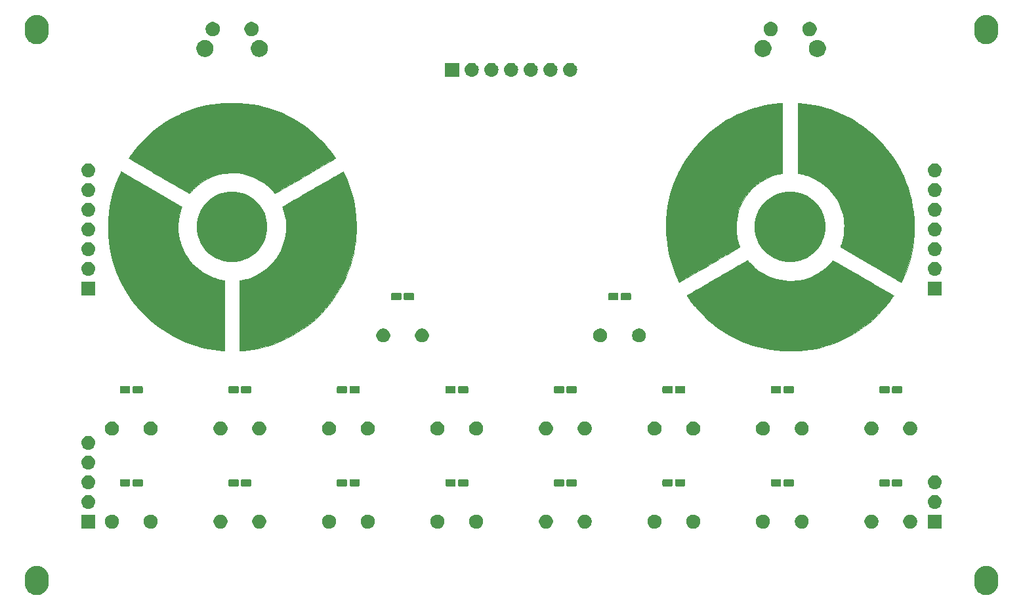
<source format=gts>
G04 #@! TF.GenerationSoftware,KiCad,Pcbnew,(5.1.4)-1*
G04 #@! TF.CreationDate,2020-02-21T15:42:12+09:00*
G04 #@! TF.ProjectId,groove-pad-ctrl,67726f6f-7665-42d7-9061-642d6374726c,rev?*
G04 #@! TF.SameCoordinates,Original*
G04 #@! TF.FileFunction,Soldermask,Top*
G04 #@! TF.FilePolarity,Negative*
%FSLAX46Y46*%
G04 Gerber Fmt 4.6, Leading zero omitted, Abs format (unit mm)*
G04 Created by KiCad (PCBNEW (5.1.4)-1) date 2020-02-21 15:42:12*
%MOMM*%
%LPD*%
G04 APERTURE LIST*
%ADD10C,0.100000*%
%ADD11C,0.010000*%
G04 APERTURE END LIST*
D10*
X126194500Y-93000000D02*
G75*
G03X126194500Y-93000000I-444500J0D01*
G01*
X131194500Y-93000000D02*
G75*
G03X131194500Y-93000000I-444500J0D01*
G01*
X98194500Y-93000000D02*
G75*
G03X98194500Y-93000000I-444500J0D01*
G01*
X103194500Y-93000000D02*
G75*
G03X103194500Y-93000000I-444500J0D01*
G01*
X161194500Y-117000000D02*
G75*
G03X161194500Y-117000000I-444500J0D01*
G01*
X166194500Y-117000000D02*
G75*
G03X166194500Y-117000000I-444500J0D01*
G01*
X147194500Y-117000000D02*
G75*
G03X147194500Y-117000000I-444500J0D01*
G01*
X152194500Y-117000000D02*
G75*
G03X152194500Y-117000000I-444500J0D01*
G01*
X133194500Y-117000000D02*
G75*
G03X133194500Y-117000000I-444500J0D01*
G01*
X138194500Y-117000000D02*
G75*
G03X138194500Y-117000000I-444500J0D01*
G01*
X119194500Y-117000000D02*
G75*
G03X119194500Y-117000000I-444500J0D01*
G01*
X124194500Y-117000000D02*
G75*
G03X124194500Y-117000000I-444500J0D01*
G01*
X105194500Y-117000000D02*
G75*
G03X105194500Y-117000000I-444500J0D01*
G01*
X110194500Y-117000000D02*
G75*
G03X110194500Y-117000000I-444500J0D01*
G01*
X91194500Y-117000000D02*
G75*
G03X91194500Y-117000000I-444500J0D01*
G01*
X96194500Y-117000000D02*
G75*
G03X96194500Y-117000000I-444500J0D01*
G01*
X77194500Y-117000000D02*
G75*
G03X77194500Y-117000000I-444500J0D01*
G01*
X82194500Y-117000000D02*
G75*
G03X82194500Y-117000000I-444500J0D01*
G01*
X63194500Y-117000000D02*
G75*
G03X63194500Y-117000000I-444500J0D01*
G01*
X68194500Y-117000000D02*
G75*
G03X68194500Y-117000000I-444500J0D01*
G01*
X161194500Y-105000000D02*
G75*
G03X161194500Y-105000000I-444500J0D01*
G01*
X166194500Y-105000000D02*
G75*
G03X166194500Y-105000000I-444500J0D01*
G01*
X147194500Y-105000000D02*
G75*
G03X147194500Y-105000000I-444500J0D01*
G01*
X152194500Y-105000000D02*
G75*
G03X152194500Y-105000000I-444500J0D01*
G01*
X133194500Y-105000000D02*
G75*
G03X133194500Y-105000000I-444500J0D01*
G01*
X138194500Y-105000000D02*
G75*
G03X138194500Y-105000000I-444500J0D01*
G01*
X119194500Y-105000000D02*
G75*
G03X119194500Y-105000000I-444500J0D01*
G01*
X124194500Y-105000000D02*
G75*
G03X124194500Y-105000000I-444500J0D01*
G01*
X105194500Y-105000000D02*
G75*
G03X105194500Y-105000000I-444500J0D01*
G01*
X110194500Y-105000000D02*
G75*
G03X110194500Y-105000000I-444500J0D01*
G01*
X91194500Y-105000000D02*
G75*
G03X91194500Y-105000000I-444500J0D01*
G01*
X96194500Y-105000000D02*
G75*
G03X96194500Y-105000000I-444500J0D01*
G01*
X77194500Y-105000000D02*
G75*
G03X77194500Y-105000000I-444500J0D01*
G01*
X82194500Y-105000000D02*
G75*
G03X82194500Y-105000000I-444500J0D01*
G01*
X63194500Y-105000000D02*
G75*
G03X63194500Y-105000000I-444500J0D01*
G01*
X68194500Y-105000000D02*
G75*
G03X68194500Y-105000000I-444500J0D01*
G01*
D11*
G36*
X83732704Y-74666740D02*
G01*
X83693333Y-74625319D01*
X83638342Y-74563921D01*
X83573477Y-74488814D01*
X83571264Y-74486208D01*
X83207327Y-74089466D01*
X82817477Y-73724828D01*
X82403909Y-73393100D01*
X81968817Y-73095090D01*
X81514395Y-72831604D01*
X81042837Y-72603450D01*
X80556337Y-72411435D01*
X80057090Y-72256365D01*
X79547290Y-72139047D01*
X79029132Y-72060289D01*
X78504809Y-72020898D01*
X77976515Y-72021679D01*
X77446446Y-72063441D01*
X77112894Y-72111102D01*
X76578522Y-72221235D01*
X76062894Y-72369126D01*
X75564446Y-72555390D01*
X75081617Y-72780640D01*
X74612841Y-73045492D01*
X74418834Y-73169304D01*
X74096446Y-73394014D01*
X73795816Y-73629215D01*
X73509008Y-73882002D01*
X73228089Y-74159472D01*
X72945125Y-74468717D01*
X72874277Y-74550493D01*
X72809128Y-74620834D01*
X72759737Y-74662421D01*
X72730117Y-74672056D01*
X72705558Y-74659120D01*
X72646760Y-74626288D01*
X72555776Y-74574748D01*
X72434654Y-74505687D01*
X72285446Y-74420291D01*
X72110204Y-74319750D01*
X71910976Y-74205248D01*
X71689816Y-74077975D01*
X71448772Y-73939117D01*
X71189896Y-73789861D01*
X70915239Y-73631395D01*
X70626851Y-73464906D01*
X70326783Y-73291580D01*
X70017086Y-73112606D01*
X69699811Y-72929171D01*
X69377008Y-72742461D01*
X69050729Y-72553664D01*
X68723023Y-72363968D01*
X68395942Y-72174559D01*
X68071536Y-71986624D01*
X67751857Y-71801352D01*
X67438954Y-71619929D01*
X67134879Y-71443543D01*
X66841683Y-71273380D01*
X66561416Y-71110628D01*
X66296129Y-70956474D01*
X66047872Y-70812106D01*
X65818697Y-70678710D01*
X65610655Y-70557474D01*
X65425795Y-70449585D01*
X65266169Y-70356231D01*
X65133828Y-70278598D01*
X65030822Y-70217875D01*
X64959202Y-70175247D01*
X64921018Y-70151902D01*
X64915000Y-70147671D01*
X64927558Y-70118926D01*
X64963157Y-70061101D01*
X65018686Y-69978402D01*
X65091032Y-69875040D01*
X65177085Y-69755221D01*
X65273733Y-69623154D01*
X65377864Y-69483047D01*
X65486366Y-69339109D01*
X65596129Y-69195547D01*
X65704040Y-69056569D01*
X65806988Y-68926384D01*
X65901861Y-68809200D01*
X65928872Y-68776500D01*
X66454412Y-68175633D01*
X67011079Y-67600258D01*
X67596375Y-67052291D01*
X68207803Y-66533644D01*
X68842865Y-66046233D01*
X69499063Y-65591970D01*
X70173901Y-65172771D01*
X70864881Y-64790549D01*
X71569506Y-64447218D01*
X71589045Y-64438347D01*
X72259434Y-64150711D01*
X72926422Y-63897583D01*
X73595605Y-63677511D01*
X74272573Y-63489042D01*
X74962921Y-63330724D01*
X75672242Y-63201106D01*
X76406128Y-63098734D01*
X76980000Y-63038601D01*
X77069787Y-63032524D01*
X77195693Y-63026983D01*
X77351507Y-63022032D01*
X77531016Y-63017724D01*
X77728010Y-63014112D01*
X77936276Y-63011249D01*
X78149604Y-63009189D01*
X78361782Y-63007985D01*
X78566598Y-63007690D01*
X78757840Y-63008357D01*
X78929298Y-63010039D01*
X79074759Y-63012791D01*
X79188012Y-63016664D01*
X79234250Y-63019287D01*
X80037260Y-63092453D01*
X80816563Y-63198550D01*
X81576282Y-63338610D01*
X82320539Y-63513661D01*
X83053455Y-63724736D01*
X83779153Y-63972864D01*
X84501755Y-64259075D01*
X84910956Y-64438347D01*
X85615920Y-64780582D01*
X86307309Y-65161760D01*
X86982624Y-65579969D01*
X87639368Y-66033293D01*
X88275044Y-66519819D01*
X88887155Y-67037632D01*
X89473203Y-67584819D01*
X90030690Y-68159466D01*
X90557120Y-68759658D01*
X90571129Y-68776500D01*
X90671704Y-68899544D01*
X90779171Y-69034490D01*
X90890567Y-69177299D01*
X91002931Y-69323937D01*
X91113302Y-69470367D01*
X91218717Y-69612553D01*
X91316216Y-69746457D01*
X91402836Y-69868045D01*
X91475616Y-69973279D01*
X91531594Y-70058122D01*
X91567809Y-70118540D01*
X91581298Y-70150495D01*
X91581078Y-70152930D01*
X91562539Y-70164887D01*
X91509374Y-70196799D01*
X91423638Y-70247479D01*
X91307382Y-70315740D01*
X91162658Y-70400396D01*
X90991518Y-70500260D01*
X90796013Y-70614144D01*
X90578196Y-70740863D01*
X90340120Y-70879228D01*
X90083835Y-71028054D01*
X89811394Y-71186153D01*
X89524848Y-71352339D01*
X89226251Y-71525424D01*
X88917653Y-71704222D01*
X88601108Y-71887547D01*
X88278666Y-72074210D01*
X87952379Y-72263026D01*
X87624301Y-72452807D01*
X87296482Y-72642367D01*
X86970975Y-72830519D01*
X86649832Y-73016076D01*
X86335105Y-73197850D01*
X86028845Y-73374656D01*
X85733105Y-73545307D01*
X85449937Y-73708615D01*
X85181392Y-73863394D01*
X84929523Y-74008457D01*
X84696382Y-74142616D01*
X84484021Y-74264686D01*
X84294491Y-74373480D01*
X84129845Y-74467810D01*
X83992134Y-74546489D01*
X83883411Y-74608331D01*
X83805728Y-74652150D01*
X83761136Y-74676757D01*
X83750707Y-74681916D01*
X83732704Y-74666740D01*
X83732704Y-74666740D01*
G37*
X83732704Y-74666740D02*
X83693333Y-74625319D01*
X83638342Y-74563921D01*
X83573477Y-74488814D01*
X83571264Y-74486208D01*
X83207327Y-74089466D01*
X82817477Y-73724828D01*
X82403909Y-73393100D01*
X81968817Y-73095090D01*
X81514395Y-72831604D01*
X81042837Y-72603450D01*
X80556337Y-72411435D01*
X80057090Y-72256365D01*
X79547290Y-72139047D01*
X79029132Y-72060289D01*
X78504809Y-72020898D01*
X77976515Y-72021679D01*
X77446446Y-72063441D01*
X77112894Y-72111102D01*
X76578522Y-72221235D01*
X76062894Y-72369126D01*
X75564446Y-72555390D01*
X75081617Y-72780640D01*
X74612841Y-73045492D01*
X74418834Y-73169304D01*
X74096446Y-73394014D01*
X73795816Y-73629215D01*
X73509008Y-73882002D01*
X73228089Y-74159472D01*
X72945125Y-74468717D01*
X72874277Y-74550493D01*
X72809128Y-74620834D01*
X72759737Y-74662421D01*
X72730117Y-74672056D01*
X72705558Y-74659120D01*
X72646760Y-74626288D01*
X72555776Y-74574748D01*
X72434654Y-74505687D01*
X72285446Y-74420291D01*
X72110204Y-74319750D01*
X71910976Y-74205248D01*
X71689816Y-74077975D01*
X71448772Y-73939117D01*
X71189896Y-73789861D01*
X70915239Y-73631395D01*
X70626851Y-73464906D01*
X70326783Y-73291580D01*
X70017086Y-73112606D01*
X69699811Y-72929171D01*
X69377008Y-72742461D01*
X69050729Y-72553664D01*
X68723023Y-72363968D01*
X68395942Y-72174559D01*
X68071536Y-71986624D01*
X67751857Y-71801352D01*
X67438954Y-71619929D01*
X67134879Y-71443543D01*
X66841683Y-71273380D01*
X66561416Y-71110628D01*
X66296129Y-70956474D01*
X66047872Y-70812106D01*
X65818697Y-70678710D01*
X65610655Y-70557474D01*
X65425795Y-70449585D01*
X65266169Y-70356231D01*
X65133828Y-70278598D01*
X65030822Y-70217875D01*
X64959202Y-70175247D01*
X64921018Y-70151902D01*
X64915000Y-70147671D01*
X64927558Y-70118926D01*
X64963157Y-70061101D01*
X65018686Y-69978402D01*
X65091032Y-69875040D01*
X65177085Y-69755221D01*
X65273733Y-69623154D01*
X65377864Y-69483047D01*
X65486366Y-69339109D01*
X65596129Y-69195547D01*
X65704040Y-69056569D01*
X65806988Y-68926384D01*
X65901861Y-68809200D01*
X65928872Y-68776500D01*
X66454412Y-68175633D01*
X67011079Y-67600258D01*
X67596375Y-67052291D01*
X68207803Y-66533644D01*
X68842865Y-66046233D01*
X69499063Y-65591970D01*
X70173901Y-65172771D01*
X70864881Y-64790549D01*
X71569506Y-64447218D01*
X71589045Y-64438347D01*
X72259434Y-64150711D01*
X72926422Y-63897583D01*
X73595605Y-63677511D01*
X74272573Y-63489042D01*
X74962921Y-63330724D01*
X75672242Y-63201106D01*
X76406128Y-63098734D01*
X76980000Y-63038601D01*
X77069787Y-63032524D01*
X77195693Y-63026983D01*
X77351507Y-63022032D01*
X77531016Y-63017724D01*
X77728010Y-63014112D01*
X77936276Y-63011249D01*
X78149604Y-63009189D01*
X78361782Y-63007985D01*
X78566598Y-63007690D01*
X78757840Y-63008357D01*
X78929298Y-63010039D01*
X79074759Y-63012791D01*
X79188012Y-63016664D01*
X79234250Y-63019287D01*
X80037260Y-63092453D01*
X80816563Y-63198550D01*
X81576282Y-63338610D01*
X82320539Y-63513661D01*
X83053455Y-63724736D01*
X83779153Y-63972864D01*
X84501755Y-64259075D01*
X84910956Y-64438347D01*
X85615920Y-64780582D01*
X86307309Y-65161760D01*
X86982624Y-65579969D01*
X87639368Y-66033293D01*
X88275044Y-66519819D01*
X88887155Y-67037632D01*
X89473203Y-67584819D01*
X90030690Y-68159466D01*
X90557120Y-68759658D01*
X90571129Y-68776500D01*
X90671704Y-68899544D01*
X90779171Y-69034490D01*
X90890567Y-69177299D01*
X91002931Y-69323937D01*
X91113302Y-69470367D01*
X91218717Y-69612553D01*
X91316216Y-69746457D01*
X91402836Y-69868045D01*
X91475616Y-69973279D01*
X91531594Y-70058122D01*
X91567809Y-70118540D01*
X91581298Y-70150495D01*
X91581078Y-70152930D01*
X91562539Y-70164887D01*
X91509374Y-70196799D01*
X91423638Y-70247479D01*
X91307382Y-70315740D01*
X91162658Y-70400396D01*
X90991518Y-70500260D01*
X90796013Y-70614144D01*
X90578196Y-70740863D01*
X90340120Y-70879228D01*
X90083835Y-71028054D01*
X89811394Y-71186153D01*
X89524848Y-71352339D01*
X89226251Y-71525424D01*
X88917653Y-71704222D01*
X88601108Y-71887547D01*
X88278666Y-72074210D01*
X87952379Y-72263026D01*
X87624301Y-72452807D01*
X87296482Y-72642367D01*
X86970975Y-72830519D01*
X86649832Y-73016076D01*
X86335105Y-73197850D01*
X86028845Y-73374656D01*
X85733105Y-73545307D01*
X85449937Y-73708615D01*
X85181392Y-73863394D01*
X84929523Y-74008457D01*
X84696382Y-74142616D01*
X84484021Y-74264686D01*
X84294491Y-74373480D01*
X84129845Y-74467810D01*
X83992134Y-74546489D01*
X83883411Y-74608331D01*
X83805728Y-74652150D01*
X83761136Y-74676757D01*
X83750707Y-74681916D01*
X83732704Y-74666740D01*
G36*
X79244834Y-85906162D02*
G01*
X79366542Y-85891973D01*
X79471919Y-85875966D01*
X79607624Y-85849725D01*
X79763552Y-85815551D01*
X79929595Y-85775741D01*
X80095646Y-85732597D01*
X80218500Y-85698157D01*
X80719728Y-85530467D01*
X81206520Y-85324055D01*
X81676480Y-85080788D01*
X82127210Y-84802529D01*
X82556313Y-84491144D01*
X82961390Y-84148497D01*
X83340045Y-83776453D01*
X83689879Y-83376878D01*
X84008495Y-82951635D01*
X84265430Y-82550449D01*
X84519684Y-82081950D01*
X84735086Y-81600497D01*
X84912268Y-81104110D01*
X85051858Y-80590811D01*
X85154486Y-80058620D01*
X85215570Y-79564010D01*
X85225503Y-79411101D01*
X85230691Y-79227054D01*
X85231385Y-79022767D01*
X85227835Y-78809139D01*
X85220291Y-78597069D01*
X85209002Y-78397455D01*
X85194220Y-78221197D01*
X85182483Y-78121583D01*
X85135492Y-77829076D01*
X85074106Y-77526096D01*
X85001349Y-77224831D01*
X84920243Y-76937470D01*
X84833810Y-76676201D01*
X84804556Y-76597583D01*
X84774530Y-76514703D01*
X84753461Y-76447139D01*
X84744039Y-76404109D01*
X84745057Y-76393937D01*
X84764174Y-76382475D01*
X84817869Y-76351072D01*
X84904093Y-76300912D01*
X85020797Y-76233178D01*
X85165931Y-76149053D01*
X85337447Y-76049722D01*
X85533294Y-75936367D01*
X85751423Y-75810171D01*
X85989784Y-75672317D01*
X86246329Y-75523990D01*
X86519008Y-75366372D01*
X86805771Y-75200646D01*
X87104569Y-75027997D01*
X87413353Y-74849606D01*
X87730072Y-74666658D01*
X88052678Y-74480335D01*
X88379122Y-74291822D01*
X88707353Y-74102300D01*
X89035323Y-73912955D01*
X89360981Y-73724968D01*
X89682280Y-73539523D01*
X89997168Y-73357803D01*
X90303596Y-73180993D01*
X90599516Y-73010274D01*
X90882878Y-72846831D01*
X91151632Y-72691846D01*
X91403729Y-72546503D01*
X91637120Y-72411985D01*
X91849754Y-72289475D01*
X92039583Y-72180158D01*
X92204558Y-72085215D01*
X92342628Y-72005830D01*
X92451744Y-71943187D01*
X92529857Y-71898469D01*
X92574918Y-71872859D01*
X92585795Y-71866903D01*
X92595840Y-71885056D01*
X92620665Y-71935218D01*
X92657192Y-72011015D01*
X92702340Y-72106077D01*
X92736693Y-72179112D01*
X93067346Y-72932519D01*
X93357321Y-73695194D01*
X93607020Y-74468630D01*
X93816849Y-75254320D01*
X93987213Y-76053755D01*
X94118515Y-76868428D01*
X94200450Y-77581833D01*
X94212236Y-77734323D01*
X94222573Y-77921634D01*
X94231360Y-78136274D01*
X94238494Y-78370754D01*
X94243874Y-78617582D01*
X94247399Y-78869267D01*
X94248967Y-79118318D01*
X94248477Y-79357245D01*
X94245826Y-79578556D01*
X94240915Y-79774761D01*
X94233641Y-79938368D01*
X94232618Y-79955230D01*
X94160768Y-80785489D01*
X94050257Y-81598985D01*
X93900759Y-82396918D01*
X93711948Y-83180483D01*
X93483498Y-83950878D01*
X93215084Y-84709301D01*
X92906379Y-85456948D01*
X92557058Y-86195017D01*
X92507831Y-86291917D01*
X92115595Y-87011993D01*
X91689251Y-87707845D01*
X91230002Y-88378483D01*
X90739050Y-89022918D01*
X90217598Y-89640160D01*
X89666847Y-90229220D01*
X89088001Y-90789108D01*
X88482261Y-91318835D01*
X87850831Y-91817411D01*
X87194911Y-92283848D01*
X86515706Y-92717156D01*
X85814416Y-93116344D01*
X85092245Y-93480425D01*
X84350395Y-93808408D01*
X83590067Y-94099304D01*
X82812465Y-94352124D01*
X82658334Y-94397072D01*
X82087894Y-94548752D01*
X81512276Y-94678213D01*
X80923781Y-94786814D01*
X80314711Y-94875914D01*
X79677366Y-94946873D01*
X79408875Y-94970807D01*
X79244834Y-94984444D01*
X79244834Y-85906162D01*
X79244834Y-85906162D01*
G37*
X79244834Y-85906162D02*
X79366542Y-85891973D01*
X79471919Y-85875966D01*
X79607624Y-85849725D01*
X79763552Y-85815551D01*
X79929595Y-85775741D01*
X80095646Y-85732597D01*
X80218500Y-85698157D01*
X80719728Y-85530467D01*
X81206520Y-85324055D01*
X81676480Y-85080788D01*
X82127210Y-84802529D01*
X82556313Y-84491144D01*
X82961390Y-84148497D01*
X83340045Y-83776453D01*
X83689879Y-83376878D01*
X84008495Y-82951635D01*
X84265430Y-82550449D01*
X84519684Y-82081950D01*
X84735086Y-81600497D01*
X84912268Y-81104110D01*
X85051858Y-80590811D01*
X85154486Y-80058620D01*
X85215570Y-79564010D01*
X85225503Y-79411101D01*
X85230691Y-79227054D01*
X85231385Y-79022767D01*
X85227835Y-78809139D01*
X85220291Y-78597069D01*
X85209002Y-78397455D01*
X85194220Y-78221197D01*
X85182483Y-78121583D01*
X85135492Y-77829076D01*
X85074106Y-77526096D01*
X85001349Y-77224831D01*
X84920243Y-76937470D01*
X84833810Y-76676201D01*
X84804556Y-76597583D01*
X84774530Y-76514703D01*
X84753461Y-76447139D01*
X84744039Y-76404109D01*
X84745057Y-76393937D01*
X84764174Y-76382475D01*
X84817869Y-76351072D01*
X84904093Y-76300912D01*
X85020797Y-76233178D01*
X85165931Y-76149053D01*
X85337447Y-76049722D01*
X85533294Y-75936367D01*
X85751423Y-75810171D01*
X85989784Y-75672317D01*
X86246329Y-75523990D01*
X86519008Y-75366372D01*
X86805771Y-75200646D01*
X87104569Y-75027997D01*
X87413353Y-74849606D01*
X87730072Y-74666658D01*
X88052678Y-74480335D01*
X88379122Y-74291822D01*
X88707353Y-74102300D01*
X89035323Y-73912955D01*
X89360981Y-73724968D01*
X89682280Y-73539523D01*
X89997168Y-73357803D01*
X90303596Y-73180993D01*
X90599516Y-73010274D01*
X90882878Y-72846831D01*
X91151632Y-72691846D01*
X91403729Y-72546503D01*
X91637120Y-72411985D01*
X91849754Y-72289475D01*
X92039583Y-72180158D01*
X92204558Y-72085215D01*
X92342628Y-72005830D01*
X92451744Y-71943187D01*
X92529857Y-71898469D01*
X92574918Y-71872859D01*
X92585795Y-71866903D01*
X92595840Y-71885056D01*
X92620665Y-71935218D01*
X92657192Y-72011015D01*
X92702340Y-72106077D01*
X92736693Y-72179112D01*
X93067346Y-72932519D01*
X93357321Y-73695194D01*
X93607020Y-74468630D01*
X93816849Y-75254320D01*
X93987213Y-76053755D01*
X94118515Y-76868428D01*
X94200450Y-77581833D01*
X94212236Y-77734323D01*
X94222573Y-77921634D01*
X94231360Y-78136274D01*
X94238494Y-78370754D01*
X94243874Y-78617582D01*
X94247399Y-78869267D01*
X94248967Y-79118318D01*
X94248477Y-79357245D01*
X94245826Y-79578556D01*
X94240915Y-79774761D01*
X94233641Y-79938368D01*
X94232618Y-79955230D01*
X94160768Y-80785489D01*
X94050257Y-81598985D01*
X93900759Y-82396918D01*
X93711948Y-83180483D01*
X93483498Y-83950878D01*
X93215084Y-84709301D01*
X92906379Y-85456948D01*
X92557058Y-86195017D01*
X92507831Y-86291917D01*
X92115595Y-87011993D01*
X91689251Y-87707845D01*
X91230002Y-88378483D01*
X90739050Y-89022918D01*
X90217598Y-89640160D01*
X89666847Y-90229220D01*
X89088001Y-90789108D01*
X88482261Y-91318835D01*
X87850831Y-91817411D01*
X87194911Y-92283848D01*
X86515706Y-92717156D01*
X85814416Y-93116344D01*
X85092245Y-93480425D01*
X84350395Y-93808408D01*
X83590067Y-94099304D01*
X82812465Y-94352124D01*
X82658334Y-94397072D01*
X82087894Y-94548752D01*
X81512276Y-94678213D01*
X80923781Y-94786814D01*
X80314711Y-94875914D01*
X79677366Y-94946873D01*
X79408875Y-94970807D01*
X79244834Y-94984444D01*
X79244834Y-85906162D01*
G36*
X77091125Y-94970807D02*
G01*
X76433905Y-94906085D01*
X75808158Y-94823351D01*
X75206456Y-94721298D01*
X74621372Y-94598614D01*
X74045480Y-94453989D01*
X73847028Y-94398607D01*
X73065131Y-94153064D01*
X72300409Y-93869302D01*
X71554053Y-93548300D01*
X70827255Y-93191039D01*
X70121207Y-92798500D01*
X69437102Y-92371664D01*
X68776131Y-91911509D01*
X68139486Y-91419019D01*
X67528359Y-90895172D01*
X66943942Y-90340949D01*
X66387428Y-89757331D01*
X65860007Y-89145298D01*
X65362873Y-88505832D01*
X64897217Y-87839912D01*
X64464230Y-87148519D01*
X64065106Y-86432633D01*
X63992170Y-86291917D01*
X63637122Y-85554110D01*
X63322686Y-84806310D01*
X63048570Y-84047459D01*
X62814486Y-83276498D01*
X62620142Y-82492368D01*
X62465250Y-81694011D01*
X62349518Y-80880369D01*
X62272657Y-80050382D01*
X62269630Y-80005417D01*
X62262472Y-79865869D01*
X62256838Y-79692395D01*
X62252727Y-79493088D01*
X62250138Y-79276043D01*
X62249072Y-79049356D01*
X62249528Y-78821120D01*
X62251504Y-78599431D01*
X62255002Y-78392383D01*
X62260021Y-78208072D01*
X62266559Y-78054592D01*
X62269739Y-78001559D01*
X62344101Y-77179084D01*
X62456119Y-76374552D01*
X62606481Y-75585277D01*
X62795877Y-74808572D01*
X63024994Y-74041752D01*
X63294522Y-73282129D01*
X63605150Y-72527018D01*
X63762682Y-72179042D01*
X63812101Y-72074427D01*
X63855729Y-71984895D01*
X63890356Y-71916808D01*
X63912776Y-71876525D01*
X63919418Y-71868261D01*
X63938562Y-71878832D01*
X63992673Y-71909619D01*
X64080065Y-71959653D01*
X64199054Y-72027963D01*
X64347958Y-72113577D01*
X64525091Y-72215525D01*
X64728770Y-72332835D01*
X64957311Y-72464538D01*
X65209030Y-72609662D01*
X65482243Y-72767236D01*
X65775266Y-72936289D01*
X66086415Y-73115852D01*
X66414006Y-73304952D01*
X66756356Y-73502619D01*
X67111780Y-73707882D01*
X67478595Y-73919771D01*
X67850371Y-74134572D01*
X71769991Y-76399456D01*
X71715601Y-76540853D01*
X71601140Y-76868977D01*
X71498141Y-77225381D01*
X71409950Y-77596794D01*
X71339912Y-77969950D01*
X71317051Y-78121583D01*
X71301017Y-78266058D01*
X71287940Y-78442184D01*
X71278059Y-78639367D01*
X71271616Y-78847011D01*
X71268851Y-79054521D01*
X71270004Y-79251304D01*
X71275316Y-79426764D01*
X71284337Y-79563017D01*
X71345570Y-80065001D01*
X71434693Y-80540842D01*
X71553690Y-80997878D01*
X71704544Y-81443445D01*
X71889240Y-81884882D01*
X71943159Y-82000116D01*
X72195331Y-82479256D01*
X72481915Y-82934730D01*
X72801233Y-83365002D01*
X73151610Y-83768538D01*
X73531369Y-84143802D01*
X73938833Y-84489259D01*
X74372326Y-84803375D01*
X74830172Y-85084613D01*
X75310694Y-85331440D01*
X75810977Y-85541853D01*
X75991614Y-85605819D01*
X76190350Y-85669257D01*
X76397727Y-85729664D01*
X76604288Y-85784535D01*
X76800577Y-85831368D01*
X76977135Y-85867658D01*
X77124506Y-85890902D01*
X77133459Y-85891973D01*
X77255167Y-85906162D01*
X77255167Y-94984444D01*
X77091125Y-94970807D01*
X77091125Y-94970807D01*
G37*
X77091125Y-94970807D02*
X76433905Y-94906085D01*
X75808158Y-94823351D01*
X75206456Y-94721298D01*
X74621372Y-94598614D01*
X74045480Y-94453989D01*
X73847028Y-94398607D01*
X73065131Y-94153064D01*
X72300409Y-93869302D01*
X71554053Y-93548300D01*
X70827255Y-93191039D01*
X70121207Y-92798500D01*
X69437102Y-92371664D01*
X68776131Y-91911509D01*
X68139486Y-91419019D01*
X67528359Y-90895172D01*
X66943942Y-90340949D01*
X66387428Y-89757331D01*
X65860007Y-89145298D01*
X65362873Y-88505832D01*
X64897217Y-87839912D01*
X64464230Y-87148519D01*
X64065106Y-86432633D01*
X63992170Y-86291917D01*
X63637122Y-85554110D01*
X63322686Y-84806310D01*
X63048570Y-84047459D01*
X62814486Y-83276498D01*
X62620142Y-82492368D01*
X62465250Y-81694011D01*
X62349518Y-80880369D01*
X62272657Y-80050382D01*
X62269630Y-80005417D01*
X62262472Y-79865869D01*
X62256838Y-79692395D01*
X62252727Y-79493088D01*
X62250138Y-79276043D01*
X62249072Y-79049356D01*
X62249528Y-78821120D01*
X62251504Y-78599431D01*
X62255002Y-78392383D01*
X62260021Y-78208072D01*
X62266559Y-78054592D01*
X62269739Y-78001559D01*
X62344101Y-77179084D01*
X62456119Y-76374552D01*
X62606481Y-75585277D01*
X62795877Y-74808572D01*
X63024994Y-74041752D01*
X63294522Y-73282129D01*
X63605150Y-72527018D01*
X63762682Y-72179042D01*
X63812101Y-72074427D01*
X63855729Y-71984895D01*
X63890356Y-71916808D01*
X63912776Y-71876525D01*
X63919418Y-71868261D01*
X63938562Y-71878832D01*
X63992673Y-71909619D01*
X64080065Y-71959653D01*
X64199054Y-72027963D01*
X64347958Y-72113577D01*
X64525091Y-72215525D01*
X64728770Y-72332835D01*
X64957311Y-72464538D01*
X65209030Y-72609662D01*
X65482243Y-72767236D01*
X65775266Y-72936289D01*
X66086415Y-73115852D01*
X66414006Y-73304952D01*
X66756356Y-73502619D01*
X67111780Y-73707882D01*
X67478595Y-73919771D01*
X67850371Y-74134572D01*
X71769991Y-76399456D01*
X71715601Y-76540853D01*
X71601140Y-76868977D01*
X71498141Y-77225381D01*
X71409950Y-77596794D01*
X71339912Y-77969950D01*
X71317051Y-78121583D01*
X71301017Y-78266058D01*
X71287940Y-78442184D01*
X71278059Y-78639367D01*
X71271616Y-78847011D01*
X71268851Y-79054521D01*
X71270004Y-79251304D01*
X71275316Y-79426764D01*
X71284337Y-79563017D01*
X71345570Y-80065001D01*
X71434693Y-80540842D01*
X71553690Y-80997878D01*
X71704544Y-81443445D01*
X71889240Y-81884882D01*
X71943159Y-82000116D01*
X72195331Y-82479256D01*
X72481915Y-82934730D01*
X72801233Y-83365002D01*
X73151610Y-83768538D01*
X73531369Y-84143802D01*
X73938833Y-84489259D01*
X74372326Y-84803375D01*
X74830172Y-85084613D01*
X75310694Y-85331440D01*
X75810977Y-85541853D01*
X75991614Y-85605819D01*
X76190350Y-85669257D01*
X76397727Y-85729664D01*
X76604288Y-85784535D01*
X76800577Y-85831368D01*
X76977135Y-85867658D01*
X77124506Y-85890902D01*
X77133459Y-85891973D01*
X77255167Y-85906162D01*
X77255167Y-94984444D01*
X77091125Y-94970807D01*
G36*
X151408875Y-63029193D02*
G01*
X152066095Y-63093915D01*
X152691842Y-63176649D01*
X153293544Y-63278702D01*
X153878628Y-63401386D01*
X154454520Y-63546011D01*
X154652972Y-63601393D01*
X155434869Y-63846936D01*
X156199591Y-64130698D01*
X156945947Y-64451700D01*
X157672745Y-64808961D01*
X158378793Y-65201500D01*
X159062898Y-65628336D01*
X159723869Y-66088491D01*
X160360514Y-66580981D01*
X160971641Y-67104828D01*
X161556058Y-67659051D01*
X162112572Y-68242669D01*
X162639993Y-68854702D01*
X163137127Y-69494168D01*
X163602783Y-70160088D01*
X164035770Y-70851481D01*
X164434894Y-71567367D01*
X164507830Y-71708083D01*
X164862878Y-72445890D01*
X165177314Y-73193690D01*
X165451430Y-73952541D01*
X165685514Y-74723502D01*
X165879858Y-75507632D01*
X166034750Y-76305989D01*
X166150482Y-77119631D01*
X166227343Y-77949618D01*
X166230370Y-77994583D01*
X166237528Y-78134131D01*
X166243162Y-78307605D01*
X166247273Y-78506912D01*
X166249862Y-78723957D01*
X166250928Y-78950644D01*
X166250472Y-79178880D01*
X166248496Y-79400569D01*
X166244998Y-79607617D01*
X166239979Y-79791928D01*
X166233441Y-79945408D01*
X166230261Y-79998441D01*
X166155899Y-80820916D01*
X166043881Y-81625448D01*
X165893519Y-82414723D01*
X165704123Y-83191428D01*
X165475006Y-83958248D01*
X165205478Y-84717871D01*
X164894850Y-85472982D01*
X164737318Y-85820958D01*
X164687899Y-85925573D01*
X164644271Y-86015105D01*
X164609644Y-86083192D01*
X164587224Y-86123475D01*
X164580582Y-86131739D01*
X164561438Y-86121168D01*
X164507327Y-86090381D01*
X164419935Y-86040347D01*
X164300946Y-85972037D01*
X164152042Y-85886423D01*
X163974909Y-85784475D01*
X163771230Y-85667165D01*
X163542689Y-85535462D01*
X163290970Y-85390338D01*
X163017757Y-85232764D01*
X162724734Y-85063711D01*
X162413585Y-84884148D01*
X162085994Y-84695048D01*
X161743644Y-84497381D01*
X161388220Y-84292118D01*
X161021405Y-84080229D01*
X160649629Y-83865428D01*
X156730009Y-81600544D01*
X156784399Y-81459147D01*
X156898860Y-81131023D01*
X157001859Y-80774619D01*
X157090050Y-80403206D01*
X157160088Y-80030050D01*
X157182949Y-79878417D01*
X157198983Y-79733942D01*
X157212060Y-79557816D01*
X157221941Y-79360633D01*
X157228384Y-79152989D01*
X157231149Y-78945479D01*
X157229996Y-78748696D01*
X157224684Y-78573236D01*
X157215663Y-78436983D01*
X157154430Y-77934999D01*
X157065307Y-77459158D01*
X156946310Y-77002122D01*
X156795456Y-76556555D01*
X156610760Y-76115118D01*
X156556841Y-75999884D01*
X156304669Y-75520744D01*
X156018085Y-75065270D01*
X155698767Y-74634998D01*
X155348390Y-74231462D01*
X154968631Y-73856198D01*
X154561167Y-73510741D01*
X154127674Y-73196625D01*
X153669828Y-72915387D01*
X153189306Y-72668560D01*
X152689023Y-72458147D01*
X152508386Y-72394181D01*
X152309650Y-72330743D01*
X152102273Y-72270336D01*
X151895712Y-72215465D01*
X151699423Y-72168632D01*
X151522865Y-72132342D01*
X151375494Y-72109098D01*
X151366541Y-72108027D01*
X151244833Y-72093838D01*
X151244833Y-63015556D01*
X151408875Y-63029193D01*
X151408875Y-63029193D01*
G37*
X151408875Y-63029193D02*
X152066095Y-63093915D01*
X152691842Y-63176649D01*
X153293544Y-63278702D01*
X153878628Y-63401386D01*
X154454520Y-63546011D01*
X154652972Y-63601393D01*
X155434869Y-63846936D01*
X156199591Y-64130698D01*
X156945947Y-64451700D01*
X157672745Y-64808961D01*
X158378793Y-65201500D01*
X159062898Y-65628336D01*
X159723869Y-66088491D01*
X160360514Y-66580981D01*
X160971641Y-67104828D01*
X161556058Y-67659051D01*
X162112572Y-68242669D01*
X162639993Y-68854702D01*
X163137127Y-69494168D01*
X163602783Y-70160088D01*
X164035770Y-70851481D01*
X164434894Y-71567367D01*
X164507830Y-71708083D01*
X164862878Y-72445890D01*
X165177314Y-73193690D01*
X165451430Y-73952541D01*
X165685514Y-74723502D01*
X165879858Y-75507632D01*
X166034750Y-76305989D01*
X166150482Y-77119631D01*
X166227343Y-77949618D01*
X166230370Y-77994583D01*
X166237528Y-78134131D01*
X166243162Y-78307605D01*
X166247273Y-78506912D01*
X166249862Y-78723957D01*
X166250928Y-78950644D01*
X166250472Y-79178880D01*
X166248496Y-79400569D01*
X166244998Y-79607617D01*
X166239979Y-79791928D01*
X166233441Y-79945408D01*
X166230261Y-79998441D01*
X166155899Y-80820916D01*
X166043881Y-81625448D01*
X165893519Y-82414723D01*
X165704123Y-83191428D01*
X165475006Y-83958248D01*
X165205478Y-84717871D01*
X164894850Y-85472982D01*
X164737318Y-85820958D01*
X164687899Y-85925573D01*
X164644271Y-86015105D01*
X164609644Y-86083192D01*
X164587224Y-86123475D01*
X164580582Y-86131739D01*
X164561438Y-86121168D01*
X164507327Y-86090381D01*
X164419935Y-86040347D01*
X164300946Y-85972037D01*
X164152042Y-85886423D01*
X163974909Y-85784475D01*
X163771230Y-85667165D01*
X163542689Y-85535462D01*
X163290970Y-85390338D01*
X163017757Y-85232764D01*
X162724734Y-85063711D01*
X162413585Y-84884148D01*
X162085994Y-84695048D01*
X161743644Y-84497381D01*
X161388220Y-84292118D01*
X161021405Y-84080229D01*
X160649629Y-83865428D01*
X156730009Y-81600544D01*
X156784399Y-81459147D01*
X156898860Y-81131023D01*
X157001859Y-80774619D01*
X157090050Y-80403206D01*
X157160088Y-80030050D01*
X157182949Y-79878417D01*
X157198983Y-79733942D01*
X157212060Y-79557816D01*
X157221941Y-79360633D01*
X157228384Y-79152989D01*
X157231149Y-78945479D01*
X157229996Y-78748696D01*
X157224684Y-78573236D01*
X157215663Y-78436983D01*
X157154430Y-77934999D01*
X157065307Y-77459158D01*
X156946310Y-77002122D01*
X156795456Y-76556555D01*
X156610760Y-76115118D01*
X156556841Y-75999884D01*
X156304669Y-75520744D01*
X156018085Y-75065270D01*
X155698767Y-74634998D01*
X155348390Y-74231462D01*
X154968631Y-73856198D01*
X154561167Y-73510741D01*
X154127674Y-73196625D01*
X153669828Y-72915387D01*
X153189306Y-72668560D01*
X152689023Y-72458147D01*
X152508386Y-72394181D01*
X152309650Y-72330743D01*
X152102273Y-72270336D01*
X151895712Y-72215465D01*
X151699423Y-72168632D01*
X151522865Y-72132342D01*
X151375494Y-72109098D01*
X151366541Y-72108027D01*
X151244833Y-72093838D01*
X151244833Y-63015556D01*
X151408875Y-63029193D01*
G36*
X149255166Y-72093838D02*
G01*
X149133458Y-72108027D01*
X149028081Y-72124034D01*
X148892376Y-72150275D01*
X148736448Y-72184449D01*
X148570405Y-72224259D01*
X148404354Y-72267403D01*
X148281500Y-72301843D01*
X147780272Y-72469533D01*
X147293480Y-72675945D01*
X146823520Y-72919212D01*
X146372790Y-73197471D01*
X145943687Y-73508856D01*
X145538610Y-73851503D01*
X145159955Y-74223547D01*
X144810121Y-74623122D01*
X144491505Y-75048365D01*
X144234570Y-75449551D01*
X143980316Y-75918050D01*
X143764914Y-76399503D01*
X143587732Y-76895890D01*
X143448142Y-77409189D01*
X143345514Y-77941380D01*
X143284430Y-78435990D01*
X143274497Y-78588899D01*
X143269309Y-78772946D01*
X143268615Y-78977233D01*
X143272165Y-79190861D01*
X143279709Y-79402931D01*
X143290998Y-79602545D01*
X143305780Y-79778803D01*
X143317517Y-79878417D01*
X143364508Y-80170924D01*
X143425894Y-80473904D01*
X143498651Y-80775169D01*
X143579757Y-81062530D01*
X143666190Y-81323799D01*
X143695444Y-81402417D01*
X143725470Y-81485297D01*
X143746539Y-81552861D01*
X143755961Y-81595891D01*
X143754943Y-81606063D01*
X143735826Y-81617525D01*
X143682131Y-81648928D01*
X143595907Y-81699088D01*
X143479203Y-81766822D01*
X143334069Y-81850947D01*
X143162553Y-81950278D01*
X142966706Y-82063633D01*
X142748577Y-82189829D01*
X142510216Y-82327683D01*
X142253671Y-82476010D01*
X141980992Y-82633628D01*
X141694229Y-82799354D01*
X141395431Y-82972003D01*
X141086647Y-83150394D01*
X140769928Y-83333342D01*
X140447322Y-83519665D01*
X140120878Y-83708178D01*
X139792647Y-83897700D01*
X139464677Y-84087045D01*
X139139019Y-84275032D01*
X138817720Y-84460477D01*
X138502832Y-84642197D01*
X138196404Y-84819007D01*
X137900484Y-84989726D01*
X137617122Y-85153169D01*
X137348368Y-85308154D01*
X137096271Y-85453497D01*
X136862880Y-85588015D01*
X136650246Y-85710525D01*
X136460417Y-85819842D01*
X136295442Y-85914785D01*
X136157372Y-85994170D01*
X136048256Y-86056813D01*
X135970143Y-86101531D01*
X135925082Y-86127141D01*
X135914205Y-86133097D01*
X135904160Y-86114944D01*
X135879335Y-86064782D01*
X135842808Y-85988985D01*
X135797660Y-85893923D01*
X135763307Y-85820888D01*
X135432654Y-85067481D01*
X135142679Y-84304806D01*
X134892980Y-83531370D01*
X134683151Y-82745680D01*
X134512787Y-81946245D01*
X134381485Y-81131572D01*
X134299550Y-80418167D01*
X134287764Y-80265677D01*
X134277427Y-80078366D01*
X134268640Y-79863726D01*
X134261506Y-79629246D01*
X134256126Y-79382418D01*
X134252601Y-79130733D01*
X134251033Y-78881682D01*
X134251523Y-78642755D01*
X134254174Y-78421444D01*
X134259085Y-78225239D01*
X134266359Y-78061632D01*
X134267382Y-78044770D01*
X134339232Y-77214511D01*
X134449743Y-76401015D01*
X134599241Y-75603082D01*
X134788052Y-74819517D01*
X135016502Y-74049122D01*
X135284916Y-73290699D01*
X135593621Y-72543052D01*
X135942942Y-71804983D01*
X135992169Y-71708083D01*
X136384405Y-70988007D01*
X136810749Y-70292155D01*
X137269998Y-69621517D01*
X137760950Y-68977082D01*
X138282402Y-68359840D01*
X138833153Y-67770780D01*
X139411999Y-67210892D01*
X140017739Y-66681165D01*
X140649169Y-66182589D01*
X141305089Y-65716152D01*
X141984294Y-65282844D01*
X142685584Y-64883656D01*
X143407755Y-64519575D01*
X144149605Y-64191592D01*
X144909933Y-63900696D01*
X145687535Y-63647876D01*
X145841666Y-63602928D01*
X146412106Y-63451248D01*
X146987724Y-63321787D01*
X147576219Y-63213186D01*
X148185289Y-63124086D01*
X148822634Y-63053127D01*
X149091125Y-63029193D01*
X149255166Y-63015556D01*
X149255166Y-72093838D01*
X149255166Y-72093838D01*
G37*
X149255166Y-72093838D02*
X149133458Y-72108027D01*
X149028081Y-72124034D01*
X148892376Y-72150275D01*
X148736448Y-72184449D01*
X148570405Y-72224259D01*
X148404354Y-72267403D01*
X148281500Y-72301843D01*
X147780272Y-72469533D01*
X147293480Y-72675945D01*
X146823520Y-72919212D01*
X146372790Y-73197471D01*
X145943687Y-73508856D01*
X145538610Y-73851503D01*
X145159955Y-74223547D01*
X144810121Y-74623122D01*
X144491505Y-75048365D01*
X144234570Y-75449551D01*
X143980316Y-75918050D01*
X143764914Y-76399503D01*
X143587732Y-76895890D01*
X143448142Y-77409189D01*
X143345514Y-77941380D01*
X143284430Y-78435990D01*
X143274497Y-78588899D01*
X143269309Y-78772946D01*
X143268615Y-78977233D01*
X143272165Y-79190861D01*
X143279709Y-79402931D01*
X143290998Y-79602545D01*
X143305780Y-79778803D01*
X143317517Y-79878417D01*
X143364508Y-80170924D01*
X143425894Y-80473904D01*
X143498651Y-80775169D01*
X143579757Y-81062530D01*
X143666190Y-81323799D01*
X143695444Y-81402417D01*
X143725470Y-81485297D01*
X143746539Y-81552861D01*
X143755961Y-81595891D01*
X143754943Y-81606063D01*
X143735826Y-81617525D01*
X143682131Y-81648928D01*
X143595907Y-81699088D01*
X143479203Y-81766822D01*
X143334069Y-81850947D01*
X143162553Y-81950278D01*
X142966706Y-82063633D01*
X142748577Y-82189829D01*
X142510216Y-82327683D01*
X142253671Y-82476010D01*
X141980992Y-82633628D01*
X141694229Y-82799354D01*
X141395431Y-82972003D01*
X141086647Y-83150394D01*
X140769928Y-83333342D01*
X140447322Y-83519665D01*
X140120878Y-83708178D01*
X139792647Y-83897700D01*
X139464677Y-84087045D01*
X139139019Y-84275032D01*
X138817720Y-84460477D01*
X138502832Y-84642197D01*
X138196404Y-84819007D01*
X137900484Y-84989726D01*
X137617122Y-85153169D01*
X137348368Y-85308154D01*
X137096271Y-85453497D01*
X136862880Y-85588015D01*
X136650246Y-85710525D01*
X136460417Y-85819842D01*
X136295442Y-85914785D01*
X136157372Y-85994170D01*
X136048256Y-86056813D01*
X135970143Y-86101531D01*
X135925082Y-86127141D01*
X135914205Y-86133097D01*
X135904160Y-86114944D01*
X135879335Y-86064782D01*
X135842808Y-85988985D01*
X135797660Y-85893923D01*
X135763307Y-85820888D01*
X135432654Y-85067481D01*
X135142679Y-84304806D01*
X134892980Y-83531370D01*
X134683151Y-82745680D01*
X134512787Y-81946245D01*
X134381485Y-81131572D01*
X134299550Y-80418167D01*
X134287764Y-80265677D01*
X134277427Y-80078366D01*
X134268640Y-79863726D01*
X134261506Y-79629246D01*
X134256126Y-79382418D01*
X134252601Y-79130733D01*
X134251033Y-78881682D01*
X134251523Y-78642755D01*
X134254174Y-78421444D01*
X134259085Y-78225239D01*
X134266359Y-78061632D01*
X134267382Y-78044770D01*
X134339232Y-77214511D01*
X134449743Y-76401015D01*
X134599241Y-75603082D01*
X134788052Y-74819517D01*
X135016502Y-74049122D01*
X135284916Y-73290699D01*
X135593621Y-72543052D01*
X135942942Y-71804983D01*
X135992169Y-71708083D01*
X136384405Y-70988007D01*
X136810749Y-70292155D01*
X137269998Y-69621517D01*
X137760950Y-68977082D01*
X138282402Y-68359840D01*
X138833153Y-67770780D01*
X139411999Y-67210892D01*
X140017739Y-66681165D01*
X140649169Y-66182589D01*
X141305089Y-65716152D01*
X141984294Y-65282844D01*
X142685584Y-64883656D01*
X143407755Y-64519575D01*
X144149605Y-64191592D01*
X144909933Y-63900696D01*
X145687535Y-63647876D01*
X145841666Y-63602928D01*
X146412106Y-63451248D01*
X146987724Y-63321787D01*
X147576219Y-63213186D01*
X148185289Y-63124086D01*
X148822634Y-63053127D01*
X149091125Y-63029193D01*
X149255166Y-63015556D01*
X149255166Y-72093838D01*
G36*
X144767296Y-83333260D02*
G01*
X144806667Y-83374681D01*
X144861658Y-83436079D01*
X144926523Y-83511186D01*
X144928736Y-83513792D01*
X145292673Y-83910534D01*
X145682523Y-84275172D01*
X146096091Y-84606900D01*
X146531183Y-84904910D01*
X146985605Y-85168396D01*
X147457163Y-85396550D01*
X147943663Y-85588565D01*
X148442910Y-85743635D01*
X148952710Y-85860953D01*
X149470868Y-85939711D01*
X149995191Y-85979102D01*
X150523485Y-85978321D01*
X151053554Y-85936559D01*
X151387106Y-85888898D01*
X151921478Y-85778765D01*
X152437106Y-85630874D01*
X152935554Y-85444610D01*
X153418383Y-85219360D01*
X153887159Y-84954508D01*
X154081166Y-84830696D01*
X154403554Y-84605986D01*
X154704184Y-84370785D01*
X154990992Y-84117998D01*
X155271911Y-83840528D01*
X155554875Y-83531283D01*
X155625723Y-83449507D01*
X155690872Y-83379166D01*
X155740263Y-83337579D01*
X155769883Y-83327944D01*
X155794442Y-83340880D01*
X155853240Y-83373712D01*
X155944224Y-83425252D01*
X156065346Y-83494313D01*
X156214554Y-83579709D01*
X156389796Y-83680250D01*
X156589024Y-83794752D01*
X156810184Y-83922025D01*
X157051228Y-84060883D01*
X157310104Y-84210139D01*
X157584761Y-84368605D01*
X157873149Y-84535094D01*
X158173217Y-84708420D01*
X158482914Y-84887394D01*
X158800189Y-85070829D01*
X159122992Y-85257539D01*
X159449271Y-85446336D01*
X159776977Y-85636032D01*
X160104058Y-85825441D01*
X160428464Y-86013376D01*
X160748143Y-86198648D01*
X161061046Y-86380071D01*
X161365121Y-86556457D01*
X161658317Y-86726620D01*
X161938584Y-86889372D01*
X162203871Y-87043526D01*
X162452128Y-87187894D01*
X162681303Y-87321290D01*
X162889345Y-87442526D01*
X163074205Y-87550415D01*
X163233831Y-87643769D01*
X163366172Y-87721402D01*
X163469178Y-87782125D01*
X163540798Y-87824753D01*
X163578982Y-87848098D01*
X163585000Y-87852329D01*
X163572442Y-87881074D01*
X163536843Y-87938899D01*
X163481314Y-88021598D01*
X163408968Y-88124960D01*
X163322915Y-88244779D01*
X163226267Y-88376846D01*
X163122136Y-88516953D01*
X163013634Y-88660891D01*
X162903871Y-88804453D01*
X162795960Y-88943431D01*
X162693012Y-89073616D01*
X162598139Y-89190800D01*
X162571128Y-89223500D01*
X162045588Y-89824367D01*
X161488921Y-90399742D01*
X160903625Y-90947709D01*
X160292197Y-91466356D01*
X159657135Y-91953767D01*
X159000937Y-92408030D01*
X158326099Y-92827229D01*
X157635119Y-93209451D01*
X156930494Y-93552782D01*
X156910955Y-93561653D01*
X156240566Y-93849289D01*
X155573578Y-94102417D01*
X154904395Y-94322489D01*
X154227427Y-94510958D01*
X153537079Y-94669276D01*
X152827758Y-94798894D01*
X152093872Y-94901266D01*
X151520000Y-94961399D01*
X151430213Y-94967476D01*
X151304307Y-94973017D01*
X151148493Y-94977968D01*
X150968984Y-94982276D01*
X150771990Y-94985888D01*
X150563724Y-94988751D01*
X150350396Y-94990811D01*
X150138218Y-94992015D01*
X149933402Y-94992310D01*
X149742160Y-94991643D01*
X149570702Y-94989961D01*
X149425241Y-94987209D01*
X149311988Y-94983336D01*
X149265750Y-94980713D01*
X148462740Y-94907547D01*
X147683437Y-94801450D01*
X146923718Y-94661390D01*
X146179461Y-94486339D01*
X145446545Y-94275264D01*
X144720847Y-94027136D01*
X143998245Y-93740925D01*
X143589044Y-93561653D01*
X142884080Y-93219418D01*
X142192691Y-92838240D01*
X141517376Y-92420031D01*
X140860632Y-91966707D01*
X140224956Y-91480181D01*
X139612845Y-90962368D01*
X139026797Y-90415181D01*
X138469310Y-89840534D01*
X137942880Y-89240342D01*
X137928871Y-89223500D01*
X137828296Y-89100456D01*
X137720829Y-88965510D01*
X137609433Y-88822701D01*
X137497069Y-88676063D01*
X137386698Y-88529633D01*
X137281283Y-88387447D01*
X137183784Y-88253543D01*
X137097164Y-88131955D01*
X137024384Y-88026721D01*
X136968406Y-87941878D01*
X136932191Y-87881460D01*
X136918702Y-87849505D01*
X136918922Y-87847070D01*
X136937461Y-87835113D01*
X136990626Y-87803201D01*
X137076362Y-87752521D01*
X137192618Y-87684260D01*
X137337342Y-87599604D01*
X137508482Y-87499740D01*
X137703987Y-87385856D01*
X137921804Y-87259137D01*
X138159880Y-87120772D01*
X138416165Y-86971946D01*
X138688606Y-86813847D01*
X138975152Y-86647661D01*
X139273749Y-86474576D01*
X139582347Y-86295778D01*
X139898892Y-86112453D01*
X140221334Y-85925790D01*
X140547621Y-85736974D01*
X140875699Y-85547193D01*
X141203518Y-85357633D01*
X141529025Y-85169481D01*
X141850168Y-84983924D01*
X142164895Y-84802150D01*
X142471155Y-84625344D01*
X142766895Y-84454693D01*
X143050063Y-84291385D01*
X143318608Y-84136606D01*
X143570477Y-83991543D01*
X143803618Y-83857384D01*
X144015979Y-83735314D01*
X144205509Y-83626520D01*
X144370155Y-83532190D01*
X144507866Y-83453511D01*
X144616589Y-83391669D01*
X144694272Y-83347850D01*
X144738864Y-83323243D01*
X144749293Y-83318084D01*
X144767296Y-83333260D01*
X144767296Y-83333260D01*
G37*
X144767296Y-83333260D02*
X144806667Y-83374681D01*
X144861658Y-83436079D01*
X144926523Y-83511186D01*
X144928736Y-83513792D01*
X145292673Y-83910534D01*
X145682523Y-84275172D01*
X146096091Y-84606900D01*
X146531183Y-84904910D01*
X146985605Y-85168396D01*
X147457163Y-85396550D01*
X147943663Y-85588565D01*
X148442910Y-85743635D01*
X148952710Y-85860953D01*
X149470868Y-85939711D01*
X149995191Y-85979102D01*
X150523485Y-85978321D01*
X151053554Y-85936559D01*
X151387106Y-85888898D01*
X151921478Y-85778765D01*
X152437106Y-85630874D01*
X152935554Y-85444610D01*
X153418383Y-85219360D01*
X153887159Y-84954508D01*
X154081166Y-84830696D01*
X154403554Y-84605986D01*
X154704184Y-84370785D01*
X154990992Y-84117998D01*
X155271911Y-83840528D01*
X155554875Y-83531283D01*
X155625723Y-83449507D01*
X155690872Y-83379166D01*
X155740263Y-83337579D01*
X155769883Y-83327944D01*
X155794442Y-83340880D01*
X155853240Y-83373712D01*
X155944224Y-83425252D01*
X156065346Y-83494313D01*
X156214554Y-83579709D01*
X156389796Y-83680250D01*
X156589024Y-83794752D01*
X156810184Y-83922025D01*
X157051228Y-84060883D01*
X157310104Y-84210139D01*
X157584761Y-84368605D01*
X157873149Y-84535094D01*
X158173217Y-84708420D01*
X158482914Y-84887394D01*
X158800189Y-85070829D01*
X159122992Y-85257539D01*
X159449271Y-85446336D01*
X159776977Y-85636032D01*
X160104058Y-85825441D01*
X160428464Y-86013376D01*
X160748143Y-86198648D01*
X161061046Y-86380071D01*
X161365121Y-86556457D01*
X161658317Y-86726620D01*
X161938584Y-86889372D01*
X162203871Y-87043526D01*
X162452128Y-87187894D01*
X162681303Y-87321290D01*
X162889345Y-87442526D01*
X163074205Y-87550415D01*
X163233831Y-87643769D01*
X163366172Y-87721402D01*
X163469178Y-87782125D01*
X163540798Y-87824753D01*
X163578982Y-87848098D01*
X163585000Y-87852329D01*
X163572442Y-87881074D01*
X163536843Y-87938899D01*
X163481314Y-88021598D01*
X163408968Y-88124960D01*
X163322915Y-88244779D01*
X163226267Y-88376846D01*
X163122136Y-88516953D01*
X163013634Y-88660891D01*
X162903871Y-88804453D01*
X162795960Y-88943431D01*
X162693012Y-89073616D01*
X162598139Y-89190800D01*
X162571128Y-89223500D01*
X162045588Y-89824367D01*
X161488921Y-90399742D01*
X160903625Y-90947709D01*
X160292197Y-91466356D01*
X159657135Y-91953767D01*
X159000937Y-92408030D01*
X158326099Y-92827229D01*
X157635119Y-93209451D01*
X156930494Y-93552782D01*
X156910955Y-93561653D01*
X156240566Y-93849289D01*
X155573578Y-94102417D01*
X154904395Y-94322489D01*
X154227427Y-94510958D01*
X153537079Y-94669276D01*
X152827758Y-94798894D01*
X152093872Y-94901266D01*
X151520000Y-94961399D01*
X151430213Y-94967476D01*
X151304307Y-94973017D01*
X151148493Y-94977968D01*
X150968984Y-94982276D01*
X150771990Y-94985888D01*
X150563724Y-94988751D01*
X150350396Y-94990811D01*
X150138218Y-94992015D01*
X149933402Y-94992310D01*
X149742160Y-94991643D01*
X149570702Y-94989961D01*
X149425241Y-94987209D01*
X149311988Y-94983336D01*
X149265750Y-94980713D01*
X148462740Y-94907547D01*
X147683437Y-94801450D01*
X146923718Y-94661390D01*
X146179461Y-94486339D01*
X145446545Y-94275264D01*
X144720847Y-94027136D01*
X143998245Y-93740925D01*
X143589044Y-93561653D01*
X142884080Y-93219418D01*
X142192691Y-92838240D01*
X141517376Y-92420031D01*
X140860632Y-91966707D01*
X140224956Y-91480181D01*
X139612845Y-90962368D01*
X139026797Y-90415181D01*
X138469310Y-89840534D01*
X137942880Y-89240342D01*
X137928871Y-89223500D01*
X137828296Y-89100456D01*
X137720829Y-88965510D01*
X137609433Y-88822701D01*
X137497069Y-88676063D01*
X137386698Y-88529633D01*
X137281283Y-88387447D01*
X137183784Y-88253543D01*
X137097164Y-88131955D01*
X137024384Y-88026721D01*
X136968406Y-87941878D01*
X136932191Y-87881460D01*
X136918702Y-87849505D01*
X136918922Y-87847070D01*
X136937461Y-87835113D01*
X136990626Y-87803201D01*
X137076362Y-87752521D01*
X137192618Y-87684260D01*
X137337342Y-87599604D01*
X137508482Y-87499740D01*
X137703987Y-87385856D01*
X137921804Y-87259137D01*
X138159880Y-87120772D01*
X138416165Y-86971946D01*
X138688606Y-86813847D01*
X138975152Y-86647661D01*
X139273749Y-86474576D01*
X139582347Y-86295778D01*
X139898892Y-86112453D01*
X140221334Y-85925790D01*
X140547621Y-85736974D01*
X140875699Y-85547193D01*
X141203518Y-85357633D01*
X141529025Y-85169481D01*
X141850168Y-84983924D01*
X142164895Y-84802150D01*
X142471155Y-84625344D01*
X142766895Y-84454693D01*
X143050063Y-84291385D01*
X143318608Y-84136606D01*
X143570477Y-83991543D01*
X143803618Y-83857384D01*
X144015979Y-83735314D01*
X144205509Y-83626520D01*
X144370155Y-83532190D01*
X144507866Y-83453511D01*
X144616589Y-83391669D01*
X144694272Y-83347850D01*
X144738864Y-83323243D01*
X144749293Y-83318084D01*
X144767296Y-83333260D01*
D10*
G36*
X175854048Y-122746442D02*
G01*
X176146413Y-122835130D01*
X176146415Y-122835131D01*
X176415856Y-122979150D01*
X176415858Y-122979151D01*
X176415857Y-122979151D01*
X176652029Y-123172971D01*
X176739395Y-123279426D01*
X176845850Y-123409142D01*
X176989869Y-123678584D01*
X176989870Y-123678586D01*
X177078558Y-123970951D01*
X177101000Y-124198810D01*
X177101000Y-125001189D01*
X177078558Y-125229048D01*
X176989870Y-125521414D01*
X176989869Y-125521417D01*
X176845850Y-125790858D01*
X176652029Y-126027029D01*
X176415858Y-126220850D01*
X176146416Y-126364869D01*
X176146414Y-126364870D01*
X175854049Y-126453558D01*
X175550000Y-126483504D01*
X175245952Y-126453558D01*
X174953587Y-126364870D01*
X174953585Y-126364869D01*
X174684144Y-126220850D01*
X174648232Y-126191378D01*
X174447971Y-126027029D01*
X174360605Y-125920574D01*
X174254150Y-125790858D01*
X174110131Y-125521416D01*
X174110130Y-125521414D01*
X174021442Y-125229049D01*
X173999000Y-125001190D01*
X173999000Y-124198811D01*
X174021442Y-123970952D01*
X174110130Y-123678587D01*
X174254151Y-123409143D01*
X174447971Y-123172971D01*
X174554426Y-123085605D01*
X174684142Y-122979150D01*
X174953584Y-122835131D01*
X174953586Y-122835130D01*
X175245951Y-122746442D01*
X175550000Y-122716496D01*
X175854048Y-122746442D01*
X175854048Y-122746442D01*
G37*
G36*
X53354048Y-122746442D02*
G01*
X53646413Y-122835130D01*
X53646415Y-122835131D01*
X53915856Y-122979150D01*
X53915858Y-122979151D01*
X53915857Y-122979151D01*
X54152029Y-123172971D01*
X54239395Y-123279426D01*
X54345850Y-123409142D01*
X54489869Y-123678584D01*
X54489870Y-123678586D01*
X54578558Y-123970951D01*
X54601000Y-124198810D01*
X54601000Y-125001189D01*
X54578558Y-125229048D01*
X54489870Y-125521414D01*
X54489869Y-125521417D01*
X54345850Y-125790858D01*
X54152029Y-126027029D01*
X53915858Y-126220850D01*
X53646416Y-126364869D01*
X53646414Y-126364870D01*
X53354049Y-126453558D01*
X53050000Y-126483504D01*
X52745952Y-126453558D01*
X52453587Y-126364870D01*
X52453585Y-126364869D01*
X52184144Y-126220850D01*
X52148232Y-126191378D01*
X51947971Y-126027029D01*
X51860605Y-125920574D01*
X51754150Y-125790858D01*
X51610131Y-125521416D01*
X51610130Y-125521414D01*
X51521442Y-125229049D01*
X51499000Y-125001190D01*
X51499000Y-124198811D01*
X51521442Y-123970952D01*
X51610130Y-123678587D01*
X51754151Y-123409143D01*
X51947971Y-123172971D01*
X52054426Y-123085605D01*
X52184142Y-122979150D01*
X52453584Y-122835131D01*
X52453586Y-122835130D01*
X52745951Y-122746442D01*
X53050000Y-122716496D01*
X53354048Y-122746442D01*
X53354048Y-122746442D01*
G37*
G36*
X137863512Y-116103927D02*
G01*
X138012812Y-116133624D01*
X138176784Y-116201544D01*
X138324354Y-116300147D01*
X138449853Y-116425646D01*
X138548456Y-116573216D01*
X138616376Y-116737188D01*
X138651000Y-116911259D01*
X138651000Y-117088741D01*
X138616376Y-117262812D01*
X138548456Y-117426784D01*
X138449853Y-117574354D01*
X138324354Y-117699853D01*
X138176784Y-117798456D01*
X138012812Y-117866376D01*
X137863512Y-117896073D01*
X137838742Y-117901000D01*
X137661258Y-117901000D01*
X137636488Y-117896073D01*
X137487188Y-117866376D01*
X137323216Y-117798456D01*
X137175646Y-117699853D01*
X137050147Y-117574354D01*
X136951544Y-117426784D01*
X136883624Y-117262812D01*
X136849000Y-117088741D01*
X136849000Y-116911259D01*
X136883624Y-116737188D01*
X136951544Y-116573216D01*
X137050147Y-116425646D01*
X137175646Y-116300147D01*
X137323216Y-116201544D01*
X137487188Y-116133624D01*
X137636488Y-116103927D01*
X137661258Y-116099000D01*
X137838742Y-116099000D01*
X137863512Y-116103927D01*
X137863512Y-116103927D01*
G37*
G36*
X165863512Y-116103927D02*
G01*
X166012812Y-116133624D01*
X166176784Y-116201544D01*
X166324354Y-116300147D01*
X166449853Y-116425646D01*
X166548456Y-116573216D01*
X166616376Y-116737188D01*
X166651000Y-116911259D01*
X166651000Y-117088741D01*
X166616376Y-117262812D01*
X166548456Y-117426784D01*
X166449853Y-117574354D01*
X166324354Y-117699853D01*
X166176784Y-117798456D01*
X166012812Y-117866376D01*
X165863512Y-117896073D01*
X165838742Y-117901000D01*
X165661258Y-117901000D01*
X165636488Y-117896073D01*
X165487188Y-117866376D01*
X165323216Y-117798456D01*
X165175646Y-117699853D01*
X165050147Y-117574354D01*
X164951544Y-117426784D01*
X164883624Y-117262812D01*
X164849000Y-117088741D01*
X164849000Y-116911259D01*
X164883624Y-116737188D01*
X164951544Y-116573216D01*
X165050147Y-116425646D01*
X165175646Y-116300147D01*
X165323216Y-116201544D01*
X165487188Y-116133624D01*
X165636488Y-116103927D01*
X165661258Y-116099000D01*
X165838742Y-116099000D01*
X165863512Y-116103927D01*
X165863512Y-116103927D01*
G37*
G36*
X151863512Y-116103927D02*
G01*
X152012812Y-116133624D01*
X152176784Y-116201544D01*
X152324354Y-116300147D01*
X152449853Y-116425646D01*
X152548456Y-116573216D01*
X152616376Y-116737188D01*
X152651000Y-116911259D01*
X152651000Y-117088741D01*
X152616376Y-117262812D01*
X152548456Y-117426784D01*
X152449853Y-117574354D01*
X152324354Y-117699853D01*
X152176784Y-117798456D01*
X152012812Y-117866376D01*
X151863512Y-117896073D01*
X151838742Y-117901000D01*
X151661258Y-117901000D01*
X151636488Y-117896073D01*
X151487188Y-117866376D01*
X151323216Y-117798456D01*
X151175646Y-117699853D01*
X151050147Y-117574354D01*
X150951544Y-117426784D01*
X150883624Y-117262812D01*
X150849000Y-117088741D01*
X150849000Y-116911259D01*
X150883624Y-116737188D01*
X150951544Y-116573216D01*
X151050147Y-116425646D01*
X151175646Y-116300147D01*
X151323216Y-116201544D01*
X151487188Y-116133624D01*
X151636488Y-116103927D01*
X151661258Y-116099000D01*
X151838742Y-116099000D01*
X151863512Y-116103927D01*
X151863512Y-116103927D01*
G37*
G36*
X146863512Y-116103927D02*
G01*
X147012812Y-116133624D01*
X147176784Y-116201544D01*
X147324354Y-116300147D01*
X147449853Y-116425646D01*
X147548456Y-116573216D01*
X147616376Y-116737188D01*
X147651000Y-116911259D01*
X147651000Y-117088741D01*
X147616376Y-117262812D01*
X147548456Y-117426784D01*
X147449853Y-117574354D01*
X147324354Y-117699853D01*
X147176784Y-117798456D01*
X147012812Y-117866376D01*
X146863512Y-117896073D01*
X146838742Y-117901000D01*
X146661258Y-117901000D01*
X146636488Y-117896073D01*
X146487188Y-117866376D01*
X146323216Y-117798456D01*
X146175646Y-117699853D01*
X146050147Y-117574354D01*
X145951544Y-117426784D01*
X145883624Y-117262812D01*
X145849000Y-117088741D01*
X145849000Y-116911259D01*
X145883624Y-116737188D01*
X145951544Y-116573216D01*
X146050147Y-116425646D01*
X146175646Y-116300147D01*
X146323216Y-116201544D01*
X146487188Y-116133624D01*
X146636488Y-116103927D01*
X146661258Y-116099000D01*
X146838742Y-116099000D01*
X146863512Y-116103927D01*
X146863512Y-116103927D01*
G37*
G36*
X132863512Y-116103927D02*
G01*
X133012812Y-116133624D01*
X133176784Y-116201544D01*
X133324354Y-116300147D01*
X133449853Y-116425646D01*
X133548456Y-116573216D01*
X133616376Y-116737188D01*
X133651000Y-116911259D01*
X133651000Y-117088741D01*
X133616376Y-117262812D01*
X133548456Y-117426784D01*
X133449853Y-117574354D01*
X133324354Y-117699853D01*
X133176784Y-117798456D01*
X133012812Y-117866376D01*
X132863512Y-117896073D01*
X132838742Y-117901000D01*
X132661258Y-117901000D01*
X132636488Y-117896073D01*
X132487188Y-117866376D01*
X132323216Y-117798456D01*
X132175646Y-117699853D01*
X132050147Y-117574354D01*
X131951544Y-117426784D01*
X131883624Y-117262812D01*
X131849000Y-117088741D01*
X131849000Y-116911259D01*
X131883624Y-116737188D01*
X131951544Y-116573216D01*
X132050147Y-116425646D01*
X132175646Y-116300147D01*
X132323216Y-116201544D01*
X132487188Y-116133624D01*
X132636488Y-116103927D01*
X132661258Y-116099000D01*
X132838742Y-116099000D01*
X132863512Y-116103927D01*
X132863512Y-116103927D01*
G37*
G36*
X123863512Y-116103927D02*
G01*
X124012812Y-116133624D01*
X124176784Y-116201544D01*
X124324354Y-116300147D01*
X124449853Y-116425646D01*
X124548456Y-116573216D01*
X124616376Y-116737188D01*
X124651000Y-116911259D01*
X124651000Y-117088741D01*
X124616376Y-117262812D01*
X124548456Y-117426784D01*
X124449853Y-117574354D01*
X124324354Y-117699853D01*
X124176784Y-117798456D01*
X124012812Y-117866376D01*
X123863512Y-117896073D01*
X123838742Y-117901000D01*
X123661258Y-117901000D01*
X123636488Y-117896073D01*
X123487188Y-117866376D01*
X123323216Y-117798456D01*
X123175646Y-117699853D01*
X123050147Y-117574354D01*
X122951544Y-117426784D01*
X122883624Y-117262812D01*
X122849000Y-117088741D01*
X122849000Y-116911259D01*
X122883624Y-116737188D01*
X122951544Y-116573216D01*
X123050147Y-116425646D01*
X123175646Y-116300147D01*
X123323216Y-116201544D01*
X123487188Y-116133624D01*
X123636488Y-116103927D01*
X123661258Y-116099000D01*
X123838742Y-116099000D01*
X123863512Y-116103927D01*
X123863512Y-116103927D01*
G37*
G36*
X118863512Y-116103927D02*
G01*
X119012812Y-116133624D01*
X119176784Y-116201544D01*
X119324354Y-116300147D01*
X119449853Y-116425646D01*
X119548456Y-116573216D01*
X119616376Y-116737188D01*
X119651000Y-116911259D01*
X119651000Y-117088741D01*
X119616376Y-117262812D01*
X119548456Y-117426784D01*
X119449853Y-117574354D01*
X119324354Y-117699853D01*
X119176784Y-117798456D01*
X119012812Y-117866376D01*
X118863512Y-117896073D01*
X118838742Y-117901000D01*
X118661258Y-117901000D01*
X118636488Y-117896073D01*
X118487188Y-117866376D01*
X118323216Y-117798456D01*
X118175646Y-117699853D01*
X118050147Y-117574354D01*
X117951544Y-117426784D01*
X117883624Y-117262812D01*
X117849000Y-117088741D01*
X117849000Y-116911259D01*
X117883624Y-116737188D01*
X117951544Y-116573216D01*
X118050147Y-116425646D01*
X118175646Y-116300147D01*
X118323216Y-116201544D01*
X118487188Y-116133624D01*
X118636488Y-116103927D01*
X118661258Y-116099000D01*
X118838742Y-116099000D01*
X118863512Y-116103927D01*
X118863512Y-116103927D01*
G37*
G36*
X109863512Y-116103927D02*
G01*
X110012812Y-116133624D01*
X110176784Y-116201544D01*
X110324354Y-116300147D01*
X110449853Y-116425646D01*
X110548456Y-116573216D01*
X110616376Y-116737188D01*
X110651000Y-116911259D01*
X110651000Y-117088741D01*
X110616376Y-117262812D01*
X110548456Y-117426784D01*
X110449853Y-117574354D01*
X110324354Y-117699853D01*
X110176784Y-117798456D01*
X110012812Y-117866376D01*
X109863512Y-117896073D01*
X109838742Y-117901000D01*
X109661258Y-117901000D01*
X109636488Y-117896073D01*
X109487188Y-117866376D01*
X109323216Y-117798456D01*
X109175646Y-117699853D01*
X109050147Y-117574354D01*
X108951544Y-117426784D01*
X108883624Y-117262812D01*
X108849000Y-117088741D01*
X108849000Y-116911259D01*
X108883624Y-116737188D01*
X108951544Y-116573216D01*
X109050147Y-116425646D01*
X109175646Y-116300147D01*
X109323216Y-116201544D01*
X109487188Y-116133624D01*
X109636488Y-116103927D01*
X109661258Y-116099000D01*
X109838742Y-116099000D01*
X109863512Y-116103927D01*
X109863512Y-116103927D01*
G37*
G36*
X104863512Y-116103927D02*
G01*
X105012812Y-116133624D01*
X105176784Y-116201544D01*
X105324354Y-116300147D01*
X105449853Y-116425646D01*
X105548456Y-116573216D01*
X105616376Y-116737188D01*
X105651000Y-116911259D01*
X105651000Y-117088741D01*
X105616376Y-117262812D01*
X105548456Y-117426784D01*
X105449853Y-117574354D01*
X105324354Y-117699853D01*
X105176784Y-117798456D01*
X105012812Y-117866376D01*
X104863512Y-117896073D01*
X104838742Y-117901000D01*
X104661258Y-117901000D01*
X104636488Y-117896073D01*
X104487188Y-117866376D01*
X104323216Y-117798456D01*
X104175646Y-117699853D01*
X104050147Y-117574354D01*
X103951544Y-117426784D01*
X103883624Y-117262812D01*
X103849000Y-117088741D01*
X103849000Y-116911259D01*
X103883624Y-116737188D01*
X103951544Y-116573216D01*
X104050147Y-116425646D01*
X104175646Y-116300147D01*
X104323216Y-116201544D01*
X104487188Y-116133624D01*
X104636488Y-116103927D01*
X104661258Y-116099000D01*
X104838742Y-116099000D01*
X104863512Y-116103927D01*
X104863512Y-116103927D01*
G37*
G36*
X90863512Y-116103927D02*
G01*
X91012812Y-116133624D01*
X91176784Y-116201544D01*
X91324354Y-116300147D01*
X91449853Y-116425646D01*
X91548456Y-116573216D01*
X91616376Y-116737188D01*
X91651000Y-116911259D01*
X91651000Y-117088741D01*
X91616376Y-117262812D01*
X91548456Y-117426784D01*
X91449853Y-117574354D01*
X91324354Y-117699853D01*
X91176784Y-117798456D01*
X91012812Y-117866376D01*
X90863512Y-117896073D01*
X90838742Y-117901000D01*
X90661258Y-117901000D01*
X90636488Y-117896073D01*
X90487188Y-117866376D01*
X90323216Y-117798456D01*
X90175646Y-117699853D01*
X90050147Y-117574354D01*
X89951544Y-117426784D01*
X89883624Y-117262812D01*
X89849000Y-117088741D01*
X89849000Y-116911259D01*
X89883624Y-116737188D01*
X89951544Y-116573216D01*
X90050147Y-116425646D01*
X90175646Y-116300147D01*
X90323216Y-116201544D01*
X90487188Y-116133624D01*
X90636488Y-116103927D01*
X90661258Y-116099000D01*
X90838742Y-116099000D01*
X90863512Y-116103927D01*
X90863512Y-116103927D01*
G37*
G36*
X81863512Y-116103927D02*
G01*
X82012812Y-116133624D01*
X82176784Y-116201544D01*
X82324354Y-116300147D01*
X82449853Y-116425646D01*
X82548456Y-116573216D01*
X82616376Y-116737188D01*
X82651000Y-116911259D01*
X82651000Y-117088741D01*
X82616376Y-117262812D01*
X82548456Y-117426784D01*
X82449853Y-117574354D01*
X82324354Y-117699853D01*
X82176784Y-117798456D01*
X82012812Y-117866376D01*
X81863512Y-117896073D01*
X81838742Y-117901000D01*
X81661258Y-117901000D01*
X81636488Y-117896073D01*
X81487188Y-117866376D01*
X81323216Y-117798456D01*
X81175646Y-117699853D01*
X81050147Y-117574354D01*
X80951544Y-117426784D01*
X80883624Y-117262812D01*
X80849000Y-117088741D01*
X80849000Y-116911259D01*
X80883624Y-116737188D01*
X80951544Y-116573216D01*
X81050147Y-116425646D01*
X81175646Y-116300147D01*
X81323216Y-116201544D01*
X81487188Y-116133624D01*
X81636488Y-116103927D01*
X81661258Y-116099000D01*
X81838742Y-116099000D01*
X81863512Y-116103927D01*
X81863512Y-116103927D01*
G37*
G36*
X76863512Y-116103927D02*
G01*
X77012812Y-116133624D01*
X77176784Y-116201544D01*
X77324354Y-116300147D01*
X77449853Y-116425646D01*
X77548456Y-116573216D01*
X77616376Y-116737188D01*
X77651000Y-116911259D01*
X77651000Y-117088741D01*
X77616376Y-117262812D01*
X77548456Y-117426784D01*
X77449853Y-117574354D01*
X77324354Y-117699853D01*
X77176784Y-117798456D01*
X77012812Y-117866376D01*
X76863512Y-117896073D01*
X76838742Y-117901000D01*
X76661258Y-117901000D01*
X76636488Y-117896073D01*
X76487188Y-117866376D01*
X76323216Y-117798456D01*
X76175646Y-117699853D01*
X76050147Y-117574354D01*
X75951544Y-117426784D01*
X75883624Y-117262812D01*
X75849000Y-117088741D01*
X75849000Y-116911259D01*
X75883624Y-116737188D01*
X75951544Y-116573216D01*
X76050147Y-116425646D01*
X76175646Y-116300147D01*
X76323216Y-116201544D01*
X76487188Y-116133624D01*
X76636488Y-116103927D01*
X76661258Y-116099000D01*
X76838742Y-116099000D01*
X76863512Y-116103927D01*
X76863512Y-116103927D01*
G37*
G36*
X67863512Y-116103927D02*
G01*
X68012812Y-116133624D01*
X68176784Y-116201544D01*
X68324354Y-116300147D01*
X68449853Y-116425646D01*
X68548456Y-116573216D01*
X68616376Y-116737188D01*
X68651000Y-116911259D01*
X68651000Y-117088741D01*
X68616376Y-117262812D01*
X68548456Y-117426784D01*
X68449853Y-117574354D01*
X68324354Y-117699853D01*
X68176784Y-117798456D01*
X68012812Y-117866376D01*
X67863512Y-117896073D01*
X67838742Y-117901000D01*
X67661258Y-117901000D01*
X67636488Y-117896073D01*
X67487188Y-117866376D01*
X67323216Y-117798456D01*
X67175646Y-117699853D01*
X67050147Y-117574354D01*
X66951544Y-117426784D01*
X66883624Y-117262812D01*
X66849000Y-117088741D01*
X66849000Y-116911259D01*
X66883624Y-116737188D01*
X66951544Y-116573216D01*
X67050147Y-116425646D01*
X67175646Y-116300147D01*
X67323216Y-116201544D01*
X67487188Y-116133624D01*
X67636488Y-116103927D01*
X67661258Y-116099000D01*
X67838742Y-116099000D01*
X67863512Y-116103927D01*
X67863512Y-116103927D01*
G37*
G36*
X60591000Y-117901000D02*
G01*
X58789000Y-117901000D01*
X58789000Y-116099000D01*
X60591000Y-116099000D01*
X60591000Y-117901000D01*
X60591000Y-117901000D01*
G37*
G36*
X62863512Y-116103927D02*
G01*
X63012812Y-116133624D01*
X63176784Y-116201544D01*
X63324354Y-116300147D01*
X63449853Y-116425646D01*
X63548456Y-116573216D01*
X63616376Y-116737188D01*
X63651000Y-116911259D01*
X63651000Y-117088741D01*
X63616376Y-117262812D01*
X63548456Y-117426784D01*
X63449853Y-117574354D01*
X63324354Y-117699853D01*
X63176784Y-117798456D01*
X63012812Y-117866376D01*
X62863512Y-117896073D01*
X62838742Y-117901000D01*
X62661258Y-117901000D01*
X62636488Y-117896073D01*
X62487188Y-117866376D01*
X62323216Y-117798456D01*
X62175646Y-117699853D01*
X62050147Y-117574354D01*
X61951544Y-117426784D01*
X61883624Y-117262812D01*
X61849000Y-117088741D01*
X61849000Y-116911259D01*
X61883624Y-116737188D01*
X61951544Y-116573216D01*
X62050147Y-116425646D01*
X62175646Y-116300147D01*
X62323216Y-116201544D01*
X62487188Y-116133624D01*
X62636488Y-116103927D01*
X62661258Y-116099000D01*
X62838742Y-116099000D01*
X62863512Y-116103927D01*
X62863512Y-116103927D01*
G37*
G36*
X169811000Y-117901000D02*
G01*
X168009000Y-117901000D01*
X168009000Y-116099000D01*
X169811000Y-116099000D01*
X169811000Y-117901000D01*
X169811000Y-117901000D01*
G37*
G36*
X160863512Y-116103927D02*
G01*
X161012812Y-116133624D01*
X161176784Y-116201544D01*
X161324354Y-116300147D01*
X161449853Y-116425646D01*
X161548456Y-116573216D01*
X161616376Y-116737188D01*
X161651000Y-116911259D01*
X161651000Y-117088741D01*
X161616376Y-117262812D01*
X161548456Y-117426784D01*
X161449853Y-117574354D01*
X161324354Y-117699853D01*
X161176784Y-117798456D01*
X161012812Y-117866376D01*
X160863512Y-117896073D01*
X160838742Y-117901000D01*
X160661258Y-117901000D01*
X160636488Y-117896073D01*
X160487188Y-117866376D01*
X160323216Y-117798456D01*
X160175646Y-117699853D01*
X160050147Y-117574354D01*
X159951544Y-117426784D01*
X159883624Y-117262812D01*
X159849000Y-117088741D01*
X159849000Y-116911259D01*
X159883624Y-116737188D01*
X159951544Y-116573216D01*
X160050147Y-116425646D01*
X160175646Y-116300147D01*
X160323216Y-116201544D01*
X160487188Y-116133624D01*
X160636488Y-116103927D01*
X160661258Y-116099000D01*
X160838742Y-116099000D01*
X160863512Y-116103927D01*
X160863512Y-116103927D01*
G37*
G36*
X95863512Y-116103927D02*
G01*
X96012812Y-116133624D01*
X96176784Y-116201544D01*
X96324354Y-116300147D01*
X96449853Y-116425646D01*
X96548456Y-116573216D01*
X96616376Y-116737188D01*
X96651000Y-116911259D01*
X96651000Y-117088741D01*
X96616376Y-117262812D01*
X96548456Y-117426784D01*
X96449853Y-117574354D01*
X96324354Y-117699853D01*
X96176784Y-117798456D01*
X96012812Y-117866376D01*
X95863512Y-117896073D01*
X95838742Y-117901000D01*
X95661258Y-117901000D01*
X95636488Y-117896073D01*
X95487188Y-117866376D01*
X95323216Y-117798456D01*
X95175646Y-117699853D01*
X95050147Y-117574354D01*
X94951544Y-117426784D01*
X94883624Y-117262812D01*
X94849000Y-117088741D01*
X94849000Y-116911259D01*
X94883624Y-116737188D01*
X94951544Y-116573216D01*
X95050147Y-116425646D01*
X95175646Y-116300147D01*
X95323216Y-116201544D01*
X95487188Y-116133624D01*
X95636488Y-116103927D01*
X95661258Y-116099000D01*
X95838742Y-116099000D01*
X95863512Y-116103927D01*
X95863512Y-116103927D01*
G37*
G36*
X59800443Y-113565519D02*
G01*
X59866627Y-113572037D01*
X60036466Y-113623557D01*
X60192991Y-113707222D01*
X60228729Y-113736552D01*
X60330186Y-113819814D01*
X60413448Y-113921271D01*
X60442778Y-113957009D01*
X60526443Y-114113534D01*
X60577963Y-114283373D01*
X60595359Y-114460000D01*
X60577963Y-114636627D01*
X60526443Y-114806466D01*
X60442778Y-114962991D01*
X60413448Y-114998729D01*
X60330186Y-115100186D01*
X60228729Y-115183448D01*
X60192991Y-115212778D01*
X60036466Y-115296443D01*
X59866627Y-115347963D01*
X59800442Y-115354482D01*
X59734260Y-115361000D01*
X59645740Y-115361000D01*
X59579558Y-115354482D01*
X59513373Y-115347963D01*
X59343534Y-115296443D01*
X59187009Y-115212778D01*
X59151271Y-115183448D01*
X59049814Y-115100186D01*
X58966552Y-114998729D01*
X58937222Y-114962991D01*
X58853557Y-114806466D01*
X58802037Y-114636627D01*
X58784641Y-114460000D01*
X58802037Y-114283373D01*
X58853557Y-114113534D01*
X58937222Y-113957009D01*
X58966552Y-113921271D01*
X59049814Y-113819814D01*
X59151271Y-113736552D01*
X59187009Y-113707222D01*
X59343534Y-113623557D01*
X59513373Y-113572037D01*
X59579557Y-113565519D01*
X59645740Y-113559000D01*
X59734260Y-113559000D01*
X59800443Y-113565519D01*
X59800443Y-113565519D01*
G37*
G36*
X169020443Y-113565519D02*
G01*
X169086627Y-113572037D01*
X169256466Y-113623557D01*
X169412991Y-113707222D01*
X169448729Y-113736552D01*
X169550186Y-113819814D01*
X169633448Y-113921271D01*
X169662778Y-113957009D01*
X169746443Y-114113534D01*
X169797963Y-114283373D01*
X169815359Y-114460000D01*
X169797963Y-114636627D01*
X169746443Y-114806466D01*
X169662778Y-114962991D01*
X169633448Y-114998729D01*
X169550186Y-115100186D01*
X169448729Y-115183448D01*
X169412991Y-115212778D01*
X169256466Y-115296443D01*
X169086627Y-115347963D01*
X169020442Y-115354482D01*
X168954260Y-115361000D01*
X168865740Y-115361000D01*
X168799558Y-115354482D01*
X168733373Y-115347963D01*
X168563534Y-115296443D01*
X168407009Y-115212778D01*
X168371271Y-115183448D01*
X168269814Y-115100186D01*
X168186552Y-114998729D01*
X168157222Y-114962991D01*
X168073557Y-114806466D01*
X168022037Y-114636627D01*
X168004641Y-114460000D01*
X168022037Y-114283373D01*
X168073557Y-114113534D01*
X168157222Y-113957009D01*
X168186552Y-113921271D01*
X168269814Y-113819814D01*
X168371271Y-113736552D01*
X168407009Y-113707222D01*
X168563534Y-113623557D01*
X168733373Y-113572037D01*
X168799557Y-113565519D01*
X168865740Y-113559000D01*
X168954260Y-113559000D01*
X169020443Y-113565519D01*
X169020443Y-113565519D01*
G37*
G36*
X59800443Y-111025519D02*
G01*
X59866627Y-111032037D01*
X60036466Y-111083557D01*
X60192991Y-111167222D01*
X60228729Y-111196552D01*
X60330186Y-111279814D01*
X60413448Y-111381271D01*
X60442778Y-111417009D01*
X60526443Y-111573534D01*
X60577963Y-111743373D01*
X60595359Y-111920000D01*
X60577963Y-112096627D01*
X60526443Y-112266466D01*
X60442778Y-112422991D01*
X60414143Y-112457883D01*
X60330186Y-112560186D01*
X60228729Y-112643448D01*
X60192991Y-112672778D01*
X60036466Y-112756443D01*
X59866627Y-112807963D01*
X59800443Y-112814481D01*
X59734260Y-112821000D01*
X59645740Y-112821000D01*
X59579557Y-112814481D01*
X59513373Y-112807963D01*
X59343534Y-112756443D01*
X59187009Y-112672778D01*
X59151271Y-112643448D01*
X59049814Y-112560186D01*
X58965857Y-112457883D01*
X58937222Y-112422991D01*
X58853557Y-112266466D01*
X58802037Y-112096627D01*
X58784641Y-111920000D01*
X58802037Y-111743373D01*
X58853557Y-111573534D01*
X58937222Y-111417009D01*
X58966552Y-111381271D01*
X59049814Y-111279814D01*
X59151271Y-111196552D01*
X59187009Y-111167222D01*
X59343534Y-111083557D01*
X59513373Y-111032037D01*
X59579557Y-111025519D01*
X59645740Y-111019000D01*
X59734260Y-111019000D01*
X59800443Y-111025519D01*
X59800443Y-111025519D01*
G37*
G36*
X169020443Y-111025519D02*
G01*
X169086627Y-111032037D01*
X169256466Y-111083557D01*
X169412991Y-111167222D01*
X169448729Y-111196552D01*
X169550186Y-111279814D01*
X169633448Y-111381271D01*
X169662778Y-111417009D01*
X169746443Y-111573534D01*
X169797963Y-111743373D01*
X169815359Y-111920000D01*
X169797963Y-112096627D01*
X169746443Y-112266466D01*
X169662778Y-112422991D01*
X169634143Y-112457883D01*
X169550186Y-112560186D01*
X169448729Y-112643448D01*
X169412991Y-112672778D01*
X169256466Y-112756443D01*
X169086627Y-112807963D01*
X169020443Y-112814481D01*
X168954260Y-112821000D01*
X168865740Y-112821000D01*
X168799557Y-112814481D01*
X168733373Y-112807963D01*
X168563534Y-112756443D01*
X168407009Y-112672778D01*
X168371271Y-112643448D01*
X168269814Y-112560186D01*
X168185857Y-112457883D01*
X168157222Y-112422991D01*
X168073557Y-112266466D01*
X168022037Y-112096627D01*
X168004641Y-111920000D01*
X168022037Y-111743373D01*
X168073557Y-111573534D01*
X168157222Y-111417009D01*
X168186552Y-111381271D01*
X168269814Y-111279814D01*
X168371271Y-111196552D01*
X168407009Y-111167222D01*
X168563534Y-111083557D01*
X168733373Y-111032037D01*
X168799557Y-111025519D01*
X168865740Y-111019000D01*
X168954260Y-111019000D01*
X169020443Y-111025519D01*
X169020443Y-111025519D01*
G37*
G36*
X162959618Y-111527965D02*
G01*
X162992433Y-111537919D01*
X163022665Y-111554079D01*
X163049170Y-111575830D01*
X163070921Y-111602335D01*
X163087081Y-111632567D01*
X163097035Y-111665382D01*
X163101000Y-111705640D01*
X163101000Y-112294360D01*
X163097035Y-112334618D01*
X163087081Y-112367433D01*
X163070921Y-112397665D01*
X163049170Y-112424170D01*
X163022665Y-112445921D01*
X162992433Y-112462081D01*
X162959618Y-112472035D01*
X162919360Y-112476000D01*
X161955640Y-112476000D01*
X161915382Y-112472035D01*
X161882567Y-112462081D01*
X161852335Y-112445921D01*
X161825830Y-112424170D01*
X161804079Y-112397665D01*
X161787919Y-112367433D01*
X161777965Y-112334618D01*
X161774000Y-112294360D01*
X161774000Y-111705640D01*
X161777965Y-111665382D01*
X161787919Y-111632567D01*
X161804079Y-111602335D01*
X161825830Y-111575830D01*
X161852335Y-111554079D01*
X161882567Y-111537919D01*
X161915382Y-111527965D01*
X161955640Y-111524000D01*
X162919360Y-111524000D01*
X162959618Y-111527965D01*
X162959618Y-111527965D01*
G37*
G36*
X164584618Y-111527965D02*
G01*
X164617433Y-111537919D01*
X164647665Y-111554079D01*
X164674170Y-111575830D01*
X164695921Y-111602335D01*
X164712081Y-111632567D01*
X164722035Y-111665382D01*
X164726000Y-111705640D01*
X164726000Y-112294360D01*
X164722035Y-112334618D01*
X164712081Y-112367433D01*
X164695921Y-112397665D01*
X164674170Y-112424170D01*
X164647665Y-112445921D01*
X164617433Y-112462081D01*
X164584618Y-112472035D01*
X164544360Y-112476000D01*
X163580640Y-112476000D01*
X163540382Y-112472035D01*
X163507567Y-112462081D01*
X163477335Y-112445921D01*
X163450830Y-112424170D01*
X163429079Y-112397665D01*
X163412919Y-112367433D01*
X163402965Y-112334618D01*
X163399000Y-112294360D01*
X163399000Y-111705640D01*
X163402965Y-111665382D01*
X163412919Y-111632567D01*
X163429079Y-111602335D01*
X163450830Y-111575830D01*
X163477335Y-111554079D01*
X163507567Y-111537919D01*
X163540382Y-111527965D01*
X163580640Y-111524000D01*
X164544360Y-111524000D01*
X164584618Y-111527965D01*
X164584618Y-111527965D01*
G37*
G36*
X120959618Y-111527965D02*
G01*
X120992433Y-111537919D01*
X121022665Y-111554079D01*
X121049170Y-111575830D01*
X121070921Y-111602335D01*
X121087081Y-111632567D01*
X121097035Y-111665382D01*
X121101000Y-111705640D01*
X121101000Y-112294360D01*
X121097035Y-112334618D01*
X121087081Y-112367433D01*
X121070921Y-112397665D01*
X121049170Y-112424170D01*
X121022665Y-112445921D01*
X120992433Y-112462081D01*
X120959618Y-112472035D01*
X120919360Y-112476000D01*
X119955640Y-112476000D01*
X119915382Y-112472035D01*
X119882567Y-112462081D01*
X119852335Y-112445921D01*
X119825830Y-112424170D01*
X119804079Y-112397665D01*
X119787919Y-112367433D01*
X119777965Y-112334618D01*
X119774000Y-112294360D01*
X119774000Y-111705640D01*
X119777965Y-111665382D01*
X119787919Y-111632567D01*
X119804079Y-111602335D01*
X119825830Y-111575830D01*
X119852335Y-111554079D01*
X119882567Y-111537919D01*
X119915382Y-111527965D01*
X119955640Y-111524000D01*
X120919360Y-111524000D01*
X120959618Y-111527965D01*
X120959618Y-111527965D01*
G37*
G36*
X122584618Y-111527965D02*
G01*
X122617433Y-111537919D01*
X122647665Y-111554079D01*
X122674170Y-111575830D01*
X122695921Y-111602335D01*
X122712081Y-111632567D01*
X122722035Y-111665382D01*
X122726000Y-111705640D01*
X122726000Y-112294360D01*
X122722035Y-112334618D01*
X122712081Y-112367433D01*
X122695921Y-112397665D01*
X122674170Y-112424170D01*
X122647665Y-112445921D01*
X122617433Y-112462081D01*
X122584618Y-112472035D01*
X122544360Y-112476000D01*
X121580640Y-112476000D01*
X121540382Y-112472035D01*
X121507567Y-112462081D01*
X121477335Y-112445921D01*
X121450830Y-112424170D01*
X121429079Y-112397665D01*
X121412919Y-112367433D01*
X121402965Y-112334618D01*
X121399000Y-112294360D01*
X121399000Y-111705640D01*
X121402965Y-111665382D01*
X121412919Y-111632567D01*
X121429079Y-111602335D01*
X121450830Y-111575830D01*
X121477335Y-111554079D01*
X121507567Y-111537919D01*
X121540382Y-111527965D01*
X121580640Y-111524000D01*
X122544360Y-111524000D01*
X122584618Y-111527965D01*
X122584618Y-111527965D01*
G37*
G36*
X134959618Y-111527965D02*
G01*
X134992433Y-111537919D01*
X135022665Y-111554079D01*
X135049170Y-111575830D01*
X135070921Y-111602335D01*
X135087081Y-111632567D01*
X135097035Y-111665382D01*
X135101000Y-111705640D01*
X135101000Y-112294360D01*
X135097035Y-112334618D01*
X135087081Y-112367433D01*
X135070921Y-112397665D01*
X135049170Y-112424170D01*
X135022665Y-112445921D01*
X134992433Y-112462081D01*
X134959618Y-112472035D01*
X134919360Y-112476000D01*
X133955640Y-112476000D01*
X133915382Y-112472035D01*
X133882567Y-112462081D01*
X133852335Y-112445921D01*
X133825830Y-112424170D01*
X133804079Y-112397665D01*
X133787919Y-112367433D01*
X133777965Y-112334618D01*
X133774000Y-112294360D01*
X133774000Y-111705640D01*
X133777965Y-111665382D01*
X133787919Y-111632567D01*
X133804079Y-111602335D01*
X133825830Y-111575830D01*
X133852335Y-111554079D01*
X133882567Y-111537919D01*
X133915382Y-111527965D01*
X133955640Y-111524000D01*
X134919360Y-111524000D01*
X134959618Y-111527965D01*
X134959618Y-111527965D01*
G37*
G36*
X148959618Y-111527965D02*
G01*
X148992433Y-111537919D01*
X149022665Y-111554079D01*
X149049170Y-111575830D01*
X149070921Y-111602335D01*
X149087081Y-111632567D01*
X149097035Y-111665382D01*
X149101000Y-111705640D01*
X149101000Y-112294360D01*
X149097035Y-112334618D01*
X149087081Y-112367433D01*
X149070921Y-112397665D01*
X149049170Y-112424170D01*
X149022665Y-112445921D01*
X148992433Y-112462081D01*
X148959618Y-112472035D01*
X148919360Y-112476000D01*
X147955640Y-112476000D01*
X147915382Y-112472035D01*
X147882567Y-112462081D01*
X147852335Y-112445921D01*
X147825830Y-112424170D01*
X147804079Y-112397665D01*
X147787919Y-112367433D01*
X147777965Y-112334618D01*
X147774000Y-112294360D01*
X147774000Y-111705640D01*
X147777965Y-111665382D01*
X147787919Y-111632567D01*
X147804079Y-111602335D01*
X147825830Y-111575830D01*
X147852335Y-111554079D01*
X147882567Y-111537919D01*
X147915382Y-111527965D01*
X147955640Y-111524000D01*
X148919360Y-111524000D01*
X148959618Y-111527965D01*
X148959618Y-111527965D01*
G37*
G36*
X150584618Y-111527965D02*
G01*
X150617433Y-111537919D01*
X150647665Y-111554079D01*
X150674170Y-111575830D01*
X150695921Y-111602335D01*
X150712081Y-111632567D01*
X150722035Y-111665382D01*
X150726000Y-111705640D01*
X150726000Y-112294360D01*
X150722035Y-112334618D01*
X150712081Y-112367433D01*
X150695921Y-112397665D01*
X150674170Y-112424170D01*
X150647665Y-112445921D01*
X150617433Y-112462081D01*
X150584618Y-112472035D01*
X150544360Y-112476000D01*
X149580640Y-112476000D01*
X149540382Y-112472035D01*
X149507567Y-112462081D01*
X149477335Y-112445921D01*
X149450830Y-112424170D01*
X149429079Y-112397665D01*
X149412919Y-112367433D01*
X149402965Y-112334618D01*
X149399000Y-112294360D01*
X149399000Y-111705640D01*
X149402965Y-111665382D01*
X149412919Y-111632567D01*
X149429079Y-111602335D01*
X149450830Y-111575830D01*
X149477335Y-111554079D01*
X149507567Y-111537919D01*
X149540382Y-111527965D01*
X149580640Y-111524000D01*
X150544360Y-111524000D01*
X150584618Y-111527965D01*
X150584618Y-111527965D01*
G37*
G36*
X106959618Y-111527965D02*
G01*
X106992433Y-111537919D01*
X107022665Y-111554079D01*
X107049170Y-111575830D01*
X107070921Y-111602335D01*
X107087081Y-111632567D01*
X107097035Y-111665382D01*
X107101000Y-111705640D01*
X107101000Y-112294360D01*
X107097035Y-112334618D01*
X107087081Y-112367433D01*
X107070921Y-112397665D01*
X107049170Y-112424170D01*
X107022665Y-112445921D01*
X106992433Y-112462081D01*
X106959618Y-112472035D01*
X106919360Y-112476000D01*
X105955640Y-112476000D01*
X105915382Y-112472035D01*
X105882567Y-112462081D01*
X105852335Y-112445921D01*
X105825830Y-112424170D01*
X105804079Y-112397665D01*
X105787919Y-112367433D01*
X105777965Y-112334618D01*
X105774000Y-112294360D01*
X105774000Y-111705640D01*
X105777965Y-111665382D01*
X105787919Y-111632567D01*
X105804079Y-111602335D01*
X105825830Y-111575830D01*
X105852335Y-111554079D01*
X105882567Y-111537919D01*
X105915382Y-111527965D01*
X105955640Y-111524000D01*
X106919360Y-111524000D01*
X106959618Y-111527965D01*
X106959618Y-111527965D01*
G37*
G36*
X108584618Y-111527965D02*
G01*
X108617433Y-111537919D01*
X108647665Y-111554079D01*
X108674170Y-111575830D01*
X108695921Y-111602335D01*
X108712081Y-111632567D01*
X108722035Y-111665382D01*
X108726000Y-111705640D01*
X108726000Y-112294360D01*
X108722035Y-112334618D01*
X108712081Y-112367433D01*
X108695921Y-112397665D01*
X108674170Y-112424170D01*
X108647665Y-112445921D01*
X108617433Y-112462081D01*
X108584618Y-112472035D01*
X108544360Y-112476000D01*
X107580640Y-112476000D01*
X107540382Y-112472035D01*
X107507567Y-112462081D01*
X107477335Y-112445921D01*
X107450830Y-112424170D01*
X107429079Y-112397665D01*
X107412919Y-112367433D01*
X107402965Y-112334618D01*
X107399000Y-112294360D01*
X107399000Y-111705640D01*
X107402965Y-111665382D01*
X107412919Y-111632567D01*
X107429079Y-111602335D01*
X107450830Y-111575830D01*
X107477335Y-111554079D01*
X107507567Y-111537919D01*
X107540382Y-111527965D01*
X107580640Y-111524000D01*
X108544360Y-111524000D01*
X108584618Y-111527965D01*
X108584618Y-111527965D01*
G37*
G36*
X92959618Y-111527965D02*
G01*
X92992433Y-111537919D01*
X93022665Y-111554079D01*
X93049170Y-111575830D01*
X93070921Y-111602335D01*
X93087081Y-111632567D01*
X93097035Y-111665382D01*
X93101000Y-111705640D01*
X93101000Y-112294360D01*
X93097035Y-112334618D01*
X93087081Y-112367433D01*
X93070921Y-112397665D01*
X93049170Y-112424170D01*
X93022665Y-112445921D01*
X92992433Y-112462081D01*
X92959618Y-112472035D01*
X92919360Y-112476000D01*
X91955640Y-112476000D01*
X91915382Y-112472035D01*
X91882567Y-112462081D01*
X91852335Y-112445921D01*
X91825830Y-112424170D01*
X91804079Y-112397665D01*
X91787919Y-112367433D01*
X91777965Y-112334618D01*
X91774000Y-112294360D01*
X91774000Y-111705640D01*
X91777965Y-111665382D01*
X91787919Y-111632567D01*
X91804079Y-111602335D01*
X91825830Y-111575830D01*
X91852335Y-111554079D01*
X91882567Y-111537919D01*
X91915382Y-111527965D01*
X91955640Y-111524000D01*
X92919360Y-111524000D01*
X92959618Y-111527965D01*
X92959618Y-111527965D01*
G37*
G36*
X94584618Y-111527965D02*
G01*
X94617433Y-111537919D01*
X94647665Y-111554079D01*
X94674170Y-111575830D01*
X94695921Y-111602335D01*
X94712081Y-111632567D01*
X94722035Y-111665382D01*
X94726000Y-111705640D01*
X94726000Y-112294360D01*
X94722035Y-112334618D01*
X94712081Y-112367433D01*
X94695921Y-112397665D01*
X94674170Y-112424170D01*
X94647665Y-112445921D01*
X94617433Y-112462081D01*
X94584618Y-112472035D01*
X94544360Y-112476000D01*
X93580640Y-112476000D01*
X93540382Y-112472035D01*
X93507567Y-112462081D01*
X93477335Y-112445921D01*
X93450830Y-112424170D01*
X93429079Y-112397665D01*
X93412919Y-112367433D01*
X93402965Y-112334618D01*
X93399000Y-112294360D01*
X93399000Y-111705640D01*
X93402965Y-111665382D01*
X93412919Y-111632567D01*
X93429079Y-111602335D01*
X93450830Y-111575830D01*
X93477335Y-111554079D01*
X93507567Y-111537919D01*
X93540382Y-111527965D01*
X93580640Y-111524000D01*
X94544360Y-111524000D01*
X94584618Y-111527965D01*
X94584618Y-111527965D01*
G37*
G36*
X80584618Y-111527965D02*
G01*
X80617433Y-111537919D01*
X80647665Y-111554079D01*
X80674170Y-111575830D01*
X80695921Y-111602335D01*
X80712081Y-111632567D01*
X80722035Y-111665382D01*
X80726000Y-111705640D01*
X80726000Y-112294360D01*
X80722035Y-112334618D01*
X80712081Y-112367433D01*
X80695921Y-112397665D01*
X80674170Y-112424170D01*
X80647665Y-112445921D01*
X80617433Y-112462081D01*
X80584618Y-112472035D01*
X80544360Y-112476000D01*
X79580640Y-112476000D01*
X79540382Y-112472035D01*
X79507567Y-112462081D01*
X79477335Y-112445921D01*
X79450830Y-112424170D01*
X79429079Y-112397665D01*
X79412919Y-112367433D01*
X79402965Y-112334618D01*
X79399000Y-112294360D01*
X79399000Y-111705640D01*
X79402965Y-111665382D01*
X79412919Y-111632567D01*
X79429079Y-111602335D01*
X79450830Y-111575830D01*
X79477335Y-111554079D01*
X79507567Y-111537919D01*
X79540382Y-111527965D01*
X79580640Y-111524000D01*
X80544360Y-111524000D01*
X80584618Y-111527965D01*
X80584618Y-111527965D01*
G37*
G36*
X78959618Y-111527965D02*
G01*
X78992433Y-111537919D01*
X79022665Y-111554079D01*
X79049170Y-111575830D01*
X79070921Y-111602335D01*
X79087081Y-111632567D01*
X79097035Y-111665382D01*
X79101000Y-111705640D01*
X79101000Y-112294360D01*
X79097035Y-112334618D01*
X79087081Y-112367433D01*
X79070921Y-112397665D01*
X79049170Y-112424170D01*
X79022665Y-112445921D01*
X78992433Y-112462081D01*
X78959618Y-112472035D01*
X78919360Y-112476000D01*
X77955640Y-112476000D01*
X77915382Y-112472035D01*
X77882567Y-112462081D01*
X77852335Y-112445921D01*
X77825830Y-112424170D01*
X77804079Y-112397665D01*
X77787919Y-112367433D01*
X77777965Y-112334618D01*
X77774000Y-112294360D01*
X77774000Y-111705640D01*
X77777965Y-111665382D01*
X77787919Y-111632567D01*
X77804079Y-111602335D01*
X77825830Y-111575830D01*
X77852335Y-111554079D01*
X77882567Y-111537919D01*
X77915382Y-111527965D01*
X77955640Y-111524000D01*
X78919360Y-111524000D01*
X78959618Y-111527965D01*
X78959618Y-111527965D01*
G37*
G36*
X64959618Y-111527965D02*
G01*
X64992433Y-111537919D01*
X65022665Y-111554079D01*
X65049170Y-111575830D01*
X65070921Y-111602335D01*
X65087081Y-111632567D01*
X65097035Y-111665382D01*
X65101000Y-111705640D01*
X65101000Y-112294360D01*
X65097035Y-112334618D01*
X65087081Y-112367433D01*
X65070921Y-112397665D01*
X65049170Y-112424170D01*
X65022665Y-112445921D01*
X64992433Y-112462081D01*
X64959618Y-112472035D01*
X64919360Y-112476000D01*
X63955640Y-112476000D01*
X63915382Y-112472035D01*
X63882567Y-112462081D01*
X63852335Y-112445921D01*
X63825830Y-112424170D01*
X63804079Y-112397665D01*
X63787919Y-112367433D01*
X63777965Y-112334618D01*
X63774000Y-112294360D01*
X63774000Y-111705640D01*
X63777965Y-111665382D01*
X63787919Y-111632567D01*
X63804079Y-111602335D01*
X63825830Y-111575830D01*
X63852335Y-111554079D01*
X63882567Y-111537919D01*
X63915382Y-111527965D01*
X63955640Y-111524000D01*
X64919360Y-111524000D01*
X64959618Y-111527965D01*
X64959618Y-111527965D01*
G37*
G36*
X66584618Y-111527965D02*
G01*
X66617433Y-111537919D01*
X66647665Y-111554079D01*
X66674170Y-111575830D01*
X66695921Y-111602335D01*
X66712081Y-111632567D01*
X66722035Y-111665382D01*
X66726000Y-111705640D01*
X66726000Y-112294360D01*
X66722035Y-112334618D01*
X66712081Y-112367433D01*
X66695921Y-112397665D01*
X66674170Y-112424170D01*
X66647665Y-112445921D01*
X66617433Y-112462081D01*
X66584618Y-112472035D01*
X66544360Y-112476000D01*
X65580640Y-112476000D01*
X65540382Y-112472035D01*
X65507567Y-112462081D01*
X65477335Y-112445921D01*
X65450830Y-112424170D01*
X65429079Y-112397665D01*
X65412919Y-112367433D01*
X65402965Y-112334618D01*
X65399000Y-112294360D01*
X65399000Y-111705640D01*
X65402965Y-111665382D01*
X65412919Y-111632567D01*
X65429079Y-111602335D01*
X65450830Y-111575830D01*
X65477335Y-111554079D01*
X65507567Y-111537919D01*
X65540382Y-111527965D01*
X65580640Y-111524000D01*
X66544360Y-111524000D01*
X66584618Y-111527965D01*
X66584618Y-111527965D01*
G37*
G36*
X136584618Y-111527965D02*
G01*
X136617433Y-111537919D01*
X136647665Y-111554079D01*
X136674170Y-111575830D01*
X136695921Y-111602335D01*
X136712081Y-111632567D01*
X136722035Y-111665382D01*
X136726000Y-111705640D01*
X136726000Y-112294360D01*
X136722035Y-112334618D01*
X136712081Y-112367433D01*
X136695921Y-112397665D01*
X136674170Y-112424170D01*
X136647665Y-112445921D01*
X136617433Y-112462081D01*
X136584618Y-112472035D01*
X136544360Y-112476000D01*
X135580640Y-112476000D01*
X135540382Y-112472035D01*
X135507567Y-112462081D01*
X135477335Y-112445921D01*
X135450830Y-112424170D01*
X135429079Y-112397665D01*
X135412919Y-112367433D01*
X135402965Y-112334618D01*
X135399000Y-112294360D01*
X135399000Y-111705640D01*
X135402965Y-111665382D01*
X135412919Y-111632567D01*
X135429079Y-111602335D01*
X135450830Y-111575830D01*
X135477335Y-111554079D01*
X135507567Y-111537919D01*
X135540382Y-111527965D01*
X135580640Y-111524000D01*
X136544360Y-111524000D01*
X136584618Y-111527965D01*
X136584618Y-111527965D01*
G37*
G36*
X59800442Y-108485518D02*
G01*
X59866627Y-108492037D01*
X60036466Y-108543557D01*
X60192991Y-108627222D01*
X60228729Y-108656552D01*
X60330186Y-108739814D01*
X60413448Y-108841271D01*
X60442778Y-108877009D01*
X60526443Y-109033534D01*
X60577963Y-109203373D01*
X60595359Y-109380000D01*
X60577963Y-109556627D01*
X60526443Y-109726466D01*
X60442778Y-109882991D01*
X60413448Y-109918729D01*
X60330186Y-110020186D01*
X60228729Y-110103448D01*
X60192991Y-110132778D01*
X60036466Y-110216443D01*
X59866627Y-110267963D01*
X59800442Y-110274482D01*
X59734260Y-110281000D01*
X59645740Y-110281000D01*
X59579558Y-110274482D01*
X59513373Y-110267963D01*
X59343534Y-110216443D01*
X59187009Y-110132778D01*
X59151271Y-110103448D01*
X59049814Y-110020186D01*
X58966552Y-109918729D01*
X58937222Y-109882991D01*
X58853557Y-109726466D01*
X58802037Y-109556627D01*
X58784641Y-109380000D01*
X58802037Y-109203373D01*
X58853557Y-109033534D01*
X58937222Y-108877009D01*
X58966552Y-108841271D01*
X59049814Y-108739814D01*
X59151271Y-108656552D01*
X59187009Y-108627222D01*
X59343534Y-108543557D01*
X59513373Y-108492037D01*
X59579558Y-108485518D01*
X59645740Y-108479000D01*
X59734260Y-108479000D01*
X59800442Y-108485518D01*
X59800442Y-108485518D01*
G37*
G36*
X59800443Y-105945519D02*
G01*
X59866627Y-105952037D01*
X60036466Y-106003557D01*
X60192991Y-106087222D01*
X60228729Y-106116552D01*
X60330186Y-106199814D01*
X60413448Y-106301271D01*
X60442778Y-106337009D01*
X60526443Y-106493534D01*
X60577963Y-106663373D01*
X60595359Y-106840000D01*
X60577963Y-107016627D01*
X60526443Y-107186466D01*
X60442778Y-107342991D01*
X60413448Y-107378729D01*
X60330186Y-107480186D01*
X60228729Y-107563448D01*
X60192991Y-107592778D01*
X60036466Y-107676443D01*
X59866627Y-107727963D01*
X59800442Y-107734482D01*
X59734260Y-107741000D01*
X59645740Y-107741000D01*
X59579558Y-107734482D01*
X59513373Y-107727963D01*
X59343534Y-107676443D01*
X59187009Y-107592778D01*
X59151271Y-107563448D01*
X59049814Y-107480186D01*
X58966552Y-107378729D01*
X58937222Y-107342991D01*
X58853557Y-107186466D01*
X58802037Y-107016627D01*
X58784641Y-106840000D01*
X58802037Y-106663373D01*
X58853557Y-106493534D01*
X58937222Y-106337009D01*
X58966552Y-106301271D01*
X59049814Y-106199814D01*
X59151271Y-106116552D01*
X59187009Y-106087222D01*
X59343534Y-106003557D01*
X59513373Y-105952037D01*
X59579557Y-105945519D01*
X59645740Y-105939000D01*
X59734260Y-105939000D01*
X59800443Y-105945519D01*
X59800443Y-105945519D01*
G37*
G36*
X90863512Y-104103927D02*
G01*
X91012812Y-104133624D01*
X91176784Y-104201544D01*
X91324354Y-104300147D01*
X91449853Y-104425646D01*
X91548456Y-104573216D01*
X91616376Y-104737188D01*
X91651000Y-104911259D01*
X91651000Y-105088741D01*
X91616376Y-105262812D01*
X91548456Y-105426784D01*
X91449853Y-105574354D01*
X91324354Y-105699853D01*
X91176784Y-105798456D01*
X91012812Y-105866376D01*
X90863512Y-105896073D01*
X90838742Y-105901000D01*
X90661258Y-105901000D01*
X90636488Y-105896073D01*
X90487188Y-105866376D01*
X90323216Y-105798456D01*
X90175646Y-105699853D01*
X90050147Y-105574354D01*
X89951544Y-105426784D01*
X89883624Y-105262812D01*
X89849000Y-105088741D01*
X89849000Y-104911259D01*
X89883624Y-104737188D01*
X89951544Y-104573216D01*
X90050147Y-104425646D01*
X90175646Y-104300147D01*
X90323216Y-104201544D01*
X90487188Y-104133624D01*
X90636488Y-104103927D01*
X90661258Y-104099000D01*
X90838742Y-104099000D01*
X90863512Y-104103927D01*
X90863512Y-104103927D01*
G37*
G36*
X118863512Y-104103927D02*
G01*
X119012812Y-104133624D01*
X119176784Y-104201544D01*
X119324354Y-104300147D01*
X119449853Y-104425646D01*
X119548456Y-104573216D01*
X119616376Y-104737188D01*
X119651000Y-104911259D01*
X119651000Y-105088741D01*
X119616376Y-105262812D01*
X119548456Y-105426784D01*
X119449853Y-105574354D01*
X119324354Y-105699853D01*
X119176784Y-105798456D01*
X119012812Y-105866376D01*
X118863512Y-105896073D01*
X118838742Y-105901000D01*
X118661258Y-105901000D01*
X118636488Y-105896073D01*
X118487188Y-105866376D01*
X118323216Y-105798456D01*
X118175646Y-105699853D01*
X118050147Y-105574354D01*
X117951544Y-105426784D01*
X117883624Y-105262812D01*
X117849000Y-105088741D01*
X117849000Y-104911259D01*
X117883624Y-104737188D01*
X117951544Y-104573216D01*
X118050147Y-104425646D01*
X118175646Y-104300147D01*
X118323216Y-104201544D01*
X118487188Y-104133624D01*
X118636488Y-104103927D01*
X118661258Y-104099000D01*
X118838742Y-104099000D01*
X118863512Y-104103927D01*
X118863512Y-104103927D01*
G37*
G36*
X160863512Y-104103927D02*
G01*
X161012812Y-104133624D01*
X161176784Y-104201544D01*
X161324354Y-104300147D01*
X161449853Y-104425646D01*
X161548456Y-104573216D01*
X161616376Y-104737188D01*
X161651000Y-104911259D01*
X161651000Y-105088741D01*
X161616376Y-105262812D01*
X161548456Y-105426784D01*
X161449853Y-105574354D01*
X161324354Y-105699853D01*
X161176784Y-105798456D01*
X161012812Y-105866376D01*
X160863512Y-105896073D01*
X160838742Y-105901000D01*
X160661258Y-105901000D01*
X160636488Y-105896073D01*
X160487188Y-105866376D01*
X160323216Y-105798456D01*
X160175646Y-105699853D01*
X160050147Y-105574354D01*
X159951544Y-105426784D01*
X159883624Y-105262812D01*
X159849000Y-105088741D01*
X159849000Y-104911259D01*
X159883624Y-104737188D01*
X159951544Y-104573216D01*
X160050147Y-104425646D01*
X160175646Y-104300147D01*
X160323216Y-104201544D01*
X160487188Y-104133624D01*
X160636488Y-104103927D01*
X160661258Y-104099000D01*
X160838742Y-104099000D01*
X160863512Y-104103927D01*
X160863512Y-104103927D01*
G37*
G36*
X151863512Y-104103927D02*
G01*
X152012812Y-104133624D01*
X152176784Y-104201544D01*
X152324354Y-104300147D01*
X152449853Y-104425646D01*
X152548456Y-104573216D01*
X152616376Y-104737188D01*
X152651000Y-104911259D01*
X152651000Y-105088741D01*
X152616376Y-105262812D01*
X152548456Y-105426784D01*
X152449853Y-105574354D01*
X152324354Y-105699853D01*
X152176784Y-105798456D01*
X152012812Y-105866376D01*
X151863512Y-105896073D01*
X151838742Y-105901000D01*
X151661258Y-105901000D01*
X151636488Y-105896073D01*
X151487188Y-105866376D01*
X151323216Y-105798456D01*
X151175646Y-105699853D01*
X151050147Y-105574354D01*
X150951544Y-105426784D01*
X150883624Y-105262812D01*
X150849000Y-105088741D01*
X150849000Y-104911259D01*
X150883624Y-104737188D01*
X150951544Y-104573216D01*
X151050147Y-104425646D01*
X151175646Y-104300147D01*
X151323216Y-104201544D01*
X151487188Y-104133624D01*
X151636488Y-104103927D01*
X151661258Y-104099000D01*
X151838742Y-104099000D01*
X151863512Y-104103927D01*
X151863512Y-104103927D01*
G37*
G36*
X146863512Y-104103927D02*
G01*
X147012812Y-104133624D01*
X147176784Y-104201544D01*
X147324354Y-104300147D01*
X147449853Y-104425646D01*
X147548456Y-104573216D01*
X147616376Y-104737188D01*
X147651000Y-104911259D01*
X147651000Y-105088741D01*
X147616376Y-105262812D01*
X147548456Y-105426784D01*
X147449853Y-105574354D01*
X147324354Y-105699853D01*
X147176784Y-105798456D01*
X147012812Y-105866376D01*
X146863512Y-105896073D01*
X146838742Y-105901000D01*
X146661258Y-105901000D01*
X146636488Y-105896073D01*
X146487188Y-105866376D01*
X146323216Y-105798456D01*
X146175646Y-105699853D01*
X146050147Y-105574354D01*
X145951544Y-105426784D01*
X145883624Y-105262812D01*
X145849000Y-105088741D01*
X145849000Y-104911259D01*
X145883624Y-104737188D01*
X145951544Y-104573216D01*
X146050147Y-104425646D01*
X146175646Y-104300147D01*
X146323216Y-104201544D01*
X146487188Y-104133624D01*
X146636488Y-104103927D01*
X146661258Y-104099000D01*
X146838742Y-104099000D01*
X146863512Y-104103927D01*
X146863512Y-104103927D01*
G37*
G36*
X137863512Y-104103927D02*
G01*
X138012812Y-104133624D01*
X138176784Y-104201544D01*
X138324354Y-104300147D01*
X138449853Y-104425646D01*
X138548456Y-104573216D01*
X138616376Y-104737188D01*
X138651000Y-104911259D01*
X138651000Y-105088741D01*
X138616376Y-105262812D01*
X138548456Y-105426784D01*
X138449853Y-105574354D01*
X138324354Y-105699853D01*
X138176784Y-105798456D01*
X138012812Y-105866376D01*
X137863512Y-105896073D01*
X137838742Y-105901000D01*
X137661258Y-105901000D01*
X137636488Y-105896073D01*
X137487188Y-105866376D01*
X137323216Y-105798456D01*
X137175646Y-105699853D01*
X137050147Y-105574354D01*
X136951544Y-105426784D01*
X136883624Y-105262812D01*
X136849000Y-105088741D01*
X136849000Y-104911259D01*
X136883624Y-104737188D01*
X136951544Y-104573216D01*
X137050147Y-104425646D01*
X137175646Y-104300147D01*
X137323216Y-104201544D01*
X137487188Y-104133624D01*
X137636488Y-104103927D01*
X137661258Y-104099000D01*
X137838742Y-104099000D01*
X137863512Y-104103927D01*
X137863512Y-104103927D01*
G37*
G36*
X132863512Y-104103927D02*
G01*
X133012812Y-104133624D01*
X133176784Y-104201544D01*
X133324354Y-104300147D01*
X133449853Y-104425646D01*
X133548456Y-104573216D01*
X133616376Y-104737188D01*
X133651000Y-104911259D01*
X133651000Y-105088741D01*
X133616376Y-105262812D01*
X133548456Y-105426784D01*
X133449853Y-105574354D01*
X133324354Y-105699853D01*
X133176784Y-105798456D01*
X133012812Y-105866376D01*
X132863512Y-105896073D01*
X132838742Y-105901000D01*
X132661258Y-105901000D01*
X132636488Y-105896073D01*
X132487188Y-105866376D01*
X132323216Y-105798456D01*
X132175646Y-105699853D01*
X132050147Y-105574354D01*
X131951544Y-105426784D01*
X131883624Y-105262812D01*
X131849000Y-105088741D01*
X131849000Y-104911259D01*
X131883624Y-104737188D01*
X131951544Y-104573216D01*
X132050147Y-104425646D01*
X132175646Y-104300147D01*
X132323216Y-104201544D01*
X132487188Y-104133624D01*
X132636488Y-104103927D01*
X132661258Y-104099000D01*
X132838742Y-104099000D01*
X132863512Y-104103927D01*
X132863512Y-104103927D01*
G37*
G36*
X123863512Y-104103927D02*
G01*
X124012812Y-104133624D01*
X124176784Y-104201544D01*
X124324354Y-104300147D01*
X124449853Y-104425646D01*
X124548456Y-104573216D01*
X124616376Y-104737188D01*
X124651000Y-104911259D01*
X124651000Y-105088741D01*
X124616376Y-105262812D01*
X124548456Y-105426784D01*
X124449853Y-105574354D01*
X124324354Y-105699853D01*
X124176784Y-105798456D01*
X124012812Y-105866376D01*
X123863512Y-105896073D01*
X123838742Y-105901000D01*
X123661258Y-105901000D01*
X123636488Y-105896073D01*
X123487188Y-105866376D01*
X123323216Y-105798456D01*
X123175646Y-105699853D01*
X123050147Y-105574354D01*
X122951544Y-105426784D01*
X122883624Y-105262812D01*
X122849000Y-105088741D01*
X122849000Y-104911259D01*
X122883624Y-104737188D01*
X122951544Y-104573216D01*
X123050147Y-104425646D01*
X123175646Y-104300147D01*
X123323216Y-104201544D01*
X123487188Y-104133624D01*
X123636488Y-104103927D01*
X123661258Y-104099000D01*
X123838742Y-104099000D01*
X123863512Y-104103927D01*
X123863512Y-104103927D01*
G37*
G36*
X109863512Y-104103927D02*
G01*
X110012812Y-104133624D01*
X110176784Y-104201544D01*
X110324354Y-104300147D01*
X110449853Y-104425646D01*
X110548456Y-104573216D01*
X110616376Y-104737188D01*
X110651000Y-104911259D01*
X110651000Y-105088741D01*
X110616376Y-105262812D01*
X110548456Y-105426784D01*
X110449853Y-105574354D01*
X110324354Y-105699853D01*
X110176784Y-105798456D01*
X110012812Y-105866376D01*
X109863512Y-105896073D01*
X109838742Y-105901000D01*
X109661258Y-105901000D01*
X109636488Y-105896073D01*
X109487188Y-105866376D01*
X109323216Y-105798456D01*
X109175646Y-105699853D01*
X109050147Y-105574354D01*
X108951544Y-105426784D01*
X108883624Y-105262812D01*
X108849000Y-105088741D01*
X108849000Y-104911259D01*
X108883624Y-104737188D01*
X108951544Y-104573216D01*
X109050147Y-104425646D01*
X109175646Y-104300147D01*
X109323216Y-104201544D01*
X109487188Y-104133624D01*
X109636488Y-104103927D01*
X109661258Y-104099000D01*
X109838742Y-104099000D01*
X109863512Y-104103927D01*
X109863512Y-104103927D01*
G37*
G36*
X104863512Y-104103927D02*
G01*
X105012812Y-104133624D01*
X105176784Y-104201544D01*
X105324354Y-104300147D01*
X105449853Y-104425646D01*
X105548456Y-104573216D01*
X105616376Y-104737188D01*
X105651000Y-104911259D01*
X105651000Y-105088741D01*
X105616376Y-105262812D01*
X105548456Y-105426784D01*
X105449853Y-105574354D01*
X105324354Y-105699853D01*
X105176784Y-105798456D01*
X105012812Y-105866376D01*
X104863512Y-105896073D01*
X104838742Y-105901000D01*
X104661258Y-105901000D01*
X104636488Y-105896073D01*
X104487188Y-105866376D01*
X104323216Y-105798456D01*
X104175646Y-105699853D01*
X104050147Y-105574354D01*
X103951544Y-105426784D01*
X103883624Y-105262812D01*
X103849000Y-105088741D01*
X103849000Y-104911259D01*
X103883624Y-104737188D01*
X103951544Y-104573216D01*
X104050147Y-104425646D01*
X104175646Y-104300147D01*
X104323216Y-104201544D01*
X104487188Y-104133624D01*
X104636488Y-104103927D01*
X104661258Y-104099000D01*
X104838742Y-104099000D01*
X104863512Y-104103927D01*
X104863512Y-104103927D01*
G37*
G36*
X95863512Y-104103927D02*
G01*
X96012812Y-104133624D01*
X96176784Y-104201544D01*
X96324354Y-104300147D01*
X96449853Y-104425646D01*
X96548456Y-104573216D01*
X96616376Y-104737188D01*
X96651000Y-104911259D01*
X96651000Y-105088741D01*
X96616376Y-105262812D01*
X96548456Y-105426784D01*
X96449853Y-105574354D01*
X96324354Y-105699853D01*
X96176784Y-105798456D01*
X96012812Y-105866376D01*
X95863512Y-105896073D01*
X95838742Y-105901000D01*
X95661258Y-105901000D01*
X95636488Y-105896073D01*
X95487188Y-105866376D01*
X95323216Y-105798456D01*
X95175646Y-105699853D01*
X95050147Y-105574354D01*
X94951544Y-105426784D01*
X94883624Y-105262812D01*
X94849000Y-105088741D01*
X94849000Y-104911259D01*
X94883624Y-104737188D01*
X94951544Y-104573216D01*
X95050147Y-104425646D01*
X95175646Y-104300147D01*
X95323216Y-104201544D01*
X95487188Y-104133624D01*
X95636488Y-104103927D01*
X95661258Y-104099000D01*
X95838742Y-104099000D01*
X95863512Y-104103927D01*
X95863512Y-104103927D01*
G37*
G36*
X81863512Y-104103927D02*
G01*
X82012812Y-104133624D01*
X82176784Y-104201544D01*
X82324354Y-104300147D01*
X82449853Y-104425646D01*
X82548456Y-104573216D01*
X82616376Y-104737188D01*
X82651000Y-104911259D01*
X82651000Y-105088741D01*
X82616376Y-105262812D01*
X82548456Y-105426784D01*
X82449853Y-105574354D01*
X82324354Y-105699853D01*
X82176784Y-105798456D01*
X82012812Y-105866376D01*
X81863512Y-105896073D01*
X81838742Y-105901000D01*
X81661258Y-105901000D01*
X81636488Y-105896073D01*
X81487188Y-105866376D01*
X81323216Y-105798456D01*
X81175646Y-105699853D01*
X81050147Y-105574354D01*
X80951544Y-105426784D01*
X80883624Y-105262812D01*
X80849000Y-105088741D01*
X80849000Y-104911259D01*
X80883624Y-104737188D01*
X80951544Y-104573216D01*
X81050147Y-104425646D01*
X81175646Y-104300147D01*
X81323216Y-104201544D01*
X81487188Y-104133624D01*
X81636488Y-104103927D01*
X81661258Y-104099000D01*
X81838742Y-104099000D01*
X81863512Y-104103927D01*
X81863512Y-104103927D01*
G37*
G36*
X76863512Y-104103927D02*
G01*
X77012812Y-104133624D01*
X77176784Y-104201544D01*
X77324354Y-104300147D01*
X77449853Y-104425646D01*
X77548456Y-104573216D01*
X77616376Y-104737188D01*
X77651000Y-104911259D01*
X77651000Y-105088741D01*
X77616376Y-105262812D01*
X77548456Y-105426784D01*
X77449853Y-105574354D01*
X77324354Y-105699853D01*
X77176784Y-105798456D01*
X77012812Y-105866376D01*
X76863512Y-105896073D01*
X76838742Y-105901000D01*
X76661258Y-105901000D01*
X76636488Y-105896073D01*
X76487188Y-105866376D01*
X76323216Y-105798456D01*
X76175646Y-105699853D01*
X76050147Y-105574354D01*
X75951544Y-105426784D01*
X75883624Y-105262812D01*
X75849000Y-105088741D01*
X75849000Y-104911259D01*
X75883624Y-104737188D01*
X75951544Y-104573216D01*
X76050147Y-104425646D01*
X76175646Y-104300147D01*
X76323216Y-104201544D01*
X76487188Y-104133624D01*
X76636488Y-104103927D01*
X76661258Y-104099000D01*
X76838742Y-104099000D01*
X76863512Y-104103927D01*
X76863512Y-104103927D01*
G37*
G36*
X67863512Y-104103927D02*
G01*
X68012812Y-104133624D01*
X68176784Y-104201544D01*
X68324354Y-104300147D01*
X68449853Y-104425646D01*
X68548456Y-104573216D01*
X68616376Y-104737188D01*
X68651000Y-104911259D01*
X68651000Y-105088741D01*
X68616376Y-105262812D01*
X68548456Y-105426784D01*
X68449853Y-105574354D01*
X68324354Y-105699853D01*
X68176784Y-105798456D01*
X68012812Y-105866376D01*
X67863512Y-105896073D01*
X67838742Y-105901000D01*
X67661258Y-105901000D01*
X67636488Y-105896073D01*
X67487188Y-105866376D01*
X67323216Y-105798456D01*
X67175646Y-105699853D01*
X67050147Y-105574354D01*
X66951544Y-105426784D01*
X66883624Y-105262812D01*
X66849000Y-105088741D01*
X66849000Y-104911259D01*
X66883624Y-104737188D01*
X66951544Y-104573216D01*
X67050147Y-104425646D01*
X67175646Y-104300147D01*
X67323216Y-104201544D01*
X67487188Y-104133624D01*
X67636488Y-104103927D01*
X67661258Y-104099000D01*
X67838742Y-104099000D01*
X67863512Y-104103927D01*
X67863512Y-104103927D01*
G37*
G36*
X165863512Y-104103927D02*
G01*
X166012812Y-104133624D01*
X166176784Y-104201544D01*
X166324354Y-104300147D01*
X166449853Y-104425646D01*
X166548456Y-104573216D01*
X166616376Y-104737188D01*
X166651000Y-104911259D01*
X166651000Y-105088741D01*
X166616376Y-105262812D01*
X166548456Y-105426784D01*
X166449853Y-105574354D01*
X166324354Y-105699853D01*
X166176784Y-105798456D01*
X166012812Y-105866376D01*
X165863512Y-105896073D01*
X165838742Y-105901000D01*
X165661258Y-105901000D01*
X165636488Y-105896073D01*
X165487188Y-105866376D01*
X165323216Y-105798456D01*
X165175646Y-105699853D01*
X165050147Y-105574354D01*
X164951544Y-105426784D01*
X164883624Y-105262812D01*
X164849000Y-105088741D01*
X164849000Y-104911259D01*
X164883624Y-104737188D01*
X164951544Y-104573216D01*
X165050147Y-104425646D01*
X165175646Y-104300147D01*
X165323216Y-104201544D01*
X165487188Y-104133624D01*
X165636488Y-104103927D01*
X165661258Y-104099000D01*
X165838742Y-104099000D01*
X165863512Y-104103927D01*
X165863512Y-104103927D01*
G37*
G36*
X62863512Y-104103927D02*
G01*
X63012812Y-104133624D01*
X63176784Y-104201544D01*
X63324354Y-104300147D01*
X63449853Y-104425646D01*
X63548456Y-104573216D01*
X63616376Y-104737188D01*
X63651000Y-104911259D01*
X63651000Y-105088741D01*
X63616376Y-105262812D01*
X63548456Y-105426784D01*
X63449853Y-105574354D01*
X63324354Y-105699853D01*
X63176784Y-105798456D01*
X63012812Y-105866376D01*
X62863512Y-105896073D01*
X62838742Y-105901000D01*
X62661258Y-105901000D01*
X62636488Y-105896073D01*
X62487188Y-105866376D01*
X62323216Y-105798456D01*
X62175646Y-105699853D01*
X62050147Y-105574354D01*
X61951544Y-105426784D01*
X61883624Y-105262812D01*
X61849000Y-105088741D01*
X61849000Y-104911259D01*
X61883624Y-104737188D01*
X61951544Y-104573216D01*
X62050147Y-104425646D01*
X62175646Y-104300147D01*
X62323216Y-104201544D01*
X62487188Y-104133624D01*
X62636488Y-104103927D01*
X62661258Y-104099000D01*
X62838742Y-104099000D01*
X62863512Y-104103927D01*
X62863512Y-104103927D01*
G37*
G36*
X106959618Y-99527965D02*
G01*
X106992433Y-99537919D01*
X107022665Y-99554079D01*
X107049170Y-99575830D01*
X107070921Y-99602335D01*
X107087081Y-99632567D01*
X107097035Y-99665382D01*
X107101000Y-99705640D01*
X107101000Y-100294360D01*
X107097035Y-100334618D01*
X107087081Y-100367433D01*
X107070921Y-100397665D01*
X107049170Y-100424170D01*
X107022665Y-100445921D01*
X106992433Y-100462081D01*
X106959618Y-100472035D01*
X106919360Y-100476000D01*
X105955640Y-100476000D01*
X105915382Y-100472035D01*
X105882567Y-100462081D01*
X105852335Y-100445921D01*
X105825830Y-100424170D01*
X105804079Y-100397665D01*
X105787919Y-100367433D01*
X105777965Y-100334618D01*
X105774000Y-100294360D01*
X105774000Y-99705640D01*
X105777965Y-99665382D01*
X105787919Y-99632567D01*
X105804079Y-99602335D01*
X105825830Y-99575830D01*
X105852335Y-99554079D01*
X105882567Y-99537919D01*
X105915382Y-99527965D01*
X105955640Y-99524000D01*
X106919360Y-99524000D01*
X106959618Y-99527965D01*
X106959618Y-99527965D01*
G37*
G36*
X94584618Y-99527965D02*
G01*
X94617433Y-99537919D01*
X94647665Y-99554079D01*
X94674170Y-99575830D01*
X94695921Y-99602335D01*
X94712081Y-99632567D01*
X94722035Y-99665382D01*
X94726000Y-99705640D01*
X94726000Y-100294360D01*
X94722035Y-100334618D01*
X94712081Y-100367433D01*
X94695921Y-100397665D01*
X94674170Y-100424170D01*
X94647665Y-100445921D01*
X94617433Y-100462081D01*
X94584618Y-100472035D01*
X94544360Y-100476000D01*
X93580640Y-100476000D01*
X93540382Y-100472035D01*
X93507567Y-100462081D01*
X93477335Y-100445921D01*
X93450830Y-100424170D01*
X93429079Y-100397665D01*
X93412919Y-100367433D01*
X93402965Y-100334618D01*
X93399000Y-100294360D01*
X93399000Y-99705640D01*
X93402965Y-99665382D01*
X93412919Y-99632567D01*
X93429079Y-99602335D01*
X93450830Y-99575830D01*
X93477335Y-99554079D01*
X93507567Y-99537919D01*
X93540382Y-99527965D01*
X93580640Y-99524000D01*
X94544360Y-99524000D01*
X94584618Y-99527965D01*
X94584618Y-99527965D01*
G37*
G36*
X64959618Y-99527965D02*
G01*
X64992433Y-99537919D01*
X65022665Y-99554079D01*
X65049170Y-99575830D01*
X65070921Y-99602335D01*
X65087081Y-99632567D01*
X65097035Y-99665382D01*
X65101000Y-99705640D01*
X65101000Y-100294360D01*
X65097035Y-100334618D01*
X65087081Y-100367433D01*
X65070921Y-100397665D01*
X65049170Y-100424170D01*
X65022665Y-100445921D01*
X64992433Y-100462081D01*
X64959618Y-100472035D01*
X64919360Y-100476000D01*
X63955640Y-100476000D01*
X63915382Y-100472035D01*
X63882567Y-100462081D01*
X63852335Y-100445921D01*
X63825830Y-100424170D01*
X63804079Y-100397665D01*
X63787919Y-100367433D01*
X63777965Y-100334618D01*
X63774000Y-100294360D01*
X63774000Y-99705640D01*
X63777965Y-99665382D01*
X63787919Y-99632567D01*
X63804079Y-99602335D01*
X63825830Y-99575830D01*
X63852335Y-99554079D01*
X63882567Y-99537919D01*
X63915382Y-99527965D01*
X63955640Y-99524000D01*
X64919360Y-99524000D01*
X64959618Y-99527965D01*
X64959618Y-99527965D01*
G37*
G36*
X66584618Y-99527965D02*
G01*
X66617433Y-99537919D01*
X66647665Y-99554079D01*
X66674170Y-99575830D01*
X66695921Y-99602335D01*
X66712081Y-99632567D01*
X66722035Y-99665382D01*
X66726000Y-99705640D01*
X66726000Y-100294360D01*
X66722035Y-100334618D01*
X66712081Y-100367433D01*
X66695921Y-100397665D01*
X66674170Y-100424170D01*
X66647665Y-100445921D01*
X66617433Y-100462081D01*
X66584618Y-100472035D01*
X66544360Y-100476000D01*
X65580640Y-100476000D01*
X65540382Y-100472035D01*
X65507567Y-100462081D01*
X65477335Y-100445921D01*
X65450830Y-100424170D01*
X65429079Y-100397665D01*
X65412919Y-100367433D01*
X65402965Y-100334618D01*
X65399000Y-100294360D01*
X65399000Y-99705640D01*
X65402965Y-99665382D01*
X65412919Y-99632567D01*
X65429079Y-99602335D01*
X65450830Y-99575830D01*
X65477335Y-99554079D01*
X65507567Y-99537919D01*
X65540382Y-99527965D01*
X65580640Y-99524000D01*
X66544360Y-99524000D01*
X66584618Y-99527965D01*
X66584618Y-99527965D01*
G37*
G36*
X78959618Y-99527965D02*
G01*
X78992433Y-99537919D01*
X79022665Y-99554079D01*
X79049170Y-99575830D01*
X79070921Y-99602335D01*
X79087081Y-99632567D01*
X79097035Y-99665382D01*
X79101000Y-99705640D01*
X79101000Y-100294360D01*
X79097035Y-100334618D01*
X79087081Y-100367433D01*
X79070921Y-100397665D01*
X79049170Y-100424170D01*
X79022665Y-100445921D01*
X78992433Y-100462081D01*
X78959618Y-100472035D01*
X78919360Y-100476000D01*
X77955640Y-100476000D01*
X77915382Y-100472035D01*
X77882567Y-100462081D01*
X77852335Y-100445921D01*
X77825830Y-100424170D01*
X77804079Y-100397665D01*
X77787919Y-100367433D01*
X77777965Y-100334618D01*
X77774000Y-100294360D01*
X77774000Y-99705640D01*
X77777965Y-99665382D01*
X77787919Y-99632567D01*
X77804079Y-99602335D01*
X77825830Y-99575830D01*
X77852335Y-99554079D01*
X77882567Y-99537919D01*
X77915382Y-99527965D01*
X77955640Y-99524000D01*
X78919360Y-99524000D01*
X78959618Y-99527965D01*
X78959618Y-99527965D01*
G37*
G36*
X80584618Y-99527965D02*
G01*
X80617433Y-99537919D01*
X80647665Y-99554079D01*
X80674170Y-99575830D01*
X80695921Y-99602335D01*
X80712081Y-99632567D01*
X80722035Y-99665382D01*
X80726000Y-99705640D01*
X80726000Y-100294360D01*
X80722035Y-100334618D01*
X80712081Y-100367433D01*
X80695921Y-100397665D01*
X80674170Y-100424170D01*
X80647665Y-100445921D01*
X80617433Y-100462081D01*
X80584618Y-100472035D01*
X80544360Y-100476000D01*
X79580640Y-100476000D01*
X79540382Y-100472035D01*
X79507567Y-100462081D01*
X79477335Y-100445921D01*
X79450830Y-100424170D01*
X79429079Y-100397665D01*
X79412919Y-100367433D01*
X79402965Y-100334618D01*
X79399000Y-100294360D01*
X79399000Y-99705640D01*
X79402965Y-99665382D01*
X79412919Y-99632567D01*
X79429079Y-99602335D01*
X79450830Y-99575830D01*
X79477335Y-99554079D01*
X79507567Y-99537919D01*
X79540382Y-99527965D01*
X79580640Y-99524000D01*
X80544360Y-99524000D01*
X80584618Y-99527965D01*
X80584618Y-99527965D01*
G37*
G36*
X92959618Y-99527965D02*
G01*
X92992433Y-99537919D01*
X93022665Y-99554079D01*
X93049170Y-99575830D01*
X93070921Y-99602335D01*
X93087081Y-99632567D01*
X93097035Y-99665382D01*
X93101000Y-99705640D01*
X93101000Y-100294360D01*
X93097035Y-100334618D01*
X93087081Y-100367433D01*
X93070921Y-100397665D01*
X93049170Y-100424170D01*
X93022665Y-100445921D01*
X92992433Y-100462081D01*
X92959618Y-100472035D01*
X92919360Y-100476000D01*
X91955640Y-100476000D01*
X91915382Y-100472035D01*
X91882567Y-100462081D01*
X91852335Y-100445921D01*
X91825830Y-100424170D01*
X91804079Y-100397665D01*
X91787919Y-100367433D01*
X91777965Y-100334618D01*
X91774000Y-100294360D01*
X91774000Y-99705640D01*
X91777965Y-99665382D01*
X91787919Y-99632567D01*
X91804079Y-99602335D01*
X91825830Y-99575830D01*
X91852335Y-99554079D01*
X91882567Y-99537919D01*
X91915382Y-99527965D01*
X91955640Y-99524000D01*
X92919360Y-99524000D01*
X92959618Y-99527965D01*
X92959618Y-99527965D01*
G37*
G36*
X122584618Y-99527965D02*
G01*
X122617433Y-99537919D01*
X122647665Y-99554079D01*
X122674170Y-99575830D01*
X122695921Y-99602335D01*
X122712081Y-99632567D01*
X122722035Y-99665382D01*
X122726000Y-99705640D01*
X122726000Y-100294360D01*
X122722035Y-100334618D01*
X122712081Y-100367433D01*
X122695921Y-100397665D01*
X122674170Y-100424170D01*
X122647665Y-100445921D01*
X122617433Y-100462081D01*
X122584618Y-100472035D01*
X122544360Y-100476000D01*
X121580640Y-100476000D01*
X121540382Y-100472035D01*
X121507567Y-100462081D01*
X121477335Y-100445921D01*
X121450830Y-100424170D01*
X121429079Y-100397665D01*
X121412919Y-100367433D01*
X121402965Y-100334618D01*
X121399000Y-100294360D01*
X121399000Y-99705640D01*
X121402965Y-99665382D01*
X121412919Y-99632567D01*
X121429079Y-99602335D01*
X121450830Y-99575830D01*
X121477335Y-99554079D01*
X121507567Y-99537919D01*
X121540382Y-99527965D01*
X121580640Y-99524000D01*
X122544360Y-99524000D01*
X122584618Y-99527965D01*
X122584618Y-99527965D01*
G37*
G36*
X148959618Y-99527965D02*
G01*
X148992433Y-99537919D01*
X149022665Y-99554079D01*
X149049170Y-99575830D01*
X149070921Y-99602335D01*
X149087081Y-99632567D01*
X149097035Y-99665382D01*
X149101000Y-99705640D01*
X149101000Y-100294360D01*
X149097035Y-100334618D01*
X149087081Y-100367433D01*
X149070921Y-100397665D01*
X149049170Y-100424170D01*
X149022665Y-100445921D01*
X148992433Y-100462081D01*
X148959618Y-100472035D01*
X148919360Y-100476000D01*
X147955640Y-100476000D01*
X147915382Y-100472035D01*
X147882567Y-100462081D01*
X147852335Y-100445921D01*
X147825830Y-100424170D01*
X147804079Y-100397665D01*
X147787919Y-100367433D01*
X147777965Y-100334618D01*
X147774000Y-100294360D01*
X147774000Y-99705640D01*
X147777965Y-99665382D01*
X147787919Y-99632567D01*
X147804079Y-99602335D01*
X147825830Y-99575830D01*
X147852335Y-99554079D01*
X147882567Y-99537919D01*
X147915382Y-99527965D01*
X147955640Y-99524000D01*
X148919360Y-99524000D01*
X148959618Y-99527965D01*
X148959618Y-99527965D01*
G37*
G36*
X164584618Y-99527965D02*
G01*
X164617433Y-99537919D01*
X164647665Y-99554079D01*
X164674170Y-99575830D01*
X164695921Y-99602335D01*
X164712081Y-99632567D01*
X164722035Y-99665382D01*
X164726000Y-99705640D01*
X164726000Y-100294360D01*
X164722035Y-100334618D01*
X164712081Y-100367433D01*
X164695921Y-100397665D01*
X164674170Y-100424170D01*
X164647665Y-100445921D01*
X164617433Y-100462081D01*
X164584618Y-100472035D01*
X164544360Y-100476000D01*
X163580640Y-100476000D01*
X163540382Y-100472035D01*
X163507567Y-100462081D01*
X163477335Y-100445921D01*
X163450830Y-100424170D01*
X163429079Y-100397665D01*
X163412919Y-100367433D01*
X163402965Y-100334618D01*
X163399000Y-100294360D01*
X163399000Y-99705640D01*
X163402965Y-99665382D01*
X163412919Y-99632567D01*
X163429079Y-99602335D01*
X163450830Y-99575830D01*
X163477335Y-99554079D01*
X163507567Y-99537919D01*
X163540382Y-99527965D01*
X163580640Y-99524000D01*
X164544360Y-99524000D01*
X164584618Y-99527965D01*
X164584618Y-99527965D01*
G37*
G36*
X108584618Y-99527965D02*
G01*
X108617433Y-99537919D01*
X108647665Y-99554079D01*
X108674170Y-99575830D01*
X108695921Y-99602335D01*
X108712081Y-99632567D01*
X108722035Y-99665382D01*
X108726000Y-99705640D01*
X108726000Y-100294360D01*
X108722035Y-100334618D01*
X108712081Y-100367433D01*
X108695921Y-100397665D01*
X108674170Y-100424170D01*
X108647665Y-100445921D01*
X108617433Y-100462081D01*
X108584618Y-100472035D01*
X108544360Y-100476000D01*
X107580640Y-100476000D01*
X107540382Y-100472035D01*
X107507567Y-100462081D01*
X107477335Y-100445921D01*
X107450830Y-100424170D01*
X107429079Y-100397665D01*
X107412919Y-100367433D01*
X107402965Y-100334618D01*
X107399000Y-100294360D01*
X107399000Y-99705640D01*
X107402965Y-99665382D01*
X107412919Y-99632567D01*
X107429079Y-99602335D01*
X107450830Y-99575830D01*
X107477335Y-99554079D01*
X107507567Y-99537919D01*
X107540382Y-99527965D01*
X107580640Y-99524000D01*
X108544360Y-99524000D01*
X108584618Y-99527965D01*
X108584618Y-99527965D01*
G37*
G36*
X162959618Y-99527965D02*
G01*
X162992433Y-99537919D01*
X163022665Y-99554079D01*
X163049170Y-99575830D01*
X163070921Y-99602335D01*
X163087081Y-99632567D01*
X163097035Y-99665382D01*
X163101000Y-99705640D01*
X163101000Y-100294360D01*
X163097035Y-100334618D01*
X163087081Y-100367433D01*
X163070921Y-100397665D01*
X163049170Y-100424170D01*
X163022665Y-100445921D01*
X162992433Y-100462081D01*
X162959618Y-100472035D01*
X162919360Y-100476000D01*
X161955640Y-100476000D01*
X161915382Y-100472035D01*
X161882567Y-100462081D01*
X161852335Y-100445921D01*
X161825830Y-100424170D01*
X161804079Y-100397665D01*
X161787919Y-100367433D01*
X161777965Y-100334618D01*
X161774000Y-100294360D01*
X161774000Y-99705640D01*
X161777965Y-99665382D01*
X161787919Y-99632567D01*
X161804079Y-99602335D01*
X161825830Y-99575830D01*
X161852335Y-99554079D01*
X161882567Y-99537919D01*
X161915382Y-99527965D01*
X161955640Y-99524000D01*
X162919360Y-99524000D01*
X162959618Y-99527965D01*
X162959618Y-99527965D01*
G37*
G36*
X120959618Y-99527965D02*
G01*
X120992433Y-99537919D01*
X121022665Y-99554079D01*
X121049170Y-99575830D01*
X121070921Y-99602335D01*
X121087081Y-99632567D01*
X121097035Y-99665382D01*
X121101000Y-99705640D01*
X121101000Y-100294360D01*
X121097035Y-100334618D01*
X121087081Y-100367433D01*
X121070921Y-100397665D01*
X121049170Y-100424170D01*
X121022665Y-100445921D01*
X120992433Y-100462081D01*
X120959618Y-100472035D01*
X120919360Y-100476000D01*
X119955640Y-100476000D01*
X119915382Y-100472035D01*
X119882567Y-100462081D01*
X119852335Y-100445921D01*
X119825830Y-100424170D01*
X119804079Y-100397665D01*
X119787919Y-100367433D01*
X119777965Y-100334618D01*
X119774000Y-100294360D01*
X119774000Y-99705640D01*
X119777965Y-99665382D01*
X119787919Y-99632567D01*
X119804079Y-99602335D01*
X119825830Y-99575830D01*
X119852335Y-99554079D01*
X119882567Y-99537919D01*
X119915382Y-99527965D01*
X119955640Y-99524000D01*
X120919360Y-99524000D01*
X120959618Y-99527965D01*
X120959618Y-99527965D01*
G37*
G36*
X136584618Y-99527965D02*
G01*
X136617433Y-99537919D01*
X136647665Y-99554079D01*
X136674170Y-99575830D01*
X136695921Y-99602335D01*
X136712081Y-99632567D01*
X136722035Y-99665382D01*
X136726000Y-99705640D01*
X136726000Y-100294360D01*
X136722035Y-100334618D01*
X136712081Y-100367433D01*
X136695921Y-100397665D01*
X136674170Y-100424170D01*
X136647665Y-100445921D01*
X136617433Y-100462081D01*
X136584618Y-100472035D01*
X136544360Y-100476000D01*
X135580640Y-100476000D01*
X135540382Y-100472035D01*
X135507567Y-100462081D01*
X135477335Y-100445921D01*
X135450830Y-100424170D01*
X135429079Y-100397665D01*
X135412919Y-100367433D01*
X135402965Y-100334618D01*
X135399000Y-100294360D01*
X135399000Y-99705640D01*
X135402965Y-99665382D01*
X135412919Y-99632567D01*
X135429079Y-99602335D01*
X135450830Y-99575830D01*
X135477335Y-99554079D01*
X135507567Y-99537919D01*
X135540382Y-99527965D01*
X135580640Y-99524000D01*
X136544360Y-99524000D01*
X136584618Y-99527965D01*
X136584618Y-99527965D01*
G37*
G36*
X150584618Y-99527965D02*
G01*
X150617433Y-99537919D01*
X150647665Y-99554079D01*
X150674170Y-99575830D01*
X150695921Y-99602335D01*
X150712081Y-99632567D01*
X150722035Y-99665382D01*
X150726000Y-99705640D01*
X150726000Y-100294360D01*
X150722035Y-100334618D01*
X150712081Y-100367433D01*
X150695921Y-100397665D01*
X150674170Y-100424170D01*
X150647665Y-100445921D01*
X150617433Y-100462081D01*
X150584618Y-100472035D01*
X150544360Y-100476000D01*
X149580640Y-100476000D01*
X149540382Y-100472035D01*
X149507567Y-100462081D01*
X149477335Y-100445921D01*
X149450830Y-100424170D01*
X149429079Y-100397665D01*
X149412919Y-100367433D01*
X149402965Y-100334618D01*
X149399000Y-100294360D01*
X149399000Y-99705640D01*
X149402965Y-99665382D01*
X149412919Y-99632567D01*
X149429079Y-99602335D01*
X149450830Y-99575830D01*
X149477335Y-99554079D01*
X149507567Y-99537919D01*
X149540382Y-99527965D01*
X149580640Y-99524000D01*
X150544360Y-99524000D01*
X150584618Y-99527965D01*
X150584618Y-99527965D01*
G37*
G36*
X134959618Y-99527965D02*
G01*
X134992433Y-99537919D01*
X135022665Y-99554079D01*
X135049170Y-99575830D01*
X135070921Y-99602335D01*
X135087081Y-99632567D01*
X135097035Y-99665382D01*
X135101000Y-99705640D01*
X135101000Y-100294360D01*
X135097035Y-100334618D01*
X135087081Y-100367433D01*
X135070921Y-100397665D01*
X135049170Y-100424170D01*
X135022665Y-100445921D01*
X134992433Y-100462081D01*
X134959618Y-100472035D01*
X134919360Y-100476000D01*
X133955640Y-100476000D01*
X133915382Y-100472035D01*
X133882567Y-100462081D01*
X133852335Y-100445921D01*
X133825830Y-100424170D01*
X133804079Y-100397665D01*
X133787919Y-100367433D01*
X133777965Y-100334618D01*
X133774000Y-100294360D01*
X133774000Y-99705640D01*
X133777965Y-99665382D01*
X133787919Y-99632567D01*
X133804079Y-99602335D01*
X133825830Y-99575830D01*
X133852335Y-99554079D01*
X133882567Y-99537919D01*
X133915382Y-99527965D01*
X133955640Y-99524000D01*
X134919360Y-99524000D01*
X134959618Y-99527965D01*
X134959618Y-99527965D01*
G37*
G36*
X150352383Y-93662489D02*
G01*
X150352386Y-93662490D01*
X150352385Y-93662490D01*
X150416258Y-93688946D01*
X150473748Y-93727360D01*
X150522640Y-93776252D01*
X150561054Y-93833742D01*
X150574570Y-93866375D01*
X150587511Y-93897617D01*
X150601000Y-93965430D01*
X150601000Y-94034570D01*
X150587511Y-94102383D01*
X150587510Y-94102385D01*
X150561054Y-94166258D01*
X150522640Y-94223748D01*
X150473748Y-94272640D01*
X150416258Y-94311054D01*
X150364182Y-94332624D01*
X150352383Y-94337511D01*
X150284570Y-94351000D01*
X150215430Y-94351000D01*
X150147617Y-94337511D01*
X150135818Y-94332624D01*
X150083742Y-94311054D01*
X150026252Y-94272640D01*
X149977360Y-94223748D01*
X149938946Y-94166258D01*
X149912490Y-94102385D01*
X149912489Y-94102383D01*
X149899000Y-94034570D01*
X149899000Y-93965430D01*
X149912489Y-93897617D01*
X149925430Y-93866375D01*
X149938946Y-93833742D01*
X149977360Y-93776252D01*
X150026252Y-93727360D01*
X150083742Y-93688946D01*
X150147615Y-93662490D01*
X150147614Y-93662490D01*
X150147617Y-93662489D01*
X150215430Y-93649000D01*
X150284570Y-93649000D01*
X150352383Y-93662489D01*
X150352383Y-93662489D01*
G37*
G36*
X102863512Y-92103927D02*
G01*
X103012812Y-92133624D01*
X103176784Y-92201544D01*
X103324354Y-92300147D01*
X103449853Y-92425646D01*
X103548456Y-92573216D01*
X103616376Y-92737188D01*
X103651000Y-92911259D01*
X103651000Y-93088741D01*
X103616376Y-93262812D01*
X103548456Y-93426784D01*
X103449853Y-93574354D01*
X103324354Y-93699853D01*
X103176784Y-93798456D01*
X103012812Y-93866376D01*
X102863512Y-93896073D01*
X102838742Y-93901000D01*
X102661258Y-93901000D01*
X102636488Y-93896073D01*
X102487188Y-93866376D01*
X102323216Y-93798456D01*
X102175646Y-93699853D01*
X102050147Y-93574354D01*
X101951544Y-93426784D01*
X101883624Y-93262812D01*
X101849000Y-93088741D01*
X101849000Y-92911259D01*
X101883624Y-92737188D01*
X101951544Y-92573216D01*
X102050147Y-92425646D01*
X102175646Y-92300147D01*
X102323216Y-92201544D01*
X102487188Y-92133624D01*
X102636488Y-92103927D01*
X102661258Y-92099000D01*
X102838742Y-92099000D01*
X102863512Y-92103927D01*
X102863512Y-92103927D01*
G37*
G36*
X125863512Y-92103927D02*
G01*
X126012812Y-92133624D01*
X126176784Y-92201544D01*
X126324354Y-92300147D01*
X126449853Y-92425646D01*
X126548456Y-92573216D01*
X126616376Y-92737188D01*
X126651000Y-92911259D01*
X126651000Y-93088741D01*
X126616376Y-93262812D01*
X126548456Y-93426784D01*
X126449853Y-93574354D01*
X126324354Y-93699853D01*
X126176784Y-93798456D01*
X126012812Y-93866376D01*
X125863512Y-93896073D01*
X125838742Y-93901000D01*
X125661258Y-93901000D01*
X125636488Y-93896073D01*
X125487188Y-93866376D01*
X125323216Y-93798456D01*
X125175646Y-93699853D01*
X125050147Y-93574354D01*
X124951544Y-93426784D01*
X124883624Y-93262812D01*
X124849000Y-93088741D01*
X124849000Y-92911259D01*
X124883624Y-92737188D01*
X124951544Y-92573216D01*
X125050147Y-92425646D01*
X125175646Y-92300147D01*
X125323216Y-92201544D01*
X125487188Y-92133624D01*
X125636488Y-92103927D01*
X125661258Y-92099000D01*
X125838742Y-92099000D01*
X125863512Y-92103927D01*
X125863512Y-92103927D01*
G37*
G36*
X130863512Y-92103927D02*
G01*
X131012812Y-92133624D01*
X131176784Y-92201544D01*
X131324354Y-92300147D01*
X131449853Y-92425646D01*
X131548456Y-92573216D01*
X131616376Y-92737188D01*
X131651000Y-92911259D01*
X131651000Y-93088741D01*
X131616376Y-93262812D01*
X131548456Y-93426784D01*
X131449853Y-93574354D01*
X131324354Y-93699853D01*
X131176784Y-93798456D01*
X131012812Y-93866376D01*
X130863512Y-93896073D01*
X130838742Y-93901000D01*
X130661258Y-93901000D01*
X130636488Y-93896073D01*
X130487188Y-93866376D01*
X130323216Y-93798456D01*
X130175646Y-93699853D01*
X130050147Y-93574354D01*
X129951544Y-93426784D01*
X129883624Y-93262812D01*
X129849000Y-93088741D01*
X129849000Y-92911259D01*
X129883624Y-92737188D01*
X129951544Y-92573216D01*
X130050147Y-92425646D01*
X130175646Y-92300147D01*
X130323216Y-92201544D01*
X130487188Y-92133624D01*
X130636488Y-92103927D01*
X130661258Y-92099000D01*
X130838742Y-92099000D01*
X130863512Y-92103927D01*
X130863512Y-92103927D01*
G37*
G36*
X97863512Y-92103927D02*
G01*
X98012812Y-92133624D01*
X98176784Y-92201544D01*
X98324354Y-92300147D01*
X98449853Y-92425646D01*
X98548456Y-92573216D01*
X98616376Y-92737188D01*
X98651000Y-92911259D01*
X98651000Y-93088741D01*
X98616376Y-93262812D01*
X98548456Y-93426784D01*
X98449853Y-93574354D01*
X98324354Y-93699853D01*
X98176784Y-93798456D01*
X98012812Y-93866376D01*
X97863512Y-93896073D01*
X97838742Y-93901000D01*
X97661258Y-93901000D01*
X97636488Y-93896073D01*
X97487188Y-93866376D01*
X97323216Y-93798456D01*
X97175646Y-93699853D01*
X97050147Y-93574354D01*
X96951544Y-93426784D01*
X96883624Y-93262812D01*
X96849000Y-93088741D01*
X96849000Y-92911259D01*
X96883624Y-92737188D01*
X96951544Y-92573216D01*
X97050147Y-92425646D01*
X97175646Y-92300147D01*
X97323216Y-92201544D01*
X97487188Y-92133624D01*
X97636488Y-92103927D01*
X97661258Y-92099000D01*
X97838742Y-92099000D01*
X97863512Y-92103927D01*
X97863512Y-92103927D01*
G37*
G36*
X99959618Y-87527965D02*
G01*
X99992433Y-87537919D01*
X100022665Y-87554079D01*
X100049170Y-87575830D01*
X100070921Y-87602335D01*
X100087081Y-87632567D01*
X100097035Y-87665382D01*
X100101000Y-87705640D01*
X100101000Y-88294360D01*
X100097035Y-88334618D01*
X100087081Y-88367433D01*
X100070921Y-88397665D01*
X100049170Y-88424170D01*
X100022665Y-88445921D01*
X99992433Y-88462081D01*
X99959618Y-88472035D01*
X99919360Y-88476000D01*
X98955640Y-88476000D01*
X98915382Y-88472035D01*
X98882567Y-88462081D01*
X98852335Y-88445921D01*
X98825830Y-88424170D01*
X98804079Y-88397665D01*
X98787919Y-88367433D01*
X98777965Y-88334618D01*
X98774000Y-88294360D01*
X98774000Y-87705640D01*
X98777965Y-87665382D01*
X98787919Y-87632567D01*
X98804079Y-87602335D01*
X98825830Y-87575830D01*
X98852335Y-87554079D01*
X98882567Y-87537919D01*
X98915382Y-87527965D01*
X98955640Y-87524000D01*
X99919360Y-87524000D01*
X99959618Y-87527965D01*
X99959618Y-87527965D01*
G37*
G36*
X101584618Y-87527965D02*
G01*
X101617433Y-87537919D01*
X101647665Y-87554079D01*
X101674170Y-87575830D01*
X101695921Y-87602335D01*
X101712081Y-87632567D01*
X101722035Y-87665382D01*
X101726000Y-87705640D01*
X101726000Y-88294360D01*
X101722035Y-88334618D01*
X101712081Y-88367433D01*
X101695921Y-88397665D01*
X101674170Y-88424170D01*
X101647665Y-88445921D01*
X101617433Y-88462081D01*
X101584618Y-88472035D01*
X101544360Y-88476000D01*
X100580640Y-88476000D01*
X100540382Y-88472035D01*
X100507567Y-88462081D01*
X100477335Y-88445921D01*
X100450830Y-88424170D01*
X100429079Y-88397665D01*
X100412919Y-88367433D01*
X100402965Y-88334618D01*
X100399000Y-88294360D01*
X100399000Y-87705640D01*
X100402965Y-87665382D01*
X100412919Y-87632567D01*
X100429079Y-87602335D01*
X100450830Y-87575830D01*
X100477335Y-87554079D01*
X100507567Y-87537919D01*
X100540382Y-87527965D01*
X100580640Y-87524000D01*
X101544360Y-87524000D01*
X101584618Y-87527965D01*
X101584618Y-87527965D01*
G37*
G36*
X129584618Y-87527965D02*
G01*
X129617433Y-87537919D01*
X129647665Y-87554079D01*
X129674170Y-87575830D01*
X129695921Y-87602335D01*
X129712081Y-87632567D01*
X129722035Y-87665382D01*
X129726000Y-87705640D01*
X129726000Y-88294360D01*
X129722035Y-88334618D01*
X129712081Y-88367433D01*
X129695921Y-88397665D01*
X129674170Y-88424170D01*
X129647665Y-88445921D01*
X129617433Y-88462081D01*
X129584618Y-88472035D01*
X129544360Y-88476000D01*
X128580640Y-88476000D01*
X128540382Y-88472035D01*
X128507567Y-88462081D01*
X128477335Y-88445921D01*
X128450830Y-88424170D01*
X128429079Y-88397665D01*
X128412919Y-88367433D01*
X128402965Y-88334618D01*
X128399000Y-88294360D01*
X128399000Y-87705640D01*
X128402965Y-87665382D01*
X128412919Y-87632567D01*
X128429079Y-87602335D01*
X128450830Y-87575830D01*
X128477335Y-87554079D01*
X128507567Y-87537919D01*
X128540382Y-87527965D01*
X128580640Y-87524000D01*
X129544360Y-87524000D01*
X129584618Y-87527965D01*
X129584618Y-87527965D01*
G37*
G36*
X127959618Y-87527965D02*
G01*
X127992433Y-87537919D01*
X128022665Y-87554079D01*
X128049170Y-87575830D01*
X128070921Y-87602335D01*
X128087081Y-87632567D01*
X128097035Y-87665382D01*
X128101000Y-87705640D01*
X128101000Y-88294360D01*
X128097035Y-88334618D01*
X128087081Y-88367433D01*
X128070921Y-88397665D01*
X128049170Y-88424170D01*
X128022665Y-88445921D01*
X127992433Y-88462081D01*
X127959618Y-88472035D01*
X127919360Y-88476000D01*
X126955640Y-88476000D01*
X126915382Y-88472035D01*
X126882567Y-88462081D01*
X126852335Y-88445921D01*
X126825830Y-88424170D01*
X126804079Y-88397665D01*
X126787919Y-88367433D01*
X126777965Y-88334618D01*
X126774000Y-88294360D01*
X126774000Y-87705640D01*
X126777965Y-87665382D01*
X126787919Y-87632567D01*
X126804079Y-87602335D01*
X126825830Y-87575830D01*
X126852335Y-87554079D01*
X126882567Y-87537919D01*
X126915382Y-87527965D01*
X126955640Y-87524000D01*
X127919360Y-87524000D01*
X127959618Y-87527965D01*
X127959618Y-87527965D01*
G37*
G36*
X60591000Y-87851000D02*
G01*
X58789000Y-87851000D01*
X58789000Y-86049000D01*
X60591000Y-86049000D01*
X60591000Y-87851000D01*
X60591000Y-87851000D01*
G37*
G36*
X169811000Y-87851000D02*
G01*
X168009000Y-87851000D01*
X168009000Y-86049000D01*
X169811000Y-86049000D01*
X169811000Y-87851000D01*
X169811000Y-87851000D01*
G37*
G36*
X91342383Y-86162489D02*
G01*
X91342386Y-86162490D01*
X91342385Y-86162490D01*
X91406258Y-86188946D01*
X91463748Y-86227360D01*
X91512640Y-86276252D01*
X91551054Y-86333742D01*
X91572624Y-86385818D01*
X91577511Y-86397617D01*
X91591000Y-86465430D01*
X91591000Y-86534570D01*
X91577511Y-86602383D01*
X91577510Y-86602385D01*
X91551054Y-86666258D01*
X91512640Y-86723748D01*
X91463748Y-86772640D01*
X91406258Y-86811054D01*
X91354182Y-86832624D01*
X91342383Y-86837511D01*
X91274570Y-86851000D01*
X91205430Y-86851000D01*
X91137617Y-86837511D01*
X91125818Y-86832624D01*
X91073742Y-86811054D01*
X91016252Y-86772640D01*
X90967360Y-86723748D01*
X90928946Y-86666258D01*
X90902490Y-86602385D01*
X90902489Y-86602383D01*
X90889000Y-86534570D01*
X90889000Y-86465430D01*
X90902489Y-86397617D01*
X90907376Y-86385818D01*
X90928946Y-86333742D01*
X90967360Y-86276252D01*
X91016252Y-86227360D01*
X91073742Y-86188946D01*
X91137615Y-86162490D01*
X91137614Y-86162490D01*
X91137617Y-86162489D01*
X91205430Y-86149000D01*
X91274570Y-86149000D01*
X91342383Y-86162489D01*
X91342383Y-86162489D01*
G37*
G36*
X65362383Y-86162489D02*
G01*
X65362386Y-86162490D01*
X65362385Y-86162490D01*
X65426258Y-86188946D01*
X65483748Y-86227360D01*
X65532640Y-86276252D01*
X65571054Y-86333742D01*
X65592624Y-86385818D01*
X65597511Y-86397617D01*
X65611000Y-86465430D01*
X65611000Y-86534570D01*
X65597511Y-86602383D01*
X65597510Y-86602385D01*
X65571054Y-86666258D01*
X65532640Y-86723748D01*
X65483748Y-86772640D01*
X65426258Y-86811054D01*
X65374182Y-86832624D01*
X65362383Y-86837511D01*
X65294570Y-86851000D01*
X65225430Y-86851000D01*
X65157617Y-86837511D01*
X65145818Y-86832624D01*
X65093742Y-86811054D01*
X65036252Y-86772640D01*
X64987360Y-86723748D01*
X64948946Y-86666258D01*
X64922490Y-86602385D01*
X64922489Y-86602383D01*
X64909000Y-86534570D01*
X64909000Y-86465430D01*
X64922489Y-86397617D01*
X64927376Y-86385818D01*
X64948946Y-86333742D01*
X64987360Y-86276252D01*
X65036252Y-86227360D01*
X65093742Y-86188946D01*
X65157615Y-86162490D01*
X65157614Y-86162490D01*
X65157617Y-86162489D01*
X65225430Y-86149000D01*
X65294570Y-86149000D01*
X65362383Y-86162489D01*
X65362383Y-86162489D01*
G37*
G36*
X169020442Y-83515518D02*
G01*
X169086627Y-83522037D01*
X169256466Y-83573557D01*
X169412991Y-83657222D01*
X169448729Y-83686552D01*
X169550186Y-83769814D01*
X169633448Y-83871271D01*
X169662778Y-83907009D01*
X169746443Y-84063534D01*
X169797963Y-84233373D01*
X169815359Y-84410000D01*
X169797963Y-84586627D01*
X169746443Y-84756466D01*
X169662778Y-84912991D01*
X169633448Y-84948729D01*
X169550186Y-85050186D01*
X169448729Y-85133448D01*
X169412991Y-85162778D01*
X169256466Y-85246443D01*
X169086627Y-85297963D01*
X169020443Y-85304481D01*
X168954260Y-85311000D01*
X168865740Y-85311000D01*
X168799557Y-85304481D01*
X168733373Y-85297963D01*
X168563534Y-85246443D01*
X168407009Y-85162778D01*
X168371271Y-85133448D01*
X168269814Y-85050186D01*
X168186552Y-84948729D01*
X168157222Y-84912991D01*
X168073557Y-84756466D01*
X168022037Y-84586627D01*
X168004641Y-84410000D01*
X168022037Y-84233373D01*
X168073557Y-84063534D01*
X168157222Y-83907009D01*
X168186552Y-83871271D01*
X168269814Y-83769814D01*
X168371271Y-83686552D01*
X168407009Y-83657222D01*
X168563534Y-83573557D01*
X168733373Y-83522037D01*
X168799558Y-83515518D01*
X168865740Y-83509000D01*
X168954260Y-83509000D01*
X169020442Y-83515518D01*
X169020442Y-83515518D01*
G37*
G36*
X59800442Y-83515518D02*
G01*
X59866627Y-83522037D01*
X60036466Y-83573557D01*
X60192991Y-83657222D01*
X60228729Y-83686552D01*
X60330186Y-83769814D01*
X60413448Y-83871271D01*
X60442778Y-83907009D01*
X60526443Y-84063534D01*
X60577963Y-84233373D01*
X60595359Y-84410000D01*
X60577963Y-84586627D01*
X60526443Y-84756466D01*
X60442778Y-84912991D01*
X60413448Y-84948729D01*
X60330186Y-85050186D01*
X60228729Y-85133448D01*
X60192991Y-85162778D01*
X60036466Y-85246443D01*
X59866627Y-85297963D01*
X59800443Y-85304481D01*
X59734260Y-85311000D01*
X59645740Y-85311000D01*
X59579557Y-85304481D01*
X59513373Y-85297963D01*
X59343534Y-85246443D01*
X59187009Y-85162778D01*
X59151271Y-85133448D01*
X59049814Y-85050186D01*
X58966552Y-84948729D01*
X58937222Y-84912991D01*
X58853557Y-84756466D01*
X58802037Y-84586627D01*
X58784641Y-84410000D01*
X58802037Y-84233373D01*
X58853557Y-84063534D01*
X58937222Y-83907009D01*
X58966552Y-83871271D01*
X59049814Y-83769814D01*
X59151271Y-83686552D01*
X59187009Y-83657222D01*
X59343534Y-83573557D01*
X59513373Y-83522037D01*
X59579558Y-83515518D01*
X59645740Y-83509000D01*
X59734260Y-83509000D01*
X59800442Y-83515518D01*
X59800442Y-83515518D01*
G37*
G36*
X151577477Y-74623892D02*
G01*
X151889144Y-74752989D01*
X152405707Y-74966956D01*
X153151093Y-75465008D01*
X153784992Y-76098907D01*
X154283044Y-76844293D01*
X154468900Y-77292989D01*
X154626108Y-77672523D01*
X154801000Y-78551764D01*
X154801000Y-79448236D01*
X154626108Y-80327477D01*
X154484006Y-80670541D01*
X154283044Y-81155707D01*
X153784992Y-81901093D01*
X153151093Y-82534992D01*
X152405707Y-83033044D01*
X151920541Y-83234006D01*
X151577477Y-83376108D01*
X150698236Y-83551000D01*
X149801764Y-83551000D01*
X148922523Y-83376108D01*
X148579459Y-83234006D01*
X148094293Y-83033044D01*
X147348907Y-82534992D01*
X146715008Y-81901093D01*
X146216956Y-81155707D01*
X146015994Y-80670541D01*
X145873892Y-80327477D01*
X145699000Y-79448236D01*
X145699000Y-78551764D01*
X145873892Y-77672523D01*
X146031100Y-77292989D01*
X146216956Y-76844293D01*
X146715008Y-76098907D01*
X147348907Y-75465008D01*
X148094293Y-74966956D01*
X148610856Y-74752989D01*
X148922523Y-74623892D01*
X149801764Y-74449000D01*
X150698236Y-74449000D01*
X151577477Y-74623892D01*
X151577477Y-74623892D01*
G37*
G36*
X79577477Y-74623892D02*
G01*
X79889144Y-74752989D01*
X80405707Y-74966956D01*
X81151093Y-75465008D01*
X81784992Y-76098907D01*
X82283044Y-76844293D01*
X82468900Y-77292989D01*
X82626108Y-77672523D01*
X82801000Y-78551764D01*
X82801000Y-79448236D01*
X82626108Y-80327477D01*
X82484006Y-80670541D01*
X82283044Y-81155707D01*
X81784992Y-81901093D01*
X81151093Y-82534992D01*
X80405707Y-83033044D01*
X79920541Y-83234006D01*
X79577477Y-83376108D01*
X78698236Y-83551000D01*
X77801764Y-83551000D01*
X76922523Y-83376108D01*
X76579459Y-83234006D01*
X76094293Y-83033044D01*
X75348907Y-82534992D01*
X74715008Y-81901093D01*
X74216956Y-81155707D01*
X74015994Y-80670541D01*
X73873892Y-80327477D01*
X73699000Y-79448236D01*
X73699000Y-78551764D01*
X73873892Y-77672523D01*
X74031100Y-77292989D01*
X74216956Y-76844293D01*
X74715008Y-76098907D01*
X75348907Y-75465008D01*
X76094293Y-74966956D01*
X76610856Y-74752989D01*
X76922523Y-74623892D01*
X77801764Y-74449000D01*
X78698236Y-74449000D01*
X79577477Y-74623892D01*
X79577477Y-74623892D01*
G37*
G36*
X169020442Y-80975518D02*
G01*
X169086627Y-80982037D01*
X169256466Y-81033557D01*
X169412991Y-81117222D01*
X169448729Y-81146552D01*
X169550186Y-81229814D01*
X169633448Y-81331271D01*
X169662778Y-81367009D01*
X169746443Y-81523534D01*
X169797963Y-81693373D01*
X169815359Y-81870000D01*
X169797963Y-82046627D01*
X169746443Y-82216466D01*
X169662778Y-82372991D01*
X169633448Y-82408729D01*
X169550186Y-82510186D01*
X169448729Y-82593448D01*
X169412991Y-82622778D01*
X169256466Y-82706443D01*
X169086627Y-82757963D01*
X169020443Y-82764481D01*
X168954260Y-82771000D01*
X168865740Y-82771000D01*
X168799557Y-82764481D01*
X168733373Y-82757963D01*
X168563534Y-82706443D01*
X168407009Y-82622778D01*
X168371271Y-82593448D01*
X168269814Y-82510186D01*
X168186552Y-82408729D01*
X168157222Y-82372991D01*
X168073557Y-82216466D01*
X168022037Y-82046627D01*
X168004641Y-81870000D01*
X168022037Y-81693373D01*
X168073557Y-81523534D01*
X168157222Y-81367009D01*
X168186552Y-81331271D01*
X168269814Y-81229814D01*
X168371271Y-81146552D01*
X168407009Y-81117222D01*
X168563534Y-81033557D01*
X168733373Y-80982037D01*
X168799558Y-80975518D01*
X168865740Y-80969000D01*
X168954260Y-80969000D01*
X169020442Y-80975518D01*
X169020442Y-80975518D01*
G37*
G36*
X59800442Y-80975518D02*
G01*
X59866627Y-80982037D01*
X60036466Y-81033557D01*
X60192991Y-81117222D01*
X60228729Y-81146552D01*
X60330186Y-81229814D01*
X60413448Y-81331271D01*
X60442778Y-81367009D01*
X60526443Y-81523534D01*
X60577963Y-81693373D01*
X60595359Y-81870000D01*
X60577963Y-82046627D01*
X60526443Y-82216466D01*
X60442778Y-82372991D01*
X60413448Y-82408729D01*
X60330186Y-82510186D01*
X60228729Y-82593448D01*
X60192991Y-82622778D01*
X60036466Y-82706443D01*
X59866627Y-82757963D01*
X59800443Y-82764481D01*
X59734260Y-82771000D01*
X59645740Y-82771000D01*
X59579557Y-82764481D01*
X59513373Y-82757963D01*
X59343534Y-82706443D01*
X59187009Y-82622778D01*
X59151271Y-82593448D01*
X59049814Y-82510186D01*
X58966552Y-82408729D01*
X58937222Y-82372991D01*
X58853557Y-82216466D01*
X58802037Y-82046627D01*
X58784641Y-81870000D01*
X58802037Y-81693373D01*
X58853557Y-81523534D01*
X58937222Y-81367009D01*
X58966552Y-81331271D01*
X59049814Y-81229814D01*
X59151271Y-81146552D01*
X59187009Y-81117222D01*
X59343534Y-81033557D01*
X59513373Y-80982037D01*
X59579558Y-80975518D01*
X59645740Y-80969000D01*
X59734260Y-80969000D01*
X59800442Y-80975518D01*
X59800442Y-80975518D01*
G37*
G36*
X59800443Y-78435519D02*
G01*
X59866627Y-78442037D01*
X60036466Y-78493557D01*
X60192991Y-78577222D01*
X60228729Y-78606552D01*
X60330186Y-78689814D01*
X60413448Y-78791271D01*
X60442778Y-78827009D01*
X60526443Y-78983534D01*
X60577963Y-79153373D01*
X60595359Y-79330000D01*
X60577963Y-79506627D01*
X60526443Y-79676466D01*
X60442778Y-79832991D01*
X60413448Y-79868729D01*
X60330186Y-79970186D01*
X60228729Y-80053448D01*
X60192991Y-80082778D01*
X60036466Y-80166443D01*
X59866627Y-80217963D01*
X59800442Y-80224482D01*
X59734260Y-80231000D01*
X59645740Y-80231000D01*
X59579558Y-80224482D01*
X59513373Y-80217963D01*
X59343534Y-80166443D01*
X59187009Y-80082778D01*
X59151271Y-80053448D01*
X59049814Y-79970186D01*
X58966552Y-79868729D01*
X58937222Y-79832991D01*
X58853557Y-79676466D01*
X58802037Y-79506627D01*
X58784641Y-79330000D01*
X58802037Y-79153373D01*
X58853557Y-78983534D01*
X58937222Y-78827009D01*
X58966552Y-78791271D01*
X59049814Y-78689814D01*
X59151271Y-78606552D01*
X59187009Y-78577222D01*
X59343534Y-78493557D01*
X59513373Y-78442037D01*
X59579557Y-78435519D01*
X59645740Y-78429000D01*
X59734260Y-78429000D01*
X59800443Y-78435519D01*
X59800443Y-78435519D01*
G37*
G36*
X169020443Y-78435519D02*
G01*
X169086627Y-78442037D01*
X169256466Y-78493557D01*
X169412991Y-78577222D01*
X169448729Y-78606552D01*
X169550186Y-78689814D01*
X169633448Y-78791271D01*
X169662778Y-78827009D01*
X169746443Y-78983534D01*
X169797963Y-79153373D01*
X169815359Y-79330000D01*
X169797963Y-79506627D01*
X169746443Y-79676466D01*
X169662778Y-79832991D01*
X169633448Y-79868729D01*
X169550186Y-79970186D01*
X169448729Y-80053448D01*
X169412991Y-80082778D01*
X169256466Y-80166443D01*
X169086627Y-80217963D01*
X169020442Y-80224482D01*
X168954260Y-80231000D01*
X168865740Y-80231000D01*
X168799558Y-80224482D01*
X168733373Y-80217963D01*
X168563534Y-80166443D01*
X168407009Y-80082778D01*
X168371271Y-80053448D01*
X168269814Y-79970186D01*
X168186552Y-79868729D01*
X168157222Y-79832991D01*
X168073557Y-79676466D01*
X168022037Y-79506627D01*
X168004641Y-79330000D01*
X168022037Y-79153373D01*
X168073557Y-78983534D01*
X168157222Y-78827009D01*
X168186552Y-78791271D01*
X168269814Y-78689814D01*
X168371271Y-78606552D01*
X168407009Y-78577222D01*
X168563534Y-78493557D01*
X168733373Y-78442037D01*
X168799557Y-78435519D01*
X168865740Y-78429000D01*
X168954260Y-78429000D01*
X169020443Y-78435519D01*
X169020443Y-78435519D01*
G37*
G36*
X59800443Y-75895519D02*
G01*
X59866627Y-75902037D01*
X60036466Y-75953557D01*
X60192991Y-76037222D01*
X60228729Y-76066552D01*
X60330186Y-76149814D01*
X60413448Y-76251271D01*
X60442778Y-76287009D01*
X60526443Y-76443534D01*
X60577963Y-76613373D01*
X60595359Y-76790000D01*
X60577963Y-76966627D01*
X60526443Y-77136466D01*
X60442778Y-77292991D01*
X60413448Y-77328729D01*
X60330186Y-77430186D01*
X60228729Y-77513448D01*
X60192991Y-77542778D01*
X60036466Y-77626443D01*
X59866627Y-77677963D01*
X59800442Y-77684482D01*
X59734260Y-77691000D01*
X59645740Y-77691000D01*
X59579558Y-77684482D01*
X59513373Y-77677963D01*
X59343534Y-77626443D01*
X59187009Y-77542778D01*
X59151271Y-77513448D01*
X59049814Y-77430186D01*
X58966552Y-77328729D01*
X58937222Y-77292991D01*
X58853557Y-77136466D01*
X58802037Y-76966627D01*
X58784641Y-76790000D01*
X58802037Y-76613373D01*
X58853557Y-76443534D01*
X58937222Y-76287009D01*
X58966552Y-76251271D01*
X59049814Y-76149814D01*
X59151271Y-76066552D01*
X59187009Y-76037222D01*
X59343534Y-75953557D01*
X59513373Y-75902037D01*
X59579557Y-75895519D01*
X59645740Y-75889000D01*
X59734260Y-75889000D01*
X59800443Y-75895519D01*
X59800443Y-75895519D01*
G37*
G36*
X169020443Y-75895519D02*
G01*
X169086627Y-75902037D01*
X169256466Y-75953557D01*
X169412991Y-76037222D01*
X169448729Y-76066552D01*
X169550186Y-76149814D01*
X169633448Y-76251271D01*
X169662778Y-76287009D01*
X169746443Y-76443534D01*
X169797963Y-76613373D01*
X169815359Y-76790000D01*
X169797963Y-76966627D01*
X169746443Y-77136466D01*
X169662778Y-77292991D01*
X169633448Y-77328729D01*
X169550186Y-77430186D01*
X169448729Y-77513448D01*
X169412991Y-77542778D01*
X169256466Y-77626443D01*
X169086627Y-77677963D01*
X169020442Y-77684482D01*
X168954260Y-77691000D01*
X168865740Y-77691000D01*
X168799558Y-77684482D01*
X168733373Y-77677963D01*
X168563534Y-77626443D01*
X168407009Y-77542778D01*
X168371271Y-77513448D01*
X168269814Y-77430186D01*
X168186552Y-77328729D01*
X168157222Y-77292991D01*
X168073557Y-77136466D01*
X168022037Y-76966627D01*
X168004641Y-76790000D01*
X168022037Y-76613373D01*
X168073557Y-76443534D01*
X168157222Y-76287009D01*
X168186552Y-76251271D01*
X168269814Y-76149814D01*
X168371271Y-76066552D01*
X168407009Y-76037222D01*
X168563534Y-75953557D01*
X168733373Y-75902037D01*
X168799557Y-75895519D01*
X168865740Y-75889000D01*
X168954260Y-75889000D01*
X169020443Y-75895519D01*
X169020443Y-75895519D01*
G37*
G36*
X59800442Y-73355518D02*
G01*
X59866627Y-73362037D01*
X60036466Y-73413557D01*
X60192991Y-73497222D01*
X60228729Y-73526552D01*
X60330186Y-73609814D01*
X60413448Y-73711271D01*
X60442778Y-73747009D01*
X60526443Y-73903534D01*
X60577963Y-74073373D01*
X60595359Y-74250000D01*
X60577963Y-74426627D01*
X60526443Y-74596466D01*
X60442778Y-74752991D01*
X60413448Y-74788729D01*
X60330186Y-74890186D01*
X60236640Y-74966956D01*
X60192991Y-75002778D01*
X60036466Y-75086443D01*
X59866627Y-75137963D01*
X59800442Y-75144482D01*
X59734260Y-75151000D01*
X59645740Y-75151000D01*
X59579558Y-75144482D01*
X59513373Y-75137963D01*
X59343534Y-75086443D01*
X59187009Y-75002778D01*
X59143360Y-74966956D01*
X59049814Y-74890186D01*
X58966552Y-74788729D01*
X58937222Y-74752991D01*
X58853557Y-74596466D01*
X58802037Y-74426627D01*
X58784641Y-74250000D01*
X58802037Y-74073373D01*
X58853557Y-73903534D01*
X58937222Y-73747009D01*
X58966552Y-73711271D01*
X59049814Y-73609814D01*
X59151271Y-73526552D01*
X59187009Y-73497222D01*
X59343534Y-73413557D01*
X59513373Y-73362037D01*
X59579558Y-73355518D01*
X59645740Y-73349000D01*
X59734260Y-73349000D01*
X59800442Y-73355518D01*
X59800442Y-73355518D01*
G37*
G36*
X169020442Y-73355518D02*
G01*
X169086627Y-73362037D01*
X169256466Y-73413557D01*
X169412991Y-73497222D01*
X169448729Y-73526552D01*
X169550186Y-73609814D01*
X169633448Y-73711271D01*
X169662778Y-73747009D01*
X169746443Y-73903534D01*
X169797963Y-74073373D01*
X169815359Y-74250000D01*
X169797963Y-74426627D01*
X169746443Y-74596466D01*
X169662778Y-74752991D01*
X169633448Y-74788729D01*
X169550186Y-74890186D01*
X169456640Y-74966956D01*
X169412991Y-75002778D01*
X169256466Y-75086443D01*
X169086627Y-75137963D01*
X169020442Y-75144482D01*
X168954260Y-75151000D01*
X168865740Y-75151000D01*
X168799558Y-75144482D01*
X168733373Y-75137963D01*
X168563534Y-75086443D01*
X168407009Y-75002778D01*
X168363360Y-74966956D01*
X168269814Y-74890186D01*
X168186552Y-74788729D01*
X168157222Y-74752991D01*
X168073557Y-74596466D01*
X168022037Y-74426627D01*
X168004641Y-74250000D01*
X168022037Y-74073373D01*
X168073557Y-73903534D01*
X168157222Y-73747009D01*
X168186552Y-73711271D01*
X168269814Y-73609814D01*
X168371271Y-73526552D01*
X168407009Y-73497222D01*
X168563534Y-73413557D01*
X168733373Y-73362037D01*
X168799558Y-73355518D01*
X168865740Y-73349000D01*
X168954260Y-73349000D01*
X169020442Y-73355518D01*
X169020442Y-73355518D01*
G37*
G36*
X59800442Y-70815518D02*
G01*
X59866627Y-70822037D01*
X60036466Y-70873557D01*
X60192991Y-70957222D01*
X60228729Y-70986552D01*
X60330186Y-71069814D01*
X60395171Y-71149000D01*
X60442778Y-71207009D01*
X60526443Y-71363534D01*
X60577963Y-71533373D01*
X60595359Y-71710000D01*
X60577963Y-71886627D01*
X60526443Y-72056466D01*
X60442778Y-72212991D01*
X60413448Y-72248729D01*
X60330186Y-72350186D01*
X60228729Y-72433448D01*
X60192991Y-72462778D01*
X60036466Y-72546443D01*
X59866627Y-72597963D01*
X59800443Y-72604481D01*
X59734260Y-72611000D01*
X59645740Y-72611000D01*
X59579557Y-72604481D01*
X59513373Y-72597963D01*
X59343534Y-72546443D01*
X59187009Y-72462778D01*
X59151271Y-72433448D01*
X59049814Y-72350186D01*
X58966552Y-72248729D01*
X58937222Y-72212991D01*
X58853557Y-72056466D01*
X58802037Y-71886627D01*
X58784641Y-71710000D01*
X58802037Y-71533373D01*
X58853557Y-71363534D01*
X58937222Y-71207009D01*
X58984829Y-71149000D01*
X59049814Y-71069814D01*
X59151271Y-70986552D01*
X59187009Y-70957222D01*
X59343534Y-70873557D01*
X59513373Y-70822037D01*
X59579558Y-70815518D01*
X59645740Y-70809000D01*
X59734260Y-70809000D01*
X59800442Y-70815518D01*
X59800442Y-70815518D01*
G37*
G36*
X169020442Y-70815518D02*
G01*
X169086627Y-70822037D01*
X169256466Y-70873557D01*
X169412991Y-70957222D01*
X169448729Y-70986552D01*
X169550186Y-71069814D01*
X169615171Y-71149000D01*
X169662778Y-71207009D01*
X169746443Y-71363534D01*
X169797963Y-71533373D01*
X169815359Y-71710000D01*
X169797963Y-71886627D01*
X169746443Y-72056466D01*
X169662778Y-72212991D01*
X169633448Y-72248729D01*
X169550186Y-72350186D01*
X169448729Y-72433448D01*
X169412991Y-72462778D01*
X169256466Y-72546443D01*
X169086627Y-72597963D01*
X169020443Y-72604481D01*
X168954260Y-72611000D01*
X168865740Y-72611000D01*
X168799557Y-72604481D01*
X168733373Y-72597963D01*
X168563534Y-72546443D01*
X168407009Y-72462778D01*
X168371271Y-72433448D01*
X168269814Y-72350186D01*
X168186552Y-72248729D01*
X168157222Y-72212991D01*
X168073557Y-72056466D01*
X168022037Y-71886627D01*
X168004641Y-71710000D01*
X168022037Y-71533373D01*
X168073557Y-71363534D01*
X168157222Y-71207009D01*
X168204829Y-71149000D01*
X168269814Y-71069814D01*
X168371271Y-70986552D01*
X168407009Y-70957222D01*
X168563534Y-70873557D01*
X168733373Y-70822037D01*
X168799558Y-70815518D01*
X168865740Y-70809000D01*
X168954260Y-70809000D01*
X169020442Y-70815518D01*
X169020442Y-70815518D01*
G37*
G36*
X163342383Y-71162489D02*
G01*
X163342386Y-71162490D01*
X163342385Y-71162490D01*
X163406258Y-71188946D01*
X163463748Y-71227360D01*
X163512640Y-71276252D01*
X163551054Y-71333742D01*
X163572624Y-71385818D01*
X163577511Y-71397617D01*
X163591000Y-71465430D01*
X163591000Y-71534570D01*
X163577511Y-71602383D01*
X163577510Y-71602385D01*
X163551054Y-71666258D01*
X163512640Y-71723748D01*
X163463748Y-71772640D01*
X163406258Y-71811054D01*
X163354182Y-71832624D01*
X163342383Y-71837511D01*
X163274570Y-71851000D01*
X163205430Y-71851000D01*
X163137617Y-71837511D01*
X163125818Y-71832624D01*
X163073742Y-71811054D01*
X163016252Y-71772640D01*
X162967360Y-71723748D01*
X162928946Y-71666258D01*
X162902490Y-71602385D01*
X162902489Y-71602383D01*
X162889000Y-71534570D01*
X162889000Y-71465430D01*
X162902489Y-71397617D01*
X162907376Y-71385818D01*
X162928946Y-71333742D01*
X162967360Y-71276252D01*
X163016252Y-71227360D01*
X163073742Y-71188946D01*
X163137615Y-71162490D01*
X163137614Y-71162490D01*
X163137617Y-71162489D01*
X163205430Y-71149000D01*
X163274570Y-71149000D01*
X163342383Y-71162489D01*
X163342383Y-71162489D01*
G37*
G36*
X137362383Y-71162489D02*
G01*
X137362386Y-71162490D01*
X137362385Y-71162490D01*
X137426258Y-71188946D01*
X137483748Y-71227360D01*
X137532640Y-71276252D01*
X137571054Y-71333742D01*
X137592624Y-71385818D01*
X137597511Y-71397617D01*
X137611000Y-71465430D01*
X137611000Y-71534570D01*
X137597511Y-71602383D01*
X137597510Y-71602385D01*
X137571054Y-71666258D01*
X137532640Y-71723748D01*
X137483748Y-71772640D01*
X137426258Y-71811054D01*
X137374182Y-71832624D01*
X137362383Y-71837511D01*
X137294570Y-71851000D01*
X137225430Y-71851000D01*
X137157617Y-71837511D01*
X137145818Y-71832624D01*
X137093742Y-71811054D01*
X137036252Y-71772640D01*
X136987360Y-71723748D01*
X136948946Y-71666258D01*
X136922490Y-71602385D01*
X136922489Y-71602383D01*
X136909000Y-71534570D01*
X136909000Y-71465430D01*
X136922489Y-71397617D01*
X136927376Y-71385818D01*
X136948946Y-71333742D01*
X136987360Y-71276252D01*
X137036252Y-71227360D01*
X137093742Y-71188946D01*
X137157615Y-71162490D01*
X137157614Y-71162490D01*
X137157617Y-71162489D01*
X137225430Y-71149000D01*
X137294570Y-71149000D01*
X137362383Y-71162489D01*
X137362383Y-71162489D01*
G37*
G36*
X78352383Y-63662489D02*
G01*
X78352386Y-63662490D01*
X78352385Y-63662490D01*
X78416258Y-63688946D01*
X78473748Y-63727360D01*
X78522640Y-63776252D01*
X78561054Y-63833742D01*
X78582624Y-63885818D01*
X78587511Y-63897617D01*
X78601000Y-63965430D01*
X78601000Y-64034570D01*
X78587511Y-64102383D01*
X78587510Y-64102385D01*
X78561054Y-64166258D01*
X78522640Y-64223748D01*
X78473748Y-64272640D01*
X78416258Y-64311054D01*
X78364182Y-64332624D01*
X78352383Y-64337511D01*
X78284570Y-64351000D01*
X78215430Y-64351000D01*
X78147617Y-64337511D01*
X78135818Y-64332624D01*
X78083742Y-64311054D01*
X78026252Y-64272640D01*
X77977360Y-64223748D01*
X77938946Y-64166258D01*
X77912490Y-64102385D01*
X77912489Y-64102383D01*
X77899000Y-64034570D01*
X77899000Y-63965430D01*
X77912489Y-63897617D01*
X77917376Y-63885818D01*
X77938946Y-63833742D01*
X77977360Y-63776252D01*
X78026252Y-63727360D01*
X78083742Y-63688946D01*
X78147615Y-63662490D01*
X78147614Y-63662490D01*
X78147617Y-63662489D01*
X78215430Y-63649000D01*
X78284570Y-63649000D01*
X78352383Y-63662489D01*
X78352383Y-63662489D01*
G37*
G36*
X111820442Y-57855518D02*
G01*
X111886627Y-57862037D01*
X112056466Y-57913557D01*
X112212991Y-57997222D01*
X112248729Y-58026552D01*
X112350186Y-58109814D01*
X112433448Y-58211271D01*
X112462778Y-58247009D01*
X112546443Y-58403534D01*
X112597963Y-58573373D01*
X112615359Y-58750000D01*
X112597963Y-58926627D01*
X112546443Y-59096466D01*
X112462778Y-59252991D01*
X112433448Y-59288729D01*
X112350186Y-59390186D01*
X112248729Y-59473448D01*
X112212991Y-59502778D01*
X112056466Y-59586443D01*
X111886627Y-59637963D01*
X111820442Y-59644482D01*
X111754260Y-59651000D01*
X111665740Y-59651000D01*
X111599558Y-59644482D01*
X111533373Y-59637963D01*
X111363534Y-59586443D01*
X111207009Y-59502778D01*
X111171271Y-59473448D01*
X111069814Y-59390186D01*
X110986552Y-59288729D01*
X110957222Y-59252991D01*
X110873557Y-59096466D01*
X110822037Y-58926627D01*
X110804641Y-58750000D01*
X110822037Y-58573373D01*
X110873557Y-58403534D01*
X110957222Y-58247009D01*
X110986552Y-58211271D01*
X111069814Y-58109814D01*
X111171271Y-58026552D01*
X111207009Y-57997222D01*
X111363534Y-57913557D01*
X111533373Y-57862037D01*
X111599558Y-57855518D01*
X111665740Y-57849000D01*
X111754260Y-57849000D01*
X111820442Y-57855518D01*
X111820442Y-57855518D01*
G37*
G36*
X121980442Y-57855518D02*
G01*
X122046627Y-57862037D01*
X122216466Y-57913557D01*
X122372991Y-57997222D01*
X122408729Y-58026552D01*
X122510186Y-58109814D01*
X122593448Y-58211271D01*
X122622778Y-58247009D01*
X122706443Y-58403534D01*
X122757963Y-58573373D01*
X122775359Y-58750000D01*
X122757963Y-58926627D01*
X122706443Y-59096466D01*
X122622778Y-59252991D01*
X122593448Y-59288729D01*
X122510186Y-59390186D01*
X122408729Y-59473448D01*
X122372991Y-59502778D01*
X122216466Y-59586443D01*
X122046627Y-59637963D01*
X121980442Y-59644482D01*
X121914260Y-59651000D01*
X121825740Y-59651000D01*
X121759558Y-59644482D01*
X121693373Y-59637963D01*
X121523534Y-59586443D01*
X121367009Y-59502778D01*
X121331271Y-59473448D01*
X121229814Y-59390186D01*
X121146552Y-59288729D01*
X121117222Y-59252991D01*
X121033557Y-59096466D01*
X120982037Y-58926627D01*
X120964641Y-58750000D01*
X120982037Y-58573373D01*
X121033557Y-58403534D01*
X121117222Y-58247009D01*
X121146552Y-58211271D01*
X121229814Y-58109814D01*
X121331271Y-58026552D01*
X121367009Y-57997222D01*
X121523534Y-57913557D01*
X121693373Y-57862037D01*
X121759558Y-57855518D01*
X121825740Y-57849000D01*
X121914260Y-57849000D01*
X121980442Y-57855518D01*
X121980442Y-57855518D01*
G37*
G36*
X119440442Y-57855518D02*
G01*
X119506627Y-57862037D01*
X119676466Y-57913557D01*
X119832991Y-57997222D01*
X119868729Y-58026552D01*
X119970186Y-58109814D01*
X120053448Y-58211271D01*
X120082778Y-58247009D01*
X120166443Y-58403534D01*
X120217963Y-58573373D01*
X120235359Y-58750000D01*
X120217963Y-58926627D01*
X120166443Y-59096466D01*
X120082778Y-59252991D01*
X120053448Y-59288729D01*
X119970186Y-59390186D01*
X119868729Y-59473448D01*
X119832991Y-59502778D01*
X119676466Y-59586443D01*
X119506627Y-59637963D01*
X119440442Y-59644482D01*
X119374260Y-59651000D01*
X119285740Y-59651000D01*
X119219558Y-59644482D01*
X119153373Y-59637963D01*
X118983534Y-59586443D01*
X118827009Y-59502778D01*
X118791271Y-59473448D01*
X118689814Y-59390186D01*
X118606552Y-59288729D01*
X118577222Y-59252991D01*
X118493557Y-59096466D01*
X118442037Y-58926627D01*
X118424641Y-58750000D01*
X118442037Y-58573373D01*
X118493557Y-58403534D01*
X118577222Y-58247009D01*
X118606552Y-58211271D01*
X118689814Y-58109814D01*
X118791271Y-58026552D01*
X118827009Y-57997222D01*
X118983534Y-57913557D01*
X119153373Y-57862037D01*
X119219558Y-57855518D01*
X119285740Y-57849000D01*
X119374260Y-57849000D01*
X119440442Y-57855518D01*
X119440442Y-57855518D01*
G37*
G36*
X114360442Y-57855518D02*
G01*
X114426627Y-57862037D01*
X114596466Y-57913557D01*
X114752991Y-57997222D01*
X114788729Y-58026552D01*
X114890186Y-58109814D01*
X114973448Y-58211271D01*
X115002778Y-58247009D01*
X115086443Y-58403534D01*
X115137963Y-58573373D01*
X115155359Y-58750000D01*
X115137963Y-58926627D01*
X115086443Y-59096466D01*
X115002778Y-59252991D01*
X114973448Y-59288729D01*
X114890186Y-59390186D01*
X114788729Y-59473448D01*
X114752991Y-59502778D01*
X114596466Y-59586443D01*
X114426627Y-59637963D01*
X114360442Y-59644482D01*
X114294260Y-59651000D01*
X114205740Y-59651000D01*
X114139558Y-59644482D01*
X114073373Y-59637963D01*
X113903534Y-59586443D01*
X113747009Y-59502778D01*
X113711271Y-59473448D01*
X113609814Y-59390186D01*
X113526552Y-59288729D01*
X113497222Y-59252991D01*
X113413557Y-59096466D01*
X113362037Y-58926627D01*
X113344641Y-58750000D01*
X113362037Y-58573373D01*
X113413557Y-58403534D01*
X113497222Y-58247009D01*
X113526552Y-58211271D01*
X113609814Y-58109814D01*
X113711271Y-58026552D01*
X113747009Y-57997222D01*
X113903534Y-57913557D01*
X114073373Y-57862037D01*
X114139558Y-57855518D01*
X114205740Y-57849000D01*
X114294260Y-57849000D01*
X114360442Y-57855518D01*
X114360442Y-57855518D01*
G37*
G36*
X109280442Y-57855518D02*
G01*
X109346627Y-57862037D01*
X109516466Y-57913557D01*
X109672991Y-57997222D01*
X109708729Y-58026552D01*
X109810186Y-58109814D01*
X109893448Y-58211271D01*
X109922778Y-58247009D01*
X110006443Y-58403534D01*
X110057963Y-58573373D01*
X110075359Y-58750000D01*
X110057963Y-58926627D01*
X110006443Y-59096466D01*
X109922778Y-59252991D01*
X109893448Y-59288729D01*
X109810186Y-59390186D01*
X109708729Y-59473448D01*
X109672991Y-59502778D01*
X109516466Y-59586443D01*
X109346627Y-59637963D01*
X109280442Y-59644482D01*
X109214260Y-59651000D01*
X109125740Y-59651000D01*
X109059558Y-59644482D01*
X108993373Y-59637963D01*
X108823534Y-59586443D01*
X108667009Y-59502778D01*
X108631271Y-59473448D01*
X108529814Y-59390186D01*
X108446552Y-59288729D01*
X108417222Y-59252991D01*
X108333557Y-59096466D01*
X108282037Y-58926627D01*
X108264641Y-58750000D01*
X108282037Y-58573373D01*
X108333557Y-58403534D01*
X108417222Y-58247009D01*
X108446552Y-58211271D01*
X108529814Y-58109814D01*
X108631271Y-58026552D01*
X108667009Y-57997222D01*
X108823534Y-57913557D01*
X108993373Y-57862037D01*
X109059558Y-57855518D01*
X109125740Y-57849000D01*
X109214260Y-57849000D01*
X109280442Y-57855518D01*
X109280442Y-57855518D01*
G37*
G36*
X107531000Y-59651000D02*
G01*
X105729000Y-59651000D01*
X105729000Y-57849000D01*
X107531000Y-57849000D01*
X107531000Y-59651000D01*
X107531000Y-59651000D01*
G37*
G36*
X116900442Y-57855518D02*
G01*
X116966627Y-57862037D01*
X117136466Y-57913557D01*
X117292991Y-57997222D01*
X117328729Y-58026552D01*
X117430186Y-58109814D01*
X117513448Y-58211271D01*
X117542778Y-58247009D01*
X117626443Y-58403534D01*
X117677963Y-58573373D01*
X117695359Y-58750000D01*
X117677963Y-58926627D01*
X117626443Y-59096466D01*
X117542778Y-59252991D01*
X117513448Y-59288729D01*
X117430186Y-59390186D01*
X117328729Y-59473448D01*
X117292991Y-59502778D01*
X117136466Y-59586443D01*
X116966627Y-59637963D01*
X116900442Y-59644482D01*
X116834260Y-59651000D01*
X116745740Y-59651000D01*
X116679558Y-59644482D01*
X116613373Y-59637963D01*
X116443534Y-59586443D01*
X116287009Y-59502778D01*
X116251271Y-59473448D01*
X116149814Y-59390186D01*
X116066552Y-59288729D01*
X116037222Y-59252991D01*
X115953557Y-59096466D01*
X115902037Y-58926627D01*
X115884641Y-58750000D01*
X115902037Y-58573373D01*
X115953557Y-58403534D01*
X116037222Y-58247009D01*
X116066552Y-58211271D01*
X116149814Y-58109814D01*
X116251271Y-58026552D01*
X116287009Y-57997222D01*
X116443534Y-57913557D01*
X116613373Y-57862037D01*
X116679558Y-57855518D01*
X116745740Y-57849000D01*
X116834260Y-57849000D01*
X116900442Y-57855518D01*
X116900442Y-57855518D01*
G37*
G36*
X146964795Y-54910156D02*
G01*
X147071150Y-54931311D01*
X147171334Y-54972809D01*
X147271520Y-55014307D01*
X147451844Y-55134795D01*
X147605205Y-55288156D01*
X147725693Y-55468480D01*
X147808689Y-55668851D01*
X147851000Y-55881560D01*
X147851000Y-56098440D01*
X147808689Y-56311149D01*
X147725693Y-56511520D01*
X147605205Y-56691844D01*
X147451844Y-56845205D01*
X147271520Y-56965693D01*
X147071150Y-57048689D01*
X146964794Y-57069845D01*
X146858440Y-57091000D01*
X146641560Y-57091000D01*
X146535206Y-57069845D01*
X146428850Y-57048689D01*
X146328666Y-57007191D01*
X146228480Y-56965693D01*
X146048156Y-56845205D01*
X145894795Y-56691844D01*
X145774307Y-56511520D01*
X145691311Y-56311149D01*
X145649000Y-56098440D01*
X145649000Y-55881560D01*
X145691311Y-55668851D01*
X145774307Y-55468480D01*
X145894795Y-55288156D01*
X146048156Y-55134795D01*
X146228480Y-55014307D01*
X146328666Y-54972809D01*
X146428850Y-54931311D01*
X146535205Y-54910156D01*
X146641560Y-54889000D01*
X146858440Y-54889000D01*
X146964795Y-54910156D01*
X146964795Y-54910156D01*
G37*
G36*
X153974795Y-54910156D02*
G01*
X154081150Y-54931311D01*
X154181334Y-54972809D01*
X154281520Y-55014307D01*
X154461844Y-55134795D01*
X154615205Y-55288156D01*
X154735693Y-55468480D01*
X154818689Y-55668851D01*
X154861000Y-55881560D01*
X154861000Y-56098440D01*
X154818689Y-56311149D01*
X154735693Y-56511520D01*
X154615205Y-56691844D01*
X154461844Y-56845205D01*
X154281520Y-56965693D01*
X154081150Y-57048689D01*
X153974794Y-57069845D01*
X153868440Y-57091000D01*
X153651560Y-57091000D01*
X153545206Y-57069845D01*
X153438850Y-57048689D01*
X153338666Y-57007191D01*
X153238480Y-56965693D01*
X153058156Y-56845205D01*
X152904795Y-56691844D01*
X152784307Y-56511520D01*
X152701311Y-56311149D01*
X152659000Y-56098440D01*
X152659000Y-55881560D01*
X152701311Y-55668851D01*
X152784307Y-55468480D01*
X152904795Y-55288156D01*
X153058156Y-55134795D01*
X153238480Y-55014307D01*
X153338666Y-54972809D01*
X153438850Y-54931311D01*
X153545205Y-54910156D01*
X153651560Y-54889000D01*
X153868440Y-54889000D01*
X153974795Y-54910156D01*
X153974795Y-54910156D01*
G37*
G36*
X81974795Y-54910156D02*
G01*
X82081150Y-54931311D01*
X82181334Y-54972809D01*
X82281520Y-55014307D01*
X82461844Y-55134795D01*
X82615205Y-55288156D01*
X82735693Y-55468480D01*
X82818689Y-55668851D01*
X82861000Y-55881560D01*
X82861000Y-56098440D01*
X82818689Y-56311149D01*
X82735693Y-56511520D01*
X82615205Y-56691844D01*
X82461844Y-56845205D01*
X82281520Y-56965693D01*
X82181334Y-57007191D01*
X82081150Y-57048689D01*
X81974794Y-57069845D01*
X81868440Y-57091000D01*
X81651560Y-57091000D01*
X81545206Y-57069845D01*
X81438850Y-57048689D01*
X81338666Y-57007191D01*
X81238480Y-56965693D01*
X81058156Y-56845205D01*
X80904795Y-56691844D01*
X80784307Y-56511520D01*
X80701311Y-56311149D01*
X80659000Y-56098440D01*
X80659000Y-55881560D01*
X80701311Y-55668851D01*
X80784307Y-55468480D01*
X80904795Y-55288156D01*
X81058156Y-55134795D01*
X81238480Y-55014307D01*
X81338666Y-54972809D01*
X81438850Y-54931311D01*
X81545205Y-54910156D01*
X81651560Y-54889000D01*
X81868440Y-54889000D01*
X81974795Y-54910156D01*
X81974795Y-54910156D01*
G37*
G36*
X74964795Y-54910156D02*
G01*
X75071150Y-54931311D01*
X75171334Y-54972809D01*
X75271520Y-55014307D01*
X75451844Y-55134795D01*
X75605205Y-55288156D01*
X75725693Y-55468480D01*
X75808689Y-55668851D01*
X75851000Y-55881560D01*
X75851000Y-56098440D01*
X75808689Y-56311149D01*
X75725693Y-56511520D01*
X75605205Y-56691844D01*
X75451844Y-56845205D01*
X75271520Y-56965693D01*
X75171334Y-57007191D01*
X75071150Y-57048689D01*
X74964794Y-57069845D01*
X74858440Y-57091000D01*
X74641560Y-57091000D01*
X74535206Y-57069845D01*
X74428850Y-57048689D01*
X74328666Y-57007191D01*
X74228480Y-56965693D01*
X74048156Y-56845205D01*
X73894795Y-56691844D01*
X73774307Y-56511520D01*
X73691311Y-56311149D01*
X73649000Y-56098440D01*
X73649000Y-55881560D01*
X73691311Y-55668851D01*
X73774307Y-55468480D01*
X73894795Y-55288156D01*
X74048156Y-55134795D01*
X74228480Y-55014307D01*
X74328666Y-54972809D01*
X74428850Y-54931311D01*
X74535205Y-54910156D01*
X74641560Y-54889000D01*
X74858440Y-54889000D01*
X74964795Y-54910156D01*
X74964795Y-54910156D01*
G37*
G36*
X175854048Y-51696442D02*
G01*
X176146413Y-51785130D01*
X176146415Y-51785131D01*
X176415856Y-51929150D01*
X176415858Y-51929151D01*
X176415857Y-51929151D01*
X176652029Y-52122971D01*
X176739395Y-52229426D01*
X176845850Y-52359142D01*
X176960693Y-52574000D01*
X176989870Y-52628586D01*
X177078558Y-52920951D01*
X177101000Y-53148810D01*
X177101000Y-53951189D01*
X177078558Y-54179048D01*
X177003646Y-54426000D01*
X176989869Y-54471417D01*
X176845850Y-54740858D01*
X176652029Y-54977029D01*
X176415858Y-55170850D01*
X176146416Y-55314869D01*
X176146414Y-55314870D01*
X175854049Y-55403558D01*
X175550000Y-55433504D01*
X175245952Y-55403558D01*
X174953587Y-55314870D01*
X174953585Y-55314869D01*
X174684144Y-55170850D01*
X174640211Y-55134795D01*
X174447971Y-54977029D01*
X174360605Y-54870574D01*
X174254150Y-54740858D01*
X174110131Y-54471416D01*
X174096354Y-54426000D01*
X174021442Y-54179049D01*
X173999000Y-53951190D01*
X173999000Y-53148811D01*
X174021442Y-52920952D01*
X174110130Y-52628587D01*
X174254151Y-52359143D01*
X174447971Y-52122971D01*
X174554426Y-52035605D01*
X174684142Y-51929150D01*
X174953584Y-51785131D01*
X174953586Y-51785130D01*
X175245951Y-51696442D01*
X175550000Y-51666496D01*
X175854048Y-51696442D01*
X175854048Y-51696442D01*
G37*
G36*
X53354048Y-51696442D02*
G01*
X53646413Y-51785130D01*
X53646415Y-51785131D01*
X53915856Y-51929150D01*
X53915858Y-51929151D01*
X53915857Y-51929151D01*
X54152029Y-52122971D01*
X54239395Y-52229426D01*
X54345850Y-52359142D01*
X54460693Y-52574000D01*
X54489870Y-52628586D01*
X54578558Y-52920951D01*
X54601000Y-53148810D01*
X54601000Y-53951189D01*
X54578558Y-54179048D01*
X54503646Y-54426000D01*
X54489869Y-54471417D01*
X54345850Y-54740858D01*
X54152029Y-54977029D01*
X53915858Y-55170850D01*
X53646416Y-55314869D01*
X53646414Y-55314870D01*
X53354049Y-55403558D01*
X53050000Y-55433504D01*
X52745952Y-55403558D01*
X52453587Y-55314870D01*
X52453585Y-55314869D01*
X52184144Y-55170850D01*
X52140211Y-55134795D01*
X51947971Y-54977029D01*
X51860605Y-54870574D01*
X51754150Y-54740858D01*
X51610131Y-54471416D01*
X51596354Y-54426000D01*
X51521442Y-54179049D01*
X51499000Y-53951190D01*
X51499000Y-53148811D01*
X51521442Y-52920952D01*
X51610130Y-52628587D01*
X51754151Y-52359143D01*
X51947971Y-52122971D01*
X52054426Y-52035605D01*
X52184142Y-51929150D01*
X52453584Y-51785131D01*
X52453586Y-51785130D01*
X52745951Y-51696442D01*
X53050000Y-51666496D01*
X53354048Y-51696442D01*
X53354048Y-51696442D01*
G37*
G36*
X153020104Y-52609585D02*
G01*
X153188626Y-52679389D01*
X153340291Y-52780728D01*
X153469272Y-52909709D01*
X153570611Y-53061374D01*
X153640415Y-53229896D01*
X153676000Y-53408797D01*
X153676000Y-53591203D01*
X153640415Y-53770104D01*
X153570611Y-53938626D01*
X153469272Y-54090291D01*
X153340291Y-54219272D01*
X153188626Y-54320611D01*
X153020104Y-54390415D01*
X152841203Y-54426000D01*
X152658797Y-54426000D01*
X152479896Y-54390415D01*
X152311374Y-54320611D01*
X152159709Y-54219272D01*
X152030728Y-54090291D01*
X151929389Y-53938626D01*
X151859585Y-53770104D01*
X151824000Y-53591203D01*
X151824000Y-53408797D01*
X151859585Y-53229896D01*
X151929389Y-53061374D01*
X152030728Y-52909709D01*
X152159709Y-52780728D01*
X152311374Y-52679389D01*
X152479896Y-52609585D01*
X152658797Y-52574000D01*
X152841203Y-52574000D01*
X153020104Y-52609585D01*
X153020104Y-52609585D01*
G37*
G36*
X148020104Y-52609585D02*
G01*
X148188626Y-52679389D01*
X148340291Y-52780728D01*
X148469272Y-52909709D01*
X148570611Y-53061374D01*
X148640415Y-53229896D01*
X148676000Y-53408797D01*
X148676000Y-53591203D01*
X148640415Y-53770104D01*
X148570611Y-53938626D01*
X148469272Y-54090291D01*
X148340291Y-54219272D01*
X148188626Y-54320611D01*
X148020104Y-54390415D01*
X147841203Y-54426000D01*
X147658797Y-54426000D01*
X147479896Y-54390415D01*
X147311374Y-54320611D01*
X147159709Y-54219272D01*
X147030728Y-54090291D01*
X146929389Y-53938626D01*
X146859585Y-53770104D01*
X146824000Y-53591203D01*
X146824000Y-53408797D01*
X146859585Y-53229896D01*
X146929389Y-53061374D01*
X147030728Y-52909709D01*
X147159709Y-52780728D01*
X147311374Y-52679389D01*
X147479896Y-52609585D01*
X147658797Y-52574000D01*
X147841203Y-52574000D01*
X148020104Y-52609585D01*
X148020104Y-52609585D01*
G37*
G36*
X81020104Y-52609585D02*
G01*
X81188626Y-52679389D01*
X81340291Y-52780728D01*
X81469272Y-52909709D01*
X81570611Y-53061374D01*
X81640415Y-53229896D01*
X81676000Y-53408797D01*
X81676000Y-53591203D01*
X81640415Y-53770104D01*
X81570611Y-53938626D01*
X81469272Y-54090291D01*
X81340291Y-54219272D01*
X81188626Y-54320611D01*
X81020104Y-54390415D01*
X80841203Y-54426000D01*
X80658797Y-54426000D01*
X80479896Y-54390415D01*
X80311374Y-54320611D01*
X80159709Y-54219272D01*
X80030728Y-54090291D01*
X79929389Y-53938626D01*
X79859585Y-53770104D01*
X79824000Y-53591203D01*
X79824000Y-53408797D01*
X79859585Y-53229896D01*
X79929389Y-53061374D01*
X80030728Y-52909709D01*
X80159709Y-52780728D01*
X80311374Y-52679389D01*
X80479896Y-52609585D01*
X80658797Y-52574000D01*
X80841203Y-52574000D01*
X81020104Y-52609585D01*
X81020104Y-52609585D01*
G37*
G36*
X76020104Y-52609585D02*
G01*
X76188626Y-52679389D01*
X76340291Y-52780728D01*
X76469272Y-52909709D01*
X76570611Y-53061374D01*
X76640415Y-53229896D01*
X76676000Y-53408797D01*
X76676000Y-53591203D01*
X76640415Y-53770104D01*
X76570611Y-53938626D01*
X76469272Y-54090291D01*
X76340291Y-54219272D01*
X76188626Y-54320611D01*
X76020104Y-54390415D01*
X75841203Y-54426000D01*
X75658797Y-54426000D01*
X75479896Y-54390415D01*
X75311374Y-54320611D01*
X75159709Y-54219272D01*
X75030728Y-54090291D01*
X74929389Y-53938626D01*
X74859585Y-53770104D01*
X74824000Y-53591203D01*
X74824000Y-53408797D01*
X74859585Y-53229896D01*
X74929389Y-53061374D01*
X75030728Y-52909709D01*
X75159709Y-52780728D01*
X75311374Y-52679389D01*
X75479896Y-52609585D01*
X75658797Y-52574000D01*
X75841203Y-52574000D01*
X76020104Y-52609585D01*
X76020104Y-52609585D01*
G37*
M02*

</source>
